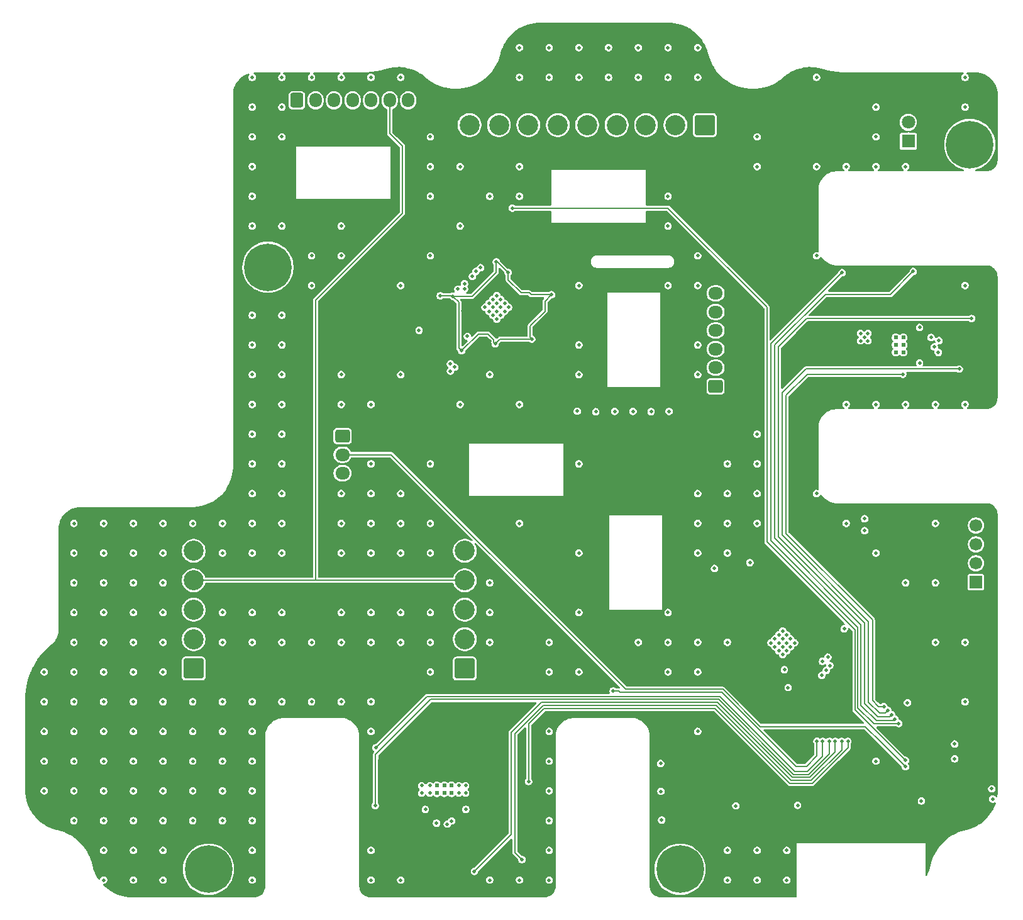
<source format=gbr>
%TF.GenerationSoftware,KiCad,Pcbnew,9.0.0*%
%TF.CreationDate,2025-04-03T12:13:19+02:00*%
%TF.ProjectId,HUB_MPE,4855425f-4d50-4452-9e6b-696361645f70,0.1*%
%TF.SameCoordinates,Original*%
%TF.FileFunction,Copper,L3,Inr*%
%TF.FilePolarity,Positive*%
%FSLAX46Y46*%
G04 Gerber Fmt 4.6, Leading zero omitted, Abs format (unit mm)*
G04 Created by KiCad (PCBNEW 9.0.0) date 2025-04-03 12:13:19*
%MOMM*%
%LPD*%
G01*
G04 APERTURE LIST*
G04 Aperture macros list*
%AMRoundRect*
0 Rectangle with rounded corners*
0 $1 Rounding radius*
0 $2 $3 $4 $5 $6 $7 $8 $9 X,Y pos of 4 corners*
0 Add a 4 corners polygon primitive as box body*
4,1,4,$2,$3,$4,$5,$6,$7,$8,$9,$2,$3,0*
0 Add four circle primitives for the rounded corners*
1,1,$1+$1,$2,$3*
1,1,$1+$1,$4,$5*
1,1,$1+$1,$6,$7*
1,1,$1+$1,$8,$9*
0 Add four rect primitives between the rounded corners*
20,1,$1+$1,$2,$3,$4,$5,0*
20,1,$1+$1,$4,$5,$6,$7,0*
20,1,$1+$1,$6,$7,$8,$9,0*
20,1,$1+$1,$8,$9,$2,$3,0*%
G04 Aperture macros list end*
%TA.AperFunction,ComponentPad*%
%ADD10C,1.800000*%
%TD*%
%TA.AperFunction,ComponentPad*%
%ADD11R,1.800000X1.800000*%
%TD*%
%TA.AperFunction,ComponentPad*%
%ADD12C,2.700000*%
%TD*%
%TA.AperFunction,ComponentPad*%
%ADD13RoundRect,0.250001X1.099999X1.099999X-1.099999X1.099999X-1.099999X-1.099999X1.099999X-1.099999X0*%
%TD*%
%TA.AperFunction,ComponentPad*%
%ADD14C,0.610000*%
%TD*%
%TA.AperFunction,ComponentPad*%
%ADD15RoundRect,0.250001X1.099999X-1.099999X1.099999X1.099999X-1.099999X1.099999X-1.099999X-1.099999X0*%
%TD*%
%TA.AperFunction,ComponentPad*%
%ADD16O,1.700000X1.950000*%
%TD*%
%TA.AperFunction,ComponentPad*%
%ADD17RoundRect,0.250000X-0.600000X-0.725000X0.600000X-0.725000X0.600000X0.725000X-0.600000X0.725000X0*%
%TD*%
%TA.AperFunction,ComponentPad*%
%ADD18O,1.950000X1.700000*%
%TD*%
%TA.AperFunction,ComponentPad*%
%ADD19RoundRect,0.250000X-0.725000X0.600000X-0.725000X-0.600000X0.725000X-0.600000X0.725000X0.600000X0*%
%TD*%
%TA.AperFunction,ComponentPad*%
%ADD20C,0.800000*%
%TD*%
%TA.AperFunction,ComponentPad*%
%ADD21C,6.400000*%
%TD*%
%TA.AperFunction,ComponentPad*%
%ADD22RoundRect,0.250000X0.725000X-0.600000X0.725000X0.600000X-0.725000X0.600000X-0.725000X-0.600000X0*%
%TD*%
%TA.AperFunction,ComponentPad*%
%ADD23C,1.700000*%
%TD*%
%TA.AperFunction,ComponentPad*%
%ADD24R,1.700000X1.700000*%
%TD*%
%TA.AperFunction,ViaPad*%
%ADD25C,0.500000*%
%TD*%
%TA.AperFunction,Conductor*%
%ADD26C,0.160000*%
%TD*%
%TA.AperFunction,Conductor*%
%ADD27C,0.200000*%
%TD*%
G04 APERTURE END LIST*
D10*
%TO.N,+3.3V*%
%TO.C,U1*%
X147225001Y-31960000D03*
%TO.N,GND*%
X147225001Y-34500000D03*
D11*
%TO.N,+24V*%
X147225001Y-37040000D03*
%TD*%
D12*
%TO.N,GND*%
%TO.C,J1*%
X88150001Y-34875000D03*
%TO.N,/485_ROV-*%
X92110001Y-34875000D03*
%TO.N,/485_ROV+*%
X96070001Y-34875000D03*
%TO.N,/ETH_ROV_TX+*%
X100030001Y-34875000D03*
%TO.N,/ETH_ROV_TX-*%
X103990001Y-34875000D03*
%TO.N,/ETH_ROV_RX-*%
X107950001Y-34875000D03*
%TO.N,/ETH_ROV_RX+*%
X111910001Y-34875000D03*
%TO.N,+12V*%
X115870001Y-34875000D03*
D13*
%TO.N,+24V*%
X119830001Y-34875000D03*
%TD*%
D14*
%TO.N,+24V*%
%TO.C,U6*%
X85750000Y-124750000D03*
X85750000Y-123750000D03*
X84750000Y-124750000D03*
X84750000Y-123750000D03*
X83750000Y-124750000D03*
X83750000Y-123750000D03*
%TD*%
D12*
%TO.N,GND*%
%TO.C,J6*%
X87500000Y-92160000D03*
%TO.N,/EXPOSURE*%
X87500000Y-96120000D03*
%TO.N,/485_ROV-*%
X87500000Y-100080000D03*
%TO.N,/485_ROV+*%
X87500000Y-104040000D03*
D15*
%TO.N,/+24V_FLASH2*%
X87500000Y-108000000D03*
%TD*%
D16*
%TO.N,GND*%
%TO.C,J4*%
X79900000Y-31550000D03*
%TO.N,/EXPOSURE*%
X77400000Y-31550000D03*
%TO.N,/ETH_BD3D_RX+*%
X74900000Y-31550000D03*
%TO.N,/ETH_BD3D_RX-*%
X72400000Y-31550000D03*
%TO.N,/ETH_BD3D_TX-*%
X69900000Y-31550000D03*
%TO.N,/ETH_BD3D_TX+*%
X67400000Y-31550000D03*
D17*
%TO.N,/+12V_BD3D*%
X64900000Y-31550000D03*
%TD*%
D18*
%TO.N,GND*%
%TO.C,J2*%
X71050000Y-81725000D03*
%TO.N,/PWM_LIGHT*%
X71050000Y-79225000D03*
D19*
%TO.N,/+12V_LIGHT_IPCAM*%
X71050000Y-76725000D03*
%TD*%
D12*
%TO.N,GND*%
%TO.C,J5*%
X51000000Y-92160000D03*
%TO.N,/EXPOSURE*%
X51000000Y-96120000D03*
%TO.N,/485_ROV-*%
X51000000Y-100080000D03*
%TO.N,/485_ROV+*%
X51000000Y-104040000D03*
D15*
%TO.N,/+24V_FLASH1*%
X51000000Y-108000000D03*
%TD*%
D14*
%TO.N,+12V*%
%TO.C,U5*%
X146550000Y-63450000D03*
X145550000Y-63450000D03*
X146549999Y-64450000D03*
X145550001Y-64450000D03*
X146550000Y-65450000D03*
X145550000Y-65450000D03*
%TD*%
D20*
%TO.N,unconnected-(H1-Pad1)_6*%
%TO.C,H1*%
X63400000Y-54000000D03*
%TO.N,unconnected-(H1-Pad1)*%
X62697056Y-55697056D03*
%TO.N,unconnected-(H1-Pad1)_4*%
X62697056Y-52302944D03*
%TO.N,unconnected-(H1-Pad1)_8*%
X61000000Y-56400000D03*
D21*
%TO.N,unconnected-(H1-Pad1)_7*%
X61000000Y-54000000D03*
D20*
%TO.N,unconnected-(H1-Pad1)_5*%
X61000000Y-51600000D03*
%TO.N,unconnected-(H1-Pad1)_3*%
X59302944Y-55697056D03*
%TO.N,unconnected-(H1-Pad1)_2*%
X59302944Y-52302944D03*
%TO.N,unconnected-(H1-Pad1)_1*%
X58600000Y-54000000D03*
%TD*%
%TO.N,unconnected-(H4-Pad1)_4*%
%TO.C,H4*%
X118900000Y-135000000D03*
%TO.N,unconnected-(H4-Pad1)_6*%
X118197056Y-136697056D03*
%TO.N,unconnected-(H4-Pad1)_1*%
X118197056Y-133302944D03*
%TO.N,unconnected-(H4-Pad1)_2*%
X116500000Y-137400000D03*
D21*
%TO.N,unconnected-(H4-Pad1)_8*%
X116500000Y-135000000D03*
D20*
%TO.N,unconnected-(H4-Pad1)_3*%
X116500000Y-132600000D03*
%TO.N,unconnected-(H4-Pad1)_7*%
X114802944Y-136697056D03*
%TO.N,unconnected-(H4-Pad1)*%
X114802944Y-133302944D03*
%TO.N,unconnected-(H4-Pad1)_5*%
X114100000Y-135000000D03*
%TD*%
%TO.N,unconnected-(H2-Pad1)_4*%
%TO.C,H2*%
X55400000Y-135000000D03*
%TO.N,unconnected-(H2-Pad1)_1*%
X54697056Y-136697056D03*
%TO.N,unconnected-(H2-Pad1)_8*%
X54697056Y-133302944D03*
%TO.N,unconnected-(H2-Pad1)_2*%
X53000000Y-137400000D03*
D21*
%TO.N,unconnected-(H2-Pad1)_3*%
X53000000Y-135000000D03*
D20*
%TO.N,unconnected-(H2-Pad1)*%
X53000000Y-132600000D03*
%TO.N,unconnected-(H2-Pad1)_7*%
X51302944Y-136697056D03*
%TO.N,unconnected-(H2-Pad1)_6*%
X51302944Y-133302944D03*
%TO.N,unconnected-(H2-Pad1)_5*%
X50600000Y-135000000D03*
%TD*%
%TO.N,unconnected-(H3-Pad1)_5*%
%TO.C,H3*%
X157900000Y-37500000D03*
%TO.N,unconnected-(H3-Pad1)_6*%
X157197056Y-39197056D03*
%TO.N,unconnected-(H3-Pad1)*%
X157197056Y-35802944D03*
%TO.N,unconnected-(H3-Pad1)_1*%
X155500000Y-39900000D03*
D21*
%TO.N,unconnected-(H3-Pad1)_3*%
X155500000Y-37500000D03*
D20*
%TO.N,unconnected-(H3-Pad1)_7*%
X155500000Y-35100000D03*
%TO.N,unconnected-(H3-Pad1)_2*%
X153802944Y-39197056D03*
%TO.N,unconnected-(H3-Pad1)_4*%
X153802944Y-35802944D03*
%TO.N,unconnected-(H3-Pad1)_8*%
X153100000Y-37500000D03*
%TD*%
D18*
%TO.N,GND*%
%TO.C,J3*%
X121275000Y-57525000D03*
%TO.N,/ETH_IPCAM_RX+*%
X121275000Y-60025000D03*
%TO.N,/ETH_IPCAM_RX-*%
X121275000Y-62525000D03*
%TO.N,/ETH_IPCAM_TX-*%
X121275000Y-65025000D03*
%TO.N,/ETH_IPCAM_TX+*%
X121275000Y-67525000D03*
D22*
%TO.N,/+12V_LIGHT_IPCAM*%
X121275000Y-70025000D03*
%TD*%
D23*
%TO.N,GND*%
%TO.C,J7*%
X156350000Y-88769999D03*
%TO.N,/MCU_ESP32/USB_D-*%
X156350000Y-91309999D03*
%TO.N,/MCU_ESP32/USB_D+*%
X156350000Y-93849999D03*
D24*
%TO.N,/MCU_ESP32/USB_VBUS*%
X156350000Y-96389999D03*
%TD*%
D25*
%TO.N,GND*%
X154875000Y-112460230D03*
X154875000Y-104460230D03*
X154875000Y-72460230D03*
X154875000Y-56460230D03*
X154875000Y-32460230D03*
X154875000Y-28460230D03*
X150875000Y-104460230D03*
X150875000Y-96460230D03*
X150875000Y-88460230D03*
X150875000Y-72460230D03*
X146875000Y-96460230D03*
X146875000Y-72460230D03*
X146875000Y-40460230D03*
X142875000Y-120460230D03*
X142875000Y-92460230D03*
X142875000Y-72460230D03*
X142875000Y-40460230D03*
X142875000Y-36460230D03*
X142875000Y-32460230D03*
X138875000Y-88460230D03*
X138875000Y-72460230D03*
X138875000Y-40460230D03*
X134875000Y-84460230D03*
X134875000Y-52460230D03*
X134875000Y-40460230D03*
X134875000Y-28460230D03*
X130875000Y-136460230D03*
X130875000Y-132460230D03*
X126875000Y-136460230D03*
X126875000Y-132460230D03*
X126875000Y-88460230D03*
X126875000Y-84460230D03*
X126875000Y-80460230D03*
X126875000Y-76460230D03*
X126875000Y-40460230D03*
X126875000Y-36460230D03*
X122875000Y-136460230D03*
X122875000Y-132460230D03*
X122875000Y-104460230D03*
X122875000Y-92460230D03*
X122875000Y-88460230D03*
X122875000Y-84460230D03*
X122875000Y-80460230D03*
X118875000Y-116460230D03*
X118875000Y-108460230D03*
X118875000Y-104460230D03*
X118875000Y-92460230D03*
X118875000Y-88460230D03*
X118875000Y-84460230D03*
X118875000Y-68460230D03*
X118875000Y-64460230D03*
X118875000Y-56460230D03*
X118875000Y-52460230D03*
X118875000Y-28460230D03*
X118875000Y-24460230D03*
X114875000Y-108460230D03*
X114875000Y-104460230D03*
X114875000Y-100460230D03*
X114875000Y-56460230D03*
X114875000Y-48460230D03*
X114875000Y-44460230D03*
X114875000Y-28460230D03*
X114875000Y-24460230D03*
X110875000Y-104460230D03*
X110875000Y-28460230D03*
X110875000Y-24460230D03*
X106875000Y-28460230D03*
X106875000Y-24460230D03*
X102875000Y-108460230D03*
X102875000Y-100460230D03*
X102875000Y-92460230D03*
X102875000Y-80460230D03*
X102875000Y-68460230D03*
X102875000Y-64460230D03*
X102875000Y-56460230D03*
X102875000Y-28460230D03*
X102875000Y-24460230D03*
X98875000Y-136460230D03*
X98875000Y-132460230D03*
X98875000Y-128460230D03*
X98875000Y-124460230D03*
X98875000Y-120460230D03*
X98875000Y-116460230D03*
X98875000Y-108460230D03*
X98875000Y-104460230D03*
X98875000Y-28460230D03*
X98875000Y-24460230D03*
X94875000Y-136460230D03*
X94875000Y-88460230D03*
X94875000Y-72460230D03*
X94875000Y-44460230D03*
X94875000Y-40460230D03*
X94875000Y-28460230D03*
X94875000Y-24460230D03*
X90875000Y-136460230D03*
X90875000Y-104460230D03*
X90875000Y-100460230D03*
X90875000Y-96460230D03*
X90875000Y-68460230D03*
X90875000Y-44460230D03*
X86875000Y-72460230D03*
X86875000Y-48460230D03*
X86875000Y-40460230D03*
X82875000Y-108460230D03*
X82875000Y-104460230D03*
X82875000Y-100460230D03*
X82875000Y-92460230D03*
X82875000Y-88460230D03*
X82875000Y-80460230D03*
X82875000Y-52460230D03*
X82875000Y-44460230D03*
X82875000Y-40460230D03*
X82875000Y-36460230D03*
X78875000Y-136460230D03*
X78875000Y-104460230D03*
X78875000Y-100460230D03*
X78875000Y-92460230D03*
X78875000Y-88460230D03*
X78875000Y-84460230D03*
X78875000Y-68460230D03*
X78875000Y-56460230D03*
X78875000Y-28460230D03*
X74875000Y-136460230D03*
X74875000Y-132460230D03*
X74875000Y-116460230D03*
X74875000Y-112460230D03*
X74875000Y-104460230D03*
X74875000Y-100460230D03*
X74875000Y-92460230D03*
X74875000Y-88460230D03*
X74875000Y-84460230D03*
X74875000Y-80460230D03*
X74875000Y-72460230D03*
X74875000Y-28460230D03*
X70875000Y-112460230D03*
X70875000Y-104460230D03*
X70875000Y-100460230D03*
X70875000Y-92460230D03*
X70875000Y-88460230D03*
X70875000Y-84460230D03*
X70875000Y-72460230D03*
X70875000Y-68460230D03*
X70875000Y-52460230D03*
X70875000Y-48460230D03*
X70875000Y-28460230D03*
X66875000Y-112460230D03*
X66875000Y-104460230D03*
X66875000Y-56460230D03*
X66875000Y-52460230D03*
X66875000Y-28460230D03*
X62875000Y-112460230D03*
X62875000Y-104460230D03*
X62875000Y-100460230D03*
X62875000Y-92460230D03*
X62875000Y-88460230D03*
X62875000Y-84460230D03*
X62875000Y-80460230D03*
X62875000Y-76460230D03*
X62875000Y-72460230D03*
X62875000Y-68460230D03*
X62875000Y-64460230D03*
X62875000Y-60460230D03*
X62875000Y-48460230D03*
X62875000Y-36460230D03*
X62875000Y-32460230D03*
X62875000Y-28460230D03*
X58875000Y-136460230D03*
X58875000Y-132460230D03*
X58875000Y-128460230D03*
X58875000Y-124460230D03*
X58875000Y-120460230D03*
X58875000Y-116460230D03*
X58875000Y-112460230D03*
X58875000Y-104460230D03*
X58875000Y-100460230D03*
X58875000Y-92460230D03*
X58875000Y-88460230D03*
X58875000Y-84460230D03*
X58875000Y-80460230D03*
X58875000Y-76460230D03*
X58875000Y-72460230D03*
X58875000Y-68460230D03*
X58875000Y-64460230D03*
X58875000Y-60460230D03*
X58875000Y-48460230D03*
X58875000Y-44460230D03*
X58875000Y-40460230D03*
X58875000Y-36460230D03*
X58875000Y-32460230D03*
X58875000Y-28460230D03*
X54875000Y-128460230D03*
X54875000Y-124460230D03*
X54875000Y-120460230D03*
X54875000Y-116460230D03*
X54875000Y-112460230D03*
X54875000Y-104460230D03*
X54875000Y-100460230D03*
X54875000Y-92460230D03*
X54875000Y-88460230D03*
X50875000Y-128460230D03*
X50875000Y-124460230D03*
X50875000Y-120460230D03*
X50875000Y-116460230D03*
X50875000Y-112460230D03*
X50875000Y-88460230D03*
X46875000Y-136460230D03*
X46875000Y-132460230D03*
X46875000Y-128460230D03*
X46875000Y-124460230D03*
X46875000Y-120460230D03*
X46875000Y-116460230D03*
X46875000Y-112460230D03*
X46875000Y-108460230D03*
X46875000Y-104460230D03*
X46875000Y-100460230D03*
X46875000Y-96460230D03*
X46875000Y-92460230D03*
X46875000Y-88460230D03*
X42875000Y-136460230D03*
X42875000Y-132460230D03*
X42875000Y-128460230D03*
X42875000Y-124460230D03*
X42875000Y-120460230D03*
X42875000Y-116460230D03*
X42875000Y-112460230D03*
X42875000Y-108460230D03*
X42875000Y-104460230D03*
X42875000Y-100460230D03*
X42875000Y-96460230D03*
X42875000Y-92460230D03*
X42875000Y-88460230D03*
X38875000Y-136460230D03*
X38875000Y-132460230D03*
X38875000Y-128460230D03*
X38875000Y-124460230D03*
X38875000Y-120460230D03*
X38875000Y-116460230D03*
X38875000Y-112460230D03*
X38875000Y-108460230D03*
X38875000Y-104460230D03*
X38875000Y-100460230D03*
X38875000Y-96460230D03*
X38875000Y-92460230D03*
X38875000Y-88460230D03*
X34875000Y-128460230D03*
X34875000Y-124460230D03*
X34875000Y-120460230D03*
X34875000Y-116460230D03*
X34875000Y-112460230D03*
X34875000Y-108460230D03*
X34875000Y-104460230D03*
X34875000Y-100460230D03*
X34875000Y-96460230D03*
X34875000Y-92460230D03*
X34875000Y-88460230D03*
X30875000Y-124460230D03*
X30875000Y-120460230D03*
X30875000Y-116460230D03*
X30875000Y-112460230D03*
X30875000Y-108460230D03*
%TO.N,+24V*%
X81700000Y-124750000D03*
X82800000Y-123750000D03*
X86700000Y-124750000D03*
X86700000Y-123750000D03*
X81700000Y-123750000D03*
X87625000Y-124750000D03*
X82800000Y-124750000D03*
X87625000Y-123750000D03*
%TO.N,GND*%
X85575000Y-67975000D03*
X85575000Y-67000000D03*
X129259010Y-104009010D03*
X125900000Y-93750000D03*
X91819670Y-59930330D03*
X128728680Y-104539340D03*
X86175000Y-67450000D03*
X92350000Y-60460660D03*
X92350000Y-58339340D03*
X90759010Y-58869670D03*
X131910661Y-104539340D03*
X130319670Y-104009010D03*
X91289340Y-59400000D03*
X130850000Y-104539340D03*
X92350000Y-59400000D03*
X130319670Y-102948350D03*
X130319670Y-105069670D03*
X150725000Y-64725000D03*
X93410661Y-59400000D03*
X121133983Y-94531992D03*
X91289340Y-60460660D03*
X129789340Y-103478680D03*
X92880331Y-59930330D03*
X91819670Y-58869670D03*
X130850000Y-105600000D03*
X91819670Y-57809010D03*
X91819670Y-60990990D03*
X131380331Y-104009010D03*
X131380331Y-105069670D03*
X91289340Y-58339340D03*
X130850000Y-103478680D03*
X92880331Y-58869670D03*
X129259010Y-105069670D03*
X124009132Y-126470000D03*
X129789340Y-104539340D03*
X90228680Y-59400000D03*
X129789340Y-105600000D03*
X90759010Y-59930330D03*
X130319670Y-106130330D03*
%TO.N,+3.3V*%
X131175000Y-107525000D03*
X144149999Y-71050000D03*
X96025000Y-59300000D03*
X86050000Y-61800001D03*
X95566548Y-64250000D03*
X78850000Y-129100000D03*
X91810000Y-122145000D03*
X134600000Y-92600000D03*
X94650000Y-56200000D03*
X134924132Y-128000000D03*
X132624132Y-128000000D03*
X85900000Y-59200000D03*
X90875000Y-63975000D03*
X114225000Y-84725000D03*
X127550000Y-103200000D03*
X123800000Y-107100000D03*
X91900000Y-130600000D03*
X126550000Y-104250000D03*
X87375000Y-59250000D03*
X119809132Y-129345000D03*
X99575000Y-59700000D03*
X143600000Y-104912500D03*
X149550000Y-88650000D03*
X85900000Y-60125000D03*
X151190001Y-56965000D03*
X96850000Y-62771357D03*
X129000000Y-101800000D03*
X129100000Y-107650000D03*
X124550000Y-108150000D03*
X156400001Y-65460000D03*
X107275000Y-85425000D03*
X152225000Y-113175000D03*
X145450000Y-55275000D03*
X87255000Y-59850000D03*
X151749999Y-71049999D03*
X154625000Y-129000000D03*
X87922595Y-55627405D03*
X84000000Y-136100000D03*
X133140031Y-109459969D03*
X78900000Y-121205000D03*
X89450000Y-49175000D03*
X154025000Y-123250000D03*
X123999132Y-122660000D03*
%TO.N,/Switch/AVDDL*%
X96530438Y-63669562D03*
X84198008Y-57848008D03*
X85898008Y-57900000D03*
X99175000Y-57700000D03*
X91750000Y-53275000D03*
X87075000Y-65250000D03*
X93350000Y-54725000D03*
X91600000Y-64300000D03*
%TO.N,/RESET_SWITCH*%
X93925000Y-46050000D03*
X146850000Y-120350000D03*
%TO.N,/+24V_MULTISENSE*%
X107475000Y-111025000D03*
X134925000Y-117775000D03*
%TO.N,/+12V_MULTISENSE*%
X147125000Y-112600000D03*
%TO.N,/MCU_ESP32/EN*%
X158600000Y-125550000D03*
%TO.N,/MCU_ESP32/BOOT*%
X158475001Y-124174999D03*
X149000000Y-125825000D03*
X132324132Y-126400000D03*
%TO.N,/485_ROV-*%
X113875000Y-120775000D03*
%TO.N,/485_ROV+*%
X114025000Y-128375000D03*
%TO.N,/PWM_LIGHT*%
X146850000Y-121200000D03*
%TO.N,/+12V_BD3D*%
X140800000Y-62900000D03*
X141800000Y-62900000D03*
X141800000Y-63900000D03*
X141300000Y-63400000D03*
X140800000Y-63900000D03*
%TO.N,Net-(JP1-A)*%
X113909132Y-124525000D03*
%TO.N,/Switch/P2LED*%
X107700000Y-73400000D03*
X87475000Y-56225000D03*
%TO.N,/Switch/P4LED*%
X102655000Y-73375000D03*
X86575000Y-56950000D03*
%TO.N,/Switch/P0LED*%
X112600000Y-73425000D03*
X89000000Y-54575000D03*
%TO.N,/Switch/P1LED*%
X88514823Y-55241206D03*
X110150000Y-73400000D03*
%TO.N,/Switch/P3LED*%
X87475000Y-56925003D03*
X105150000Y-73450000D03*
%TO.N,/Switch/LDIND{slash}DIS_LD*%
X89637976Y-54057877D03*
X115025000Y-73400000D03*
%TO.N,Net-(LED11-+)*%
X153475000Y-120150000D03*
%TO.N,Net-(LED12-A)*%
X153474132Y-118150000D03*
%TO.N,/MCU_ESP32/12V_EC_0*%
X143925000Y-113125000D03*
X146500000Y-68400000D03*
%TO.N,/MCU_ESP32/12V_SE*%
X154100000Y-67700000D03*
X144475000Y-113650000D03*
%TO.N,/MCU_ESP32/12V_SEL_0*%
X155750000Y-60900000D03*
X144975000Y-114200000D03*
%TO.N,/MCU_ESP32/12V_SEL_1*%
X145425000Y-114800000D03*
X147900000Y-54575000D03*
%TO.N,/MCU_ESP32/12V_EC_1*%
X138312500Y-54737500D03*
X145950000Y-115400000D03*
%TO.N,/MCU_ESP32/24V_EC_0*%
X135700000Y-117800000D03*
X75550000Y-118650000D03*
%TO.N,/MCU_ESP32/24V_SE*%
X136600000Y-117800000D03*
X75450000Y-126450000D03*
%TO.N,/MCU_ESP32/24V_SEL_0*%
X88800000Y-135300000D03*
X137400000Y-117800000D03*
%TO.N,/MCU_ESP32/24V_SEL_1*%
X95200000Y-133700000D03*
X138250000Y-117800000D03*
%TO.N,/MCU_ESP32/24V_EC_1*%
X139100000Y-117800000D03*
X96100000Y-123200000D03*
%TO.N,/Switch/IBREF*%
X81350000Y-62500000D03*
X87850000Y-63300000D03*
%TO.N,/Ethernet_Module/{slash}RST*%
X138600000Y-102650000D03*
%TO.N,/Ethernet_Module/{slash}INT*%
X136400000Y-106462500D03*
%TO.N,/Ethernet_Module/{slash}SPI-SCS*%
X135575000Y-108925000D03*
%TO.N,/Ethernet_Module/ACTLED*%
X130550000Y-108150000D03*
X141350000Y-87850000D03*
%TO.N,/Ethernet_Module/LINKLED*%
X131050000Y-110550000D03*
X141350000Y-89450000D03*
%TO.N,/Ethernet_Module/MISO*%
X136675000Y-107600000D03*
%TO.N,/Ethernet_Module/MOSI*%
X135668440Y-107031560D03*
%TO.N,/Ethernet_Module/SCLK*%
X136200000Y-108225000D03*
%TO.N,/Power_Switch/MOSFET_CTRL/OUTPUT*%
X148750000Y-66900000D03*
%TO.N,/Power_Switch/MOSFET_CTRL1/OUTPUT*%
X151275000Y-65470000D03*
%TO.N,/Power_Switch1/MOSFET_CTRL1/OUTPUT*%
X83700000Y-128800000D03*
%TO.N,/Power_Switch/MOSFET_CTRL2/OUTPUT*%
X151350000Y-63875000D03*
%TO.N,/Power_Switch1/MOSFET_CTRL2/OUTPUT*%
X85150000Y-128928015D03*
%TO.N,/Power_Switch/MOSFET_CTRL3/OUTPUT*%
X150300000Y-63450000D03*
%TO.N,/Power_Switch1/MOSFET_CTRL3/OUTPUT*%
X85750000Y-128500000D03*
%TO.N,/Power_Switch/MOSFET_CTRL4/OUTPUT*%
X148750000Y-62100000D03*
%TO.N,/Power_Switch1/MOSFET_CTRL4/OUTPUT*%
X87650000Y-126950000D03*
%TO.N,/Power_Switch1/MOSFET_CTRL/OUTPUT*%
X82200000Y-126950000D03*
%TD*%
D26*
%TO.N,/Switch/AVDDL*%
X90625948Y-62975000D02*
X89350000Y-62975000D01*
X96319000Y-61906000D02*
X96319000Y-63469000D01*
X99175000Y-57700000D02*
X96450000Y-57700000D01*
X98300000Y-59925000D02*
X96319000Y-61906000D01*
X96200000Y-57450000D02*
X95075000Y-57450000D01*
X85846016Y-57848008D02*
X85898008Y-57900000D01*
X85898008Y-57900000D02*
X86725000Y-58726992D01*
X91750000Y-53275000D02*
X91900000Y-53275000D01*
X84198008Y-57848008D02*
X85846016Y-57848008D01*
X91900000Y-53275000D02*
X93350000Y-54725000D01*
X93350000Y-55725000D02*
X93350000Y-54725000D01*
X91406000Y-64106000D02*
X91406000Y-63755052D01*
X91750000Y-54675000D02*
X91750000Y-53275000D01*
X96319000Y-63469000D02*
X96519562Y-63669562D01*
X96519562Y-63669562D02*
X96530438Y-63669562D01*
X91600000Y-64300000D02*
X91406000Y-64106000D01*
X96450000Y-57700000D02*
X96200000Y-57450000D01*
X88525000Y-57900000D02*
X91750000Y-54675000D01*
X86725000Y-64900000D02*
X87075000Y-65250000D01*
X96530438Y-63669562D02*
X92230438Y-63669562D01*
X98300000Y-58575000D02*
X98300000Y-59925000D01*
X99175000Y-57700000D02*
X98300000Y-58575000D01*
X91406000Y-63755052D02*
X90625948Y-62975000D01*
X85898008Y-57900000D02*
X88525000Y-57900000D01*
X86725000Y-58726992D02*
X86725000Y-64900000D01*
X95075000Y-57450000D02*
X93350000Y-55725000D01*
X92230438Y-63669562D02*
X91600000Y-64300000D01*
X89350000Y-62975000D02*
X87075000Y-65250000D01*
D27*
%TO.N,/RESET_SWITCH*%
X146850000Y-120350000D02*
X146825000Y-120350000D01*
X114850000Y-46050000D02*
X93925000Y-46050000D01*
X140049000Y-102824000D02*
X128200000Y-90975000D01*
X128200000Y-90975000D02*
X128200000Y-59400000D01*
X128200000Y-59400000D02*
X114850000Y-46050000D01*
X146825000Y-120350000D02*
X140049000Y-113574000D01*
X140049000Y-113574000D02*
X140049000Y-102824000D01*
%TO.N,/+24V_MULTISENSE*%
X132075000Y-121175000D02*
X133525000Y-121175000D01*
X108200000Y-111025000D02*
X108400000Y-111225000D01*
X122125000Y-111225000D02*
X132075000Y-121175000D01*
X108400000Y-111225000D02*
X122125000Y-111225000D01*
X134925000Y-119775000D02*
X134925000Y-117775000D01*
X107475000Y-111025000D02*
X108200000Y-111025000D01*
X133525000Y-121175000D02*
X134925000Y-119775000D01*
%TO.N,/PWM_LIGHT*%
X122275000Y-110800000D02*
X109200000Y-110800000D01*
X143500000Y-117875000D02*
X141425000Y-115800000D01*
X141425000Y-115800000D02*
X127275000Y-115800000D01*
X109200000Y-110800000D02*
X77625000Y-79225000D01*
X77625000Y-79225000D02*
X71050000Y-79225000D01*
X146850000Y-121200000D02*
X143525000Y-117875000D01*
X127275000Y-115800000D02*
X122275000Y-110800000D01*
X143525000Y-117875000D02*
X143500000Y-117875000D01*
%TO.N,/EXPOSURE*%
X79125000Y-46725000D02*
X79125000Y-37725000D01*
X79125000Y-37725000D02*
X77400000Y-36000000D01*
X51000000Y-96119999D02*
X87500000Y-96119999D01*
X77400000Y-36000000D02*
X77400000Y-31550000D01*
X67425000Y-58425000D02*
X79125000Y-46725000D01*
X67425000Y-96119999D02*
X67425000Y-58425000D01*
%TO.N,/MCU_ESP32/12V_EC_0*%
X130783309Y-71216691D02*
X133600000Y-68400000D01*
X143925000Y-113125000D02*
X143225000Y-113125000D01*
X142405634Y-101455636D02*
X130783309Y-89833311D01*
X143225000Y-113125000D02*
X142405634Y-112305634D01*
X133600000Y-68400000D02*
X146500000Y-68400000D01*
X130783309Y-89833311D02*
X130783309Y-71216691D01*
X142405634Y-112305634D02*
X142405634Y-101455636D01*
%TO.N,/MCU_ESP32/12V_SE*%
X144475000Y-113650000D02*
X144131233Y-113993767D01*
X141875304Y-101675306D02*
X130252979Y-90052981D01*
X144131233Y-113993767D02*
X143343767Y-113993767D01*
X130252979Y-70897021D02*
X133450000Y-67700000D01*
X141875304Y-112525304D02*
X141875304Y-101675306D01*
X130252979Y-90052981D02*
X130252979Y-70897021D01*
X143343767Y-113993767D02*
X141875304Y-112525304D01*
X133450000Y-67700000D02*
X154100000Y-67700000D01*
%TO.N,/MCU_ESP32/12V_SEL_0*%
X143093891Y-114443891D02*
X141380330Y-112730330D01*
X129758006Y-64691994D02*
X133550000Y-60900000D01*
X129758006Y-90258006D02*
X129758006Y-64691994D01*
X141380330Y-112730330D02*
X141380330Y-101880330D01*
X144731109Y-114443891D02*
X143093891Y-114443891D01*
X141380330Y-101880330D02*
X129758006Y-90258006D01*
X133550000Y-60900000D02*
X155750000Y-60900000D01*
X144975000Y-114200000D02*
X144731109Y-114443891D01*
%TO.N,/MCU_ESP32/12V_SEL_1*%
X145203074Y-115021926D02*
X142921926Y-115021926D01*
X140850000Y-102282900D02*
X140850000Y-102100000D01*
X129227676Y-90477676D02*
X129227676Y-64472324D01*
X140850000Y-102100000D02*
X129227676Y-90477676D01*
X142921926Y-115021926D02*
X140851000Y-112951000D01*
X136050000Y-57650000D02*
X144825000Y-57650000D01*
X140851000Y-112951000D02*
X140851000Y-102283900D01*
X129227676Y-64472324D02*
X136050000Y-57650000D01*
X145425000Y-114800000D02*
X145203074Y-115021926D01*
X144825000Y-57650000D02*
X147900000Y-54575000D01*
X140851000Y-102283900D02*
X140850000Y-102282900D01*
%TO.N,/MCU_ESP32/12V_EC_1*%
X128750000Y-90750000D02*
X140450000Y-102450000D01*
X142572926Y-115422926D02*
X145927074Y-115422926D01*
X140450000Y-102450000D02*
X140450000Y-113300000D01*
X128750000Y-64300000D02*
X128750000Y-90750000D01*
X138312500Y-54737500D02*
X128750000Y-64300000D01*
X145927074Y-115422926D02*
X145950000Y-115400000D01*
X140450000Y-113300000D02*
X142572926Y-115422926D01*
%TO.N,/MCU_ESP32/24V_EC_0*%
X135700000Y-117800000D02*
X135700000Y-119782900D01*
X131965398Y-121847000D02*
X121868398Y-111750000D01*
X133635900Y-121847000D02*
X131965398Y-121847000D01*
X82450000Y-111750000D02*
X75550000Y-118650000D01*
X121868398Y-111750000D02*
X82450000Y-111750000D01*
X135700000Y-119782900D02*
X133635900Y-121847000D01*
%TO.N,/MCU_ESP32/24V_SE*%
X136600000Y-119450000D02*
X136600000Y-117800000D01*
X133802000Y-122248000D02*
X136600000Y-119450000D01*
X131799298Y-122248000D02*
X133802000Y-122248000D01*
X75500000Y-120200000D02*
X75500000Y-119550000D01*
X75450000Y-120250000D02*
X75500000Y-120200000D01*
X75450000Y-126450000D02*
X75450000Y-120250000D01*
X121702298Y-112151000D02*
X131799298Y-122248000D01*
X75500000Y-119550000D02*
X82899000Y-112151000D01*
X82899000Y-112151000D02*
X121702298Y-112151000D01*
%TO.N,/MCU_ESP32/24V_SEL_0*%
X121536199Y-112551999D02*
X131633200Y-122649000D01*
X137400000Y-119217100D02*
X137400000Y-117800000D01*
X93775000Y-116575000D02*
X97798001Y-112551999D01*
X131633200Y-122649000D02*
X133968100Y-122649000D01*
X97798001Y-112551999D02*
X121536199Y-112551999D01*
X133968100Y-122649000D02*
X137400000Y-119217100D01*
X88800000Y-135300000D02*
X93775000Y-130325000D01*
X93775000Y-130325000D02*
X93775000Y-116575000D01*
%TO.N,/MCU_ESP32/24V_SEL_1*%
X98033900Y-112952999D02*
X121370099Y-112952999D01*
X131467100Y-123050000D02*
X134134200Y-123050000D01*
X138250000Y-118934200D02*
X138250000Y-117800000D01*
X95200000Y-133700000D02*
X94250000Y-132750000D01*
X121370099Y-112952999D02*
X131467100Y-123050000D01*
X134134200Y-123050000D02*
X138250000Y-118934200D01*
X94250000Y-116736899D02*
X98033900Y-112952999D01*
X94250000Y-132750000D02*
X94250000Y-116736899D01*
%TO.N,/MCU_ESP32/24V_EC_1*%
X98200000Y-113353999D02*
X96100000Y-115453999D01*
X121203999Y-113353999D02*
X98200000Y-113353999D01*
X139100000Y-118651300D02*
X134300300Y-123451000D01*
X134300300Y-123451000D02*
X131301000Y-123451000D01*
X96100000Y-115453999D02*
X96100000Y-123200000D01*
X139100000Y-117800000D02*
X139100000Y-118651300D01*
X131301000Y-123451000D02*
X121203999Y-113353999D01*
%TD*%
%TA.AperFunction,Conductor*%
%TO.N,+3.3V*%
G36*
X92285703Y-54128547D02*
G01*
X92292181Y-54134579D01*
X92813181Y-54655579D01*
X92846666Y-54716902D01*
X92849500Y-54743260D01*
X92849500Y-54790892D01*
X92862848Y-54840708D01*
X92883608Y-54918187D01*
X92916554Y-54975250D01*
X92949500Y-55032314D01*
X92949502Y-55032316D01*
X92983181Y-55065995D01*
X93016666Y-55127318D01*
X93019500Y-55153676D01*
X93019500Y-55681489D01*
X93019500Y-55768511D01*
X93042023Y-55852568D01*
X93085534Y-55927932D01*
X94810532Y-57652929D01*
X94810534Y-57652932D01*
X94872068Y-57714466D01*
X94919846Y-57742050D01*
X94928379Y-57746977D01*
X94928382Y-57746979D01*
X94940720Y-57754102D01*
X94947431Y-57757977D01*
X95031489Y-57780500D01*
X95118511Y-57780500D01*
X96011740Y-57780500D01*
X96078779Y-57800185D01*
X96099421Y-57816819D01*
X96185532Y-57902930D01*
X96185534Y-57902932D01*
X96247068Y-57964466D01*
X96247069Y-57964467D01*
X96247071Y-57964468D01*
X96286925Y-57987477D01*
X96286927Y-57987479D01*
X96286928Y-57987479D01*
X96321282Y-58007314D01*
X96322431Y-58007977D01*
X96406489Y-58030500D01*
X96493511Y-58030500D01*
X98077740Y-58030500D01*
X98144779Y-58050185D01*
X98190534Y-58102989D01*
X98200478Y-58172147D01*
X98171453Y-58235703D01*
X98165421Y-58242181D01*
X98035535Y-58372066D01*
X98035533Y-58372069D01*
X97992023Y-58447431D01*
X97992023Y-58447432D01*
X97969500Y-58531489D01*
X97969500Y-59736740D01*
X97949815Y-59803779D01*
X97933181Y-59824421D01*
X96054535Y-61703066D01*
X96054533Y-61703069D01*
X96011023Y-61778431D01*
X96011023Y-61778432D01*
X95988500Y-61862489D01*
X95988500Y-63215062D01*
X95968815Y-63282101D01*
X95916011Y-63327856D01*
X95864500Y-63339062D01*
X92186927Y-63339062D01*
X92102870Y-63361585D01*
X92102869Y-63361585D01*
X92027507Y-63405095D01*
X92027504Y-63405097D01*
X91861605Y-63570996D01*
X91800282Y-63604481D01*
X91730590Y-63599497D01*
X91675662Y-63558378D01*
X91675414Y-63558569D01*
X91674733Y-63557682D01*
X91674657Y-63557625D01*
X91674457Y-63557322D01*
X91670468Y-63552123D01*
X91670466Y-63552120D01*
X90828880Y-62710534D01*
X90753516Y-62667023D01*
X90669459Y-62644500D01*
X89393511Y-62644500D01*
X89306489Y-62644500D01*
X89222432Y-62667023D01*
X89222431Y-62667023D01*
X89147069Y-62710533D01*
X89147066Y-62710535D01*
X88560058Y-63297543D01*
X88498735Y-63331028D01*
X88429043Y-63326044D01*
X88373110Y-63284172D01*
X88352602Y-63241955D01*
X88350500Y-63234110D01*
X88350500Y-63234108D01*
X88316392Y-63106814D01*
X88250500Y-62992686D01*
X88157314Y-62899500D01*
X88100250Y-62866554D01*
X88043187Y-62833608D01*
X87979539Y-62816554D01*
X87915892Y-62799500D01*
X87784108Y-62799500D01*
X87656812Y-62833608D01*
X87542686Y-62899500D01*
X87542683Y-62899502D01*
X87449502Y-62992683D01*
X87449500Y-62992686D01*
X87383608Y-63106812D01*
X87359346Y-63197361D01*
X87349500Y-63234108D01*
X87349500Y-63365892D01*
X87355688Y-63388986D01*
X87383608Y-63493187D01*
X87396717Y-63515892D01*
X87449500Y-63607314D01*
X87542686Y-63700500D01*
X87656814Y-63766392D01*
X87784108Y-63800500D01*
X87784110Y-63800500D01*
X87791955Y-63802602D01*
X87851616Y-63838967D01*
X87882145Y-63901814D01*
X87873850Y-63971189D01*
X87847543Y-64010058D01*
X87267181Y-64590420D01*
X87205858Y-64623905D01*
X87136166Y-64618921D01*
X87080233Y-64577049D01*
X87055816Y-64511585D01*
X87055500Y-64502739D01*
X87055500Y-59334108D01*
X89728180Y-59334108D01*
X89728180Y-59465891D01*
X89762288Y-59593187D01*
X89767695Y-59602552D01*
X89828180Y-59707314D01*
X89921366Y-59800500D01*
X90035494Y-59866392D01*
X90162788Y-59900500D01*
X90162792Y-59900500D01*
X90169129Y-59902198D01*
X90228789Y-59938562D01*
X90256811Y-59989880D01*
X90292618Y-60123517D01*
X90295168Y-60127933D01*
X90358510Y-60237644D01*
X90451696Y-60330830D01*
X90565824Y-60396722D01*
X90693118Y-60430830D01*
X90693122Y-60430830D01*
X90699459Y-60432528D01*
X90759119Y-60468892D01*
X90787141Y-60520210D01*
X90788840Y-60526550D01*
X90788840Y-60526552D01*
X90794989Y-60549500D01*
X90822948Y-60653847D01*
X90853528Y-60706812D01*
X90888840Y-60767974D01*
X90982026Y-60861160D01*
X91096154Y-60927052D01*
X91223448Y-60961160D01*
X91223452Y-60961160D01*
X91229789Y-60962858D01*
X91289449Y-60999222D01*
X91317471Y-61050540D01*
X91353278Y-61184177D01*
X91366638Y-61207316D01*
X91419170Y-61298304D01*
X91512356Y-61391490D01*
X91626484Y-61457382D01*
X91753778Y-61491490D01*
X91753780Y-61491490D01*
X91885560Y-61491490D01*
X91885562Y-61491490D01*
X92012856Y-61457382D01*
X92126984Y-61391490D01*
X92220170Y-61298304D01*
X92286062Y-61184176D01*
X92320170Y-61056882D01*
X92320170Y-61056877D01*
X92321868Y-61050540D01*
X92358232Y-60990880D01*
X92409550Y-60962858D01*
X92415887Y-60961160D01*
X92415892Y-60961160D01*
X92543186Y-60927052D01*
X92657314Y-60861160D01*
X92750500Y-60767974D01*
X92816392Y-60653846D01*
X92850500Y-60526552D01*
X92850500Y-60526548D01*
X92852198Y-60520211D01*
X92888562Y-60460551D01*
X92939880Y-60432529D01*
X92946221Y-60430830D01*
X92946223Y-60430830D01*
X93073517Y-60396722D01*
X93187645Y-60330830D01*
X93280831Y-60237644D01*
X93346723Y-60123516D01*
X93380831Y-59996222D01*
X93380831Y-59996217D01*
X93382529Y-59989880D01*
X93418893Y-59930220D01*
X93470211Y-59902198D01*
X93476548Y-59900500D01*
X93476553Y-59900500D01*
X93603847Y-59866392D01*
X93717975Y-59800500D01*
X93811161Y-59707314D01*
X93877053Y-59593186D01*
X93911161Y-59465892D01*
X93911161Y-59334108D01*
X93877053Y-59206814D01*
X93811161Y-59092686D01*
X93717975Y-58999500D01*
X93635005Y-58951597D01*
X93603848Y-58933608D01*
X93535341Y-58915252D01*
X93476553Y-58899500D01*
X93476552Y-58899500D01*
X93470211Y-58897801D01*
X93410550Y-58861436D01*
X93382529Y-58810119D01*
X93380831Y-58803781D01*
X93380831Y-58803778D01*
X93346723Y-58676484D01*
X93346200Y-58675579D01*
X93317287Y-58625500D01*
X93280831Y-58562356D01*
X93187645Y-58469170D01*
X93073517Y-58403278D01*
X92946223Y-58369170D01*
X92939879Y-58367470D01*
X92880219Y-58331105D01*
X92852198Y-58279788D01*
X92850500Y-58273450D01*
X92850500Y-58273448D01*
X92816392Y-58146154D01*
X92750500Y-58032026D01*
X92657314Y-57938840D01*
X92578241Y-57893187D01*
X92543187Y-57872948D01*
X92482035Y-57856562D01*
X92415892Y-57838840D01*
X92415891Y-57838840D01*
X92409550Y-57837141D01*
X92349889Y-57800776D01*
X92321868Y-57749459D01*
X92320170Y-57743121D01*
X92320170Y-57743118D01*
X92286062Y-57615824D01*
X92220170Y-57501696D01*
X92126984Y-57408510D01*
X92055002Y-57366951D01*
X92012857Y-57342618D01*
X91948970Y-57325500D01*
X91885562Y-57308510D01*
X91753778Y-57308510D01*
X91626482Y-57342618D01*
X91512356Y-57408510D01*
X91512353Y-57408512D01*
X91419172Y-57501693D01*
X91419170Y-57501696D01*
X91353278Y-57615824D01*
X91319456Y-57742050D01*
X91317471Y-57749460D01*
X91281106Y-57809120D01*
X91229790Y-57837141D01*
X91223449Y-57838840D01*
X91223448Y-57838840D01*
X91096154Y-57872948D01*
X91096152Y-57872948D01*
X91096152Y-57872949D01*
X90982026Y-57938840D01*
X90982023Y-57938842D01*
X90888842Y-58032023D01*
X90888840Y-58032026D01*
X90822948Y-58146154D01*
X90795523Y-58248507D01*
X90787141Y-58279790D01*
X90750776Y-58339450D01*
X90699460Y-58367471D01*
X90693119Y-58369170D01*
X90693118Y-58369170D01*
X90565824Y-58403278D01*
X90565822Y-58403278D01*
X90565822Y-58403279D01*
X90451696Y-58469170D01*
X90451693Y-58469172D01*
X90358512Y-58562353D01*
X90358510Y-58562356D01*
X90293141Y-58675579D01*
X90292618Y-58676484D01*
X90290743Y-58683483D01*
X90256811Y-58810120D01*
X90220446Y-58869780D01*
X90169130Y-58897801D01*
X90162789Y-58899500D01*
X90162788Y-58899500D01*
X90035494Y-58933608D01*
X90035492Y-58933608D01*
X90035492Y-58933609D01*
X89921366Y-58999500D01*
X89921363Y-58999502D01*
X89828182Y-59092683D01*
X89828180Y-59092686D01*
X89762288Y-59206812D01*
X89728180Y-59334108D01*
X87055500Y-59334108D01*
X87055500Y-58683483D01*
X87055499Y-58683479D01*
X87053624Y-58676482D01*
X87039497Y-58623757D01*
X87032977Y-58599423D01*
X86989466Y-58524060D01*
X86907587Y-58442181D01*
X86874102Y-58380858D01*
X86879086Y-58311166D01*
X86920958Y-58255233D01*
X86986422Y-58230816D01*
X86995268Y-58230500D01*
X88568509Y-58230500D01*
X88568511Y-58230500D01*
X88652568Y-58207977D01*
X88727932Y-58164466D01*
X92014466Y-54877932D01*
X92057977Y-54802568D01*
X92080500Y-54718511D01*
X92080500Y-54631489D01*
X92080500Y-54222260D01*
X92100185Y-54155221D01*
X92152989Y-54109466D01*
X92222147Y-54099522D01*
X92285703Y-54128547D01*
G37*
%TD.AperFunction*%
%TA.AperFunction,Conductor*%
G36*
X114944928Y-21085844D02*
G01*
X115367201Y-21102360D01*
X115376843Y-21103116D01*
X115794152Y-21152282D01*
X115803683Y-21153784D01*
X116202163Y-21232678D01*
X116215881Y-21235394D01*
X116225309Y-21237647D01*
X116629848Y-21351195D01*
X116639049Y-21354170D01*
X117033491Y-21498971D01*
X117042443Y-21502660D01*
X117424371Y-21677825D01*
X117433000Y-21682198D01*
X117735019Y-21850421D01*
X117800076Y-21886657D01*
X117808352Y-21891700D01*
X118158339Y-22124204D01*
X118166182Y-22129869D01*
X118331564Y-22259436D01*
X118496940Y-22388999D01*
X118504330Y-22395270D01*
X118647145Y-22526394D01*
X118813836Y-22679439D01*
X118820700Y-22686254D01*
X119107085Y-22993749D01*
X119113378Y-23001060D01*
X119374865Y-23329977D01*
X119380587Y-23337782D01*
X119615582Y-23686112D01*
X119620684Y-23694353D01*
X119827744Y-24059952D01*
X119832187Y-24068566D01*
X120010057Y-24449217D01*
X120013814Y-24458151D01*
X120161414Y-24851541D01*
X120164462Y-24860742D01*
X120280995Y-25264836D01*
X120282239Y-25269490D01*
X120299952Y-25341307D01*
X120338597Y-25497991D01*
X120338598Y-25497997D01*
X120485838Y-25945809D01*
X120485839Y-25945813D01*
X120485841Y-25945817D01*
X120639147Y-26314934D01*
X120666662Y-26381181D01*
X120666664Y-26381186D01*
X120880005Y-26801546D01*
X121073781Y-27120719D01*
X121124652Y-27204510D01*
X121243341Y-27370191D01*
X121399186Y-27587739D01*
X121702008Y-27949004D01*
X121702014Y-27949010D01*
X121702019Y-27949016D01*
X122031406Y-28286261D01*
X122031414Y-28286268D01*
X122031415Y-28286269D01*
X122031417Y-28286271D01*
X122385447Y-28597526D01*
X122385468Y-28597543D01*
X122762086Y-28881008D01*
X122762090Y-28881010D01*
X122762096Y-28881015D01*
X123159181Y-29135091D01*
X123574408Y-29358287D01*
X124005382Y-29549316D01*
X124171969Y-29608475D01*
X124449600Y-29707070D01*
X124449603Y-29707071D01*
X124449615Y-29707075D01*
X124904543Y-29830653D01*
X125367539Y-29919337D01*
X125835932Y-29972615D01*
X126307019Y-29990179D01*
X126778079Y-29971929D01*
X127246394Y-29917969D01*
X127709261Y-29828611D01*
X128164008Y-29704370D01*
X128608011Y-29545965D01*
X129038706Y-29354308D01*
X129038725Y-29354298D01*
X129038727Y-29354297D01*
X129453601Y-29130511D01*
X129453603Y-29130509D01*
X129453608Y-29130507D01*
X129850322Y-28875853D01*
X130226558Y-28591816D01*
X130353914Y-28479550D01*
X130353952Y-28479532D01*
X130401582Y-28437532D01*
X130405212Y-28434455D01*
X130405540Y-28434188D01*
X130454412Y-28394338D01*
X134374500Y-28394338D01*
X134374500Y-28526122D01*
X134391554Y-28589769D01*
X134408608Y-28653417D01*
X134441554Y-28710480D01*
X134474500Y-28767544D01*
X134567686Y-28860730D01*
X134681814Y-28926622D01*
X134809108Y-28960730D01*
X134809110Y-28960730D01*
X134940890Y-28960730D01*
X134940892Y-28960730D01*
X135068186Y-28926622D01*
X135182314Y-28860730D01*
X135275500Y-28767544D01*
X135341392Y-28653416D01*
X135375500Y-28526122D01*
X135375500Y-28394338D01*
X135341392Y-28267044D01*
X135275500Y-28152916D01*
X135182314Y-28059730D01*
X135108541Y-28017137D01*
X135068187Y-27993838D01*
X134992604Y-27973586D01*
X134940892Y-27959730D01*
X134809108Y-27959730D01*
X134681812Y-27993838D01*
X134567686Y-28059730D01*
X134567683Y-28059732D01*
X134474502Y-28152913D01*
X134474500Y-28152916D01*
X134408608Y-28267042D01*
X134401630Y-28293085D01*
X134374500Y-28394338D01*
X130454412Y-28394338D01*
X130728580Y-28170781D01*
X130736203Y-28165042D01*
X131076945Y-27928472D01*
X131084994Y-27923332D01*
X131442992Y-27713726D01*
X131451401Y-27709229D01*
X131824477Y-27527859D01*
X131833221Y-27524018D01*
X132219173Y-27371954D01*
X132228159Y-27368808D01*
X132624728Y-27246945D01*
X132633927Y-27244503D01*
X133038667Y-27153590D01*
X133048055Y-27151858D01*
X133458634Y-27092421D01*
X133468098Y-27091422D01*
X133882020Y-27063821D01*
X133891547Y-27063554D01*
X134306347Y-27067952D01*
X134315898Y-27068421D01*
X134729133Y-27104791D01*
X134738612Y-27105997D01*
X135147788Y-27174117D01*
X135157136Y-27176047D01*
X135561106Y-27275828D01*
X135565725Y-27277064D01*
X135856786Y-27361015D01*
X135856824Y-27361025D01*
X136448661Y-27502079D01*
X136448668Y-27502081D01*
X136448675Y-27502082D01*
X136448678Y-27502083D01*
X137046509Y-27615307D01*
X137648982Y-27700442D01*
X138254778Y-27757303D01*
X138862571Y-27785765D01*
X139166800Y-27785750D01*
X139232692Y-27785750D01*
X154579458Y-27785750D01*
X154646497Y-27805435D01*
X154692252Y-27858239D01*
X154702196Y-27927397D01*
X154673171Y-27990953D01*
X154641459Y-28017137D01*
X154567686Y-28059730D01*
X154567683Y-28059732D01*
X154474502Y-28152913D01*
X154474500Y-28152916D01*
X154408608Y-28267042D01*
X154401630Y-28293085D01*
X154374500Y-28394338D01*
X154374500Y-28526122D01*
X154391554Y-28589769D01*
X154408608Y-28653417D01*
X154441554Y-28710480D01*
X154474500Y-28767544D01*
X154567686Y-28860730D01*
X154681814Y-28926622D01*
X154809108Y-28960730D01*
X154809110Y-28960730D01*
X154940890Y-28960730D01*
X154940892Y-28960730D01*
X155068186Y-28926622D01*
X155182314Y-28860730D01*
X155275500Y-28767544D01*
X155341392Y-28653416D01*
X155375500Y-28526122D01*
X155375500Y-28394338D01*
X155341392Y-28267044D01*
X155275500Y-28152916D01*
X155182314Y-28059730D01*
X155108541Y-28017137D01*
X155060326Y-27966569D01*
X155047104Y-27897962D01*
X155073072Y-27833098D01*
X155129986Y-27792570D01*
X155170542Y-27785750D01*
X156299250Y-27785750D01*
X156305733Y-27785920D01*
X156609063Y-27801800D01*
X156621942Y-27803151D01*
X156918786Y-27850101D01*
X156931460Y-27852792D01*
X157221758Y-27930459D01*
X157234085Y-27934458D01*
X157514692Y-28041998D01*
X157526534Y-28047261D01*
X157794396Y-28183505D01*
X157805624Y-28189976D01*
X158057796Y-28353427D01*
X158068287Y-28361034D01*
X158302028Y-28549914D01*
X158311668Y-28558575D01*
X158524410Y-28770808D01*
X158533094Y-28780428D01*
X158722537Y-29013723D01*
X158730169Y-29024195D01*
X158894221Y-29275973D01*
X158900715Y-29287179D01*
X159037600Y-29554714D01*
X159042892Y-29566544D01*
X159151104Y-29846897D01*
X159155132Y-29859213D01*
X159233496Y-30149330D01*
X159236217Y-30162001D01*
X159283872Y-30458707D01*
X159285256Y-30471592D01*
X159301827Y-30774234D01*
X159302011Y-30781615D01*
X159259212Y-39591873D01*
X159259211Y-39591884D01*
X159259196Y-39594919D01*
X159258836Y-39603774D01*
X159243486Y-39804222D01*
X159240873Y-39821752D01*
X159198076Y-40013603D01*
X159192992Y-40030580D01*
X159123275Y-40214391D01*
X159115821Y-40230470D01*
X159020622Y-40402445D01*
X159010953Y-40417298D01*
X158892201Y-40573957D01*
X158880513Y-40587279D01*
X158740645Y-40725405D01*
X158727177Y-40736925D01*
X158569048Y-40853699D01*
X158554075Y-40863182D01*
X158380910Y-40956221D01*
X158364739Y-40963472D01*
X158180075Y-41030878D01*
X158163035Y-41035749D01*
X157970660Y-41076138D01*
X157953099Y-41078531D01*
X157752492Y-41091365D01*
X157743629Y-41091614D01*
X157687840Y-41091188D01*
X157682167Y-41091145D01*
X157682166Y-41091145D01*
X157678888Y-41091120D01*
X157670577Y-41091633D01*
X156382518Y-41091633D01*
X156315479Y-41071948D01*
X156269724Y-41019144D01*
X156259780Y-40949986D01*
X156288805Y-40886430D01*
X156346521Y-40848972D01*
X156663840Y-40752716D01*
X156977058Y-40622977D01*
X157276051Y-40463162D01*
X157557939Y-40274810D01*
X157820009Y-40059735D01*
X158059735Y-39820009D01*
X158274810Y-39557939D01*
X158463162Y-39276051D01*
X158622977Y-38977058D01*
X158752716Y-38663840D01*
X158851129Y-38339414D01*
X158917270Y-38006904D01*
X158950500Y-37669512D01*
X158950500Y-37330488D01*
X158917270Y-36993096D01*
X158851129Y-36660586D01*
X158752716Y-36336160D01*
X158622977Y-36022942D01*
X158566700Y-35917656D01*
X158463168Y-35723960D01*
X158463167Y-35723958D01*
X158463162Y-35723949D01*
X158274810Y-35442061D01*
X158059735Y-35179991D01*
X158059734Y-35179990D01*
X158059730Y-35179985D01*
X157820014Y-34940269D01*
X157557944Y-34725194D01*
X157557943Y-34725193D01*
X157557939Y-34725190D01*
X157276051Y-34536838D01*
X157276046Y-34536835D01*
X157276039Y-34536831D01*
X156977065Y-34377026D01*
X156977060Y-34377024D01*
X156663841Y-34247284D01*
X156473382Y-34189509D01*
X156339414Y-34148871D01*
X156339411Y-34148870D01*
X156339410Y-34148870D01*
X156006901Y-34082729D01*
X155759480Y-34058361D01*
X155669512Y-34049500D01*
X155330488Y-34049500D01*
X155240530Y-34058360D01*
X154993098Y-34082729D01*
X154660589Y-34148870D01*
X154336158Y-34247284D01*
X154022939Y-34377024D01*
X154022934Y-34377026D01*
X153723960Y-34536831D01*
X153723942Y-34536842D01*
X153442069Y-34725184D01*
X153442055Y-34725194D01*
X153179985Y-34940269D01*
X152940269Y-35179985D01*
X152725194Y-35442055D01*
X152725184Y-35442069D01*
X152536842Y-35723942D01*
X152536831Y-35723960D01*
X152377026Y-36022934D01*
X152377024Y-36022939D01*
X152247284Y-36336158D01*
X152148870Y-36660589D01*
X152082729Y-36993098D01*
X152058437Y-37239738D01*
X152049500Y-37330488D01*
X152049500Y-37669512D01*
X152061417Y-37790510D01*
X152082729Y-38006901D01*
X152148870Y-38339410D01*
X152247284Y-38663841D01*
X152377024Y-38977060D01*
X152377026Y-38977065D01*
X152536831Y-39276039D01*
X152536842Y-39276057D01*
X152725184Y-39557930D01*
X152725194Y-39557944D01*
X152940269Y-39820014D01*
X153179985Y-40059730D01*
X153179990Y-40059734D01*
X153179991Y-40059735D01*
X153442061Y-40274810D01*
X153723949Y-40463162D01*
X153723958Y-40463167D01*
X153723960Y-40463168D01*
X154022934Y-40622973D01*
X154022936Y-40622973D01*
X154022942Y-40622977D01*
X154336160Y-40752716D01*
X154653478Y-40848972D01*
X154711916Y-40887270D01*
X154740372Y-40951082D01*
X154729812Y-41020149D01*
X154683588Y-41072542D01*
X154617482Y-41091633D01*
X147245152Y-41091633D01*
X147178113Y-41071948D01*
X147132358Y-41019144D01*
X147122414Y-40949986D01*
X147151439Y-40886430D01*
X147176139Y-40866036D01*
X147175865Y-40865678D01*
X147182306Y-40860734D01*
X147182314Y-40860730D01*
X147275500Y-40767544D01*
X147341392Y-40653416D01*
X147375500Y-40526122D01*
X147375500Y-40394338D01*
X147341392Y-40267044D01*
X147275500Y-40152916D01*
X147182314Y-40059730D01*
X147102420Y-40013603D01*
X147068187Y-39993838D01*
X147004539Y-39976784D01*
X146940892Y-39959730D01*
X146809108Y-39959730D01*
X146681812Y-39993838D01*
X146567686Y-40059730D01*
X146567683Y-40059732D01*
X146474502Y-40152913D01*
X146474500Y-40152916D01*
X146408608Y-40267042D01*
X146374500Y-40394338D01*
X146374500Y-40526121D01*
X146408608Y-40653417D01*
X146441554Y-40710480D01*
X146474500Y-40767544D01*
X146567686Y-40860730D01*
X146567689Y-40860732D01*
X146574135Y-40865678D01*
X146573194Y-40866903D01*
X146615063Y-40910811D01*
X146628287Y-40979418D01*
X146602320Y-41044283D01*
X146545407Y-41084812D01*
X146504848Y-41091633D01*
X143245152Y-41091633D01*
X143178113Y-41071948D01*
X143132358Y-41019144D01*
X143122414Y-40949986D01*
X143151439Y-40886430D01*
X143176139Y-40866036D01*
X143175865Y-40865678D01*
X143182306Y-40860734D01*
X143182314Y-40860730D01*
X143275500Y-40767544D01*
X143341392Y-40653416D01*
X143375500Y-40526122D01*
X143375500Y-40394338D01*
X143341392Y-40267044D01*
X143275500Y-40152916D01*
X143182314Y-40059730D01*
X143102420Y-40013603D01*
X143068187Y-39993838D01*
X143004539Y-39976784D01*
X142940892Y-39959730D01*
X142809108Y-39959730D01*
X142681812Y-39993838D01*
X142567686Y-40059730D01*
X142567683Y-40059732D01*
X142474502Y-40152913D01*
X142474500Y-40152916D01*
X142408608Y-40267042D01*
X142374500Y-40394338D01*
X142374500Y-40526121D01*
X142408608Y-40653417D01*
X142441554Y-40710480D01*
X142474500Y-40767544D01*
X142567686Y-40860730D01*
X142567689Y-40860732D01*
X142574135Y-40865678D01*
X142573194Y-40866903D01*
X142615063Y-40910811D01*
X142628287Y-40979418D01*
X142602320Y-41044283D01*
X142545407Y-41084812D01*
X142504848Y-41091633D01*
X139245152Y-41091633D01*
X139178113Y-41071948D01*
X139132358Y-41019144D01*
X139122414Y-40949986D01*
X139151439Y-40886430D01*
X139176139Y-40866036D01*
X139175865Y-40865678D01*
X139182306Y-40860734D01*
X139182314Y-40860730D01*
X139275500Y-40767544D01*
X139341392Y-40653416D01*
X139375500Y-40526122D01*
X139375500Y-40394338D01*
X139341392Y-40267044D01*
X139275500Y-40152916D01*
X139182314Y-40059730D01*
X139102420Y-40013603D01*
X139068187Y-39993838D01*
X139004539Y-39976784D01*
X138940892Y-39959730D01*
X138809108Y-39959730D01*
X138681812Y-39993838D01*
X138567686Y-40059730D01*
X138567683Y-40059732D01*
X138474502Y-40152913D01*
X138474500Y-40152916D01*
X138408608Y-40267042D01*
X138374500Y-40394338D01*
X138374500Y-40526121D01*
X138408608Y-40653417D01*
X138441554Y-40710480D01*
X138474500Y-40767544D01*
X138567686Y-40860730D01*
X138567689Y-40860732D01*
X138574135Y-40865678D01*
X138573194Y-40866903D01*
X138615063Y-40910811D01*
X138628287Y-40979418D01*
X138602320Y-41044283D01*
X138545407Y-41084812D01*
X138504848Y-41091633D01*
X137672029Y-41091633D01*
X137669867Y-41091074D01*
X137606143Y-41091633D01*
X137539672Y-41091633D01*
X137530506Y-41092272D01*
X137453569Y-41092921D01*
X137155240Y-41131597D01*
X136863709Y-41205752D01*
X136863702Y-41205754D01*
X136583158Y-41314320D01*
X136317635Y-41455739D01*
X136070990Y-41627959D01*
X135846774Y-41828494D01*
X135846764Y-41828504D01*
X135648198Y-42054475D01*
X135478149Y-42302620D01*
X135339065Y-42569369D01*
X135232963Y-42850853D01*
X135161365Y-43143029D01*
X135125307Y-43441683D01*
X135125307Y-43441685D01*
X135125307Y-43441688D01*
X135125357Y-43592100D01*
X135125357Y-51200891D01*
X135124875Y-51202746D01*
X135125357Y-51266776D01*
X135125357Y-51334256D01*
X135125902Y-51342147D01*
X135126460Y-51419166D01*
X135126461Y-51419170D01*
X135164828Y-51717797D01*
X135164829Y-51717802D01*
X135194961Y-51836782D01*
X135192337Y-51906603D01*
X135152382Y-51963921D01*
X135087781Y-51990538D01*
X135042663Y-51986999D01*
X134999437Y-51975417D01*
X134940892Y-51959730D01*
X134809108Y-51959730D01*
X134681812Y-51993838D01*
X134567686Y-52059730D01*
X134567683Y-52059732D01*
X134474502Y-52152913D01*
X134474500Y-52152916D01*
X134408608Y-52267042D01*
X134374500Y-52394338D01*
X134374500Y-52526121D01*
X134408608Y-52653417D01*
X134408901Y-52653924D01*
X134474500Y-52767544D01*
X134567686Y-52860730D01*
X134681814Y-52926622D01*
X134809108Y-52960730D01*
X134809110Y-52960730D01*
X134940890Y-52960730D01*
X134940892Y-52960730D01*
X135068186Y-52926622D01*
X135182314Y-52860730D01*
X135275500Y-52767544D01*
X135341099Y-52653922D01*
X135391665Y-52605709D01*
X135460272Y-52592485D01*
X135525136Y-52618453D01*
X135550206Y-52645010D01*
X135660625Y-52803403D01*
X135861190Y-53027953D01*
X136087245Y-53226822D01*
X136335523Y-53397136D01*
X136602440Y-53536437D01*
X136602448Y-53536440D01*
X136884126Y-53642707D01*
X136884132Y-53642709D01*
X136884140Y-53642712D01*
X136884143Y-53642712D01*
X136884147Y-53642714D01*
X136986178Y-53667736D01*
X137176554Y-53714426D01*
X137475460Y-53750544D01*
X137626000Y-53750500D01*
X137691892Y-53750500D01*
X157684108Y-53750500D01*
X157745572Y-53750500D01*
X157754418Y-53750816D01*
X157954561Y-53765130D01*
X157972063Y-53767647D01*
X158163797Y-53809355D01*
X158180755Y-53814334D01*
X158315760Y-53864689D01*
X158364609Y-53882909D01*
X158380701Y-53890259D01*
X158552904Y-53984288D01*
X158567784Y-53993849D01*
X158724867Y-54111441D01*
X158738237Y-54123027D01*
X158876972Y-54261762D01*
X158888558Y-54275132D01*
X159004628Y-54430183D01*
X159006146Y-54432210D01*
X159015711Y-54447095D01*
X159109740Y-54619298D01*
X159117090Y-54635390D01*
X159185662Y-54819236D01*
X159190646Y-54836212D01*
X159232351Y-55027931D01*
X159234869Y-55045442D01*
X159243338Y-55163841D01*
X159248844Y-55240834D01*
X159249184Y-55245580D01*
X159249500Y-55254427D01*
X159249500Y-71587625D01*
X159249180Y-71596523D01*
X159234707Y-71797692D01*
X159232163Y-71815291D01*
X159190015Y-72007980D01*
X159184980Y-72025034D01*
X159115709Y-72209701D01*
X159108285Y-72225860D01*
X159013309Y-72398724D01*
X159003651Y-72413655D01*
X158884923Y-72571160D01*
X158873229Y-72584555D01*
X158733197Y-72723455D01*
X158719706Y-72735041D01*
X158561242Y-72852485D01*
X158546234Y-72862021D01*
X158523078Y-72874500D01*
X158372608Y-72955588D01*
X158356389Y-72962879D01*
X158171157Y-73030651D01*
X158154063Y-73035548D01*
X157961049Y-73076128D01*
X157943429Y-73078530D01*
X157742157Y-73091366D01*
X157733264Y-73091613D01*
X157668785Y-73091092D01*
X157659997Y-73091633D01*
X155245152Y-73091633D01*
X155178113Y-73071948D01*
X155132358Y-73019144D01*
X155122414Y-72949986D01*
X155151439Y-72886430D01*
X155176139Y-72866036D01*
X155175865Y-72865678D01*
X155182306Y-72860734D01*
X155182314Y-72860730D01*
X155275500Y-72767544D01*
X155341392Y-72653416D01*
X155375500Y-72526122D01*
X155375500Y-72394338D01*
X155341392Y-72267044D01*
X155275500Y-72152916D01*
X155182314Y-72059730D01*
X155092681Y-72007980D01*
X155068187Y-71993838D01*
X155004539Y-71976784D01*
X154940892Y-71959730D01*
X154809108Y-71959730D01*
X154681812Y-71993838D01*
X154567686Y-72059730D01*
X154567683Y-72059732D01*
X154474502Y-72152913D01*
X154474500Y-72152916D01*
X154408608Y-72267042D01*
X154374500Y-72394338D01*
X154374500Y-72526121D01*
X154408608Y-72653417D01*
X154441554Y-72710480D01*
X154474500Y-72767544D01*
X154567686Y-72860730D01*
X154567689Y-72860732D01*
X154574135Y-72865678D01*
X154573194Y-72866903D01*
X154615063Y-72910811D01*
X154628287Y-72979418D01*
X154602320Y-73044283D01*
X154545407Y-73084812D01*
X154504848Y-73091633D01*
X151245152Y-73091633D01*
X151178113Y-73071948D01*
X151132358Y-73019144D01*
X151122414Y-72949986D01*
X151151439Y-72886430D01*
X151176139Y-72866036D01*
X151175865Y-72865678D01*
X151182306Y-72860734D01*
X151182314Y-72860730D01*
X151275500Y-72767544D01*
X151341392Y-72653416D01*
X151375500Y-72526122D01*
X151375500Y-72394338D01*
X151341392Y-72267044D01*
X151275500Y-72152916D01*
X151182314Y-72059730D01*
X151092681Y-72007980D01*
X151068187Y-71993838D01*
X151004539Y-71976784D01*
X150940892Y-71959730D01*
X150809108Y-71959730D01*
X150681812Y-71993838D01*
X150567686Y-72059730D01*
X150567683Y-72059732D01*
X150474502Y-72152913D01*
X150474500Y-72152916D01*
X150408608Y-72267042D01*
X150374500Y-72394338D01*
X150374500Y-72526121D01*
X150408608Y-72653417D01*
X150441554Y-72710480D01*
X150474500Y-72767544D01*
X150567686Y-72860730D01*
X150567689Y-72860732D01*
X150574135Y-72865678D01*
X150573194Y-72866903D01*
X150615063Y-72910811D01*
X150628287Y-72979418D01*
X150602320Y-73044283D01*
X150545407Y-73084812D01*
X150504848Y-73091633D01*
X147245152Y-73091633D01*
X147178113Y-73071948D01*
X147132358Y-73019144D01*
X147122414Y-72949986D01*
X147151439Y-72886430D01*
X147176139Y-72866036D01*
X147175865Y-72865678D01*
X147182306Y-72860734D01*
X147182314Y-72860730D01*
X147275500Y-72767544D01*
X147341392Y-72653416D01*
X147375500Y-72526122D01*
X147375500Y-72394338D01*
X147341392Y-72267044D01*
X147275500Y-72152916D01*
X147182314Y-72059730D01*
X147092681Y-72007980D01*
X147068187Y-71993838D01*
X147004539Y-71976784D01*
X146940892Y-71959730D01*
X146809108Y-71959730D01*
X146681812Y-71993838D01*
X146567686Y-72059730D01*
X146567683Y-72059732D01*
X146474502Y-72152913D01*
X146474500Y-72152916D01*
X146408608Y-72267042D01*
X146374500Y-72394338D01*
X146374500Y-72526121D01*
X146408608Y-72653417D01*
X146441554Y-72710480D01*
X146474500Y-72767544D01*
X146567686Y-72860730D01*
X146567689Y-72860732D01*
X146574135Y-72865678D01*
X146573194Y-72866903D01*
X146615063Y-72910811D01*
X146628287Y-72979418D01*
X146602320Y-73044283D01*
X146545407Y-73084812D01*
X146504848Y-73091633D01*
X143245152Y-73091633D01*
X143178113Y-73071948D01*
X143132358Y-73019144D01*
X143122414Y-72949986D01*
X143151439Y-72886430D01*
X143176139Y-72866036D01*
X143175865Y-72865678D01*
X143182306Y-72860734D01*
X143182314Y-72860730D01*
X143275500Y-72767544D01*
X143341392Y-72653416D01*
X143375500Y-72526122D01*
X143375500Y-72394338D01*
X143341392Y-72267044D01*
X143275500Y-72152916D01*
X143182314Y-72059730D01*
X143092681Y-72007980D01*
X143068187Y-71993838D01*
X143004539Y-71976784D01*
X142940892Y-71959730D01*
X142809108Y-71959730D01*
X142681812Y-71993838D01*
X142567686Y-72059730D01*
X142567683Y-72059732D01*
X142474502Y-72152913D01*
X142474500Y-72152916D01*
X142408608Y-72267042D01*
X142374500Y-72394338D01*
X142374500Y-72526121D01*
X142408608Y-72653417D01*
X142441554Y-72710480D01*
X142474500Y-72767544D01*
X142567686Y-72860730D01*
X142567689Y-72860732D01*
X142574135Y-72865678D01*
X142573194Y-72866903D01*
X142615063Y-72910811D01*
X142628287Y-72979418D01*
X142602320Y-73044283D01*
X142545407Y-73084812D01*
X142504848Y-73091633D01*
X139245152Y-73091633D01*
X139178113Y-73071948D01*
X139132358Y-73019144D01*
X139122414Y-72949986D01*
X139151439Y-72886430D01*
X139176139Y-72866036D01*
X139175865Y-72865678D01*
X139182306Y-72860734D01*
X139182314Y-72860730D01*
X139275500Y-72767544D01*
X139341392Y-72653416D01*
X139375500Y-72526122D01*
X139375500Y-72394338D01*
X139341392Y-72267044D01*
X139275500Y-72152916D01*
X139182314Y-72059730D01*
X139092681Y-72007980D01*
X139068187Y-71993838D01*
X139004539Y-71976784D01*
X138940892Y-71959730D01*
X138809108Y-71959730D01*
X138681812Y-71993838D01*
X138567686Y-72059730D01*
X138567683Y-72059732D01*
X138474502Y-72152913D01*
X138474500Y-72152916D01*
X138408608Y-72267042D01*
X138374500Y-72394338D01*
X138374500Y-72526121D01*
X138408608Y-72653417D01*
X138441554Y-72710480D01*
X138474500Y-72767544D01*
X138567686Y-72860730D01*
X138567689Y-72860732D01*
X138574135Y-72865678D01*
X138573194Y-72866903D01*
X138615063Y-72910811D01*
X138628287Y-72979418D01*
X138602320Y-73044283D01*
X138545407Y-73084812D01*
X138504848Y-73091633D01*
X137672029Y-73091633D01*
X137669867Y-73091074D01*
X137606143Y-73091633D01*
X137539672Y-73091633D01*
X137530506Y-73092272D01*
X137453569Y-73092921D01*
X137155240Y-73131597D01*
X136863709Y-73205752D01*
X136863702Y-73205754D01*
X136583158Y-73314320D01*
X136317635Y-73455739D01*
X136070990Y-73627959D01*
X135846774Y-73828494D01*
X135846764Y-73828504D01*
X135648198Y-74054475D01*
X135478149Y-74302620D01*
X135339065Y-74569369D01*
X135232963Y-74850853D01*
X135161365Y-75143029D01*
X135125307Y-75441683D01*
X135125307Y-75441685D01*
X135125307Y-75441688D01*
X135125357Y-75592100D01*
X135125357Y-83200891D01*
X135124875Y-83202746D01*
X135125357Y-83266776D01*
X135125357Y-83334256D01*
X135125902Y-83342147D01*
X135126460Y-83419166D01*
X135126461Y-83419170D01*
X135164828Y-83717797D01*
X135164829Y-83717802D01*
X135194961Y-83836782D01*
X135192337Y-83906603D01*
X135152382Y-83963921D01*
X135087781Y-83990538D01*
X135042663Y-83986999D01*
X134979444Y-83970060D01*
X134940892Y-83959730D01*
X134809108Y-83959730D01*
X134681812Y-83993838D01*
X134567686Y-84059730D01*
X134567683Y-84059732D01*
X134474502Y-84152913D01*
X134474500Y-84152916D01*
X134408608Y-84267042D01*
X134374500Y-84394338D01*
X134374500Y-84526121D01*
X134408608Y-84653417D01*
X134414976Y-84664446D01*
X134474500Y-84767544D01*
X134567686Y-84860730D01*
X134681814Y-84926622D01*
X134809108Y-84960730D01*
X134809110Y-84960730D01*
X134940890Y-84960730D01*
X134940892Y-84960730D01*
X135068186Y-84926622D01*
X135182314Y-84860730D01*
X135275500Y-84767544D01*
X135341099Y-84653922D01*
X135391665Y-84605709D01*
X135460272Y-84592485D01*
X135525136Y-84618453D01*
X135550206Y-84645010D01*
X135660625Y-84803403D01*
X135861190Y-85027953D01*
X136087245Y-85226822D01*
X136335523Y-85397136D01*
X136602440Y-85536437D01*
X136602448Y-85536440D01*
X136884126Y-85642707D01*
X136884132Y-85642709D01*
X136884140Y-85642712D01*
X136884143Y-85642712D01*
X136884147Y-85642714D01*
X136986178Y-85667736D01*
X137176554Y-85714426D01*
X137475460Y-85750544D01*
X137626000Y-85750500D01*
X137691892Y-85750500D01*
X157686808Y-85750500D01*
X157748262Y-85750500D01*
X157757124Y-85750817D01*
X157957618Y-85765182D01*
X157975156Y-85767708D01*
X158167209Y-85809563D01*
X158184203Y-85814562D01*
X158368322Y-85883368D01*
X158384438Y-85890742D01*
X158556872Y-85985096D01*
X158571772Y-85994693D01*
X158728990Y-86112664D01*
X158742370Y-86124288D01*
X158881160Y-86263465D01*
X158892744Y-86276873D01*
X159010282Y-86434424D01*
X159019831Y-86449340D01*
X159113710Y-86622045D01*
X159121036Y-86638173D01*
X159189331Y-86822489D01*
X159194285Y-86839506D01*
X159235604Y-87031664D01*
X159238082Y-87049214D01*
X159251888Y-87249742D01*
X159252181Y-87258601D01*
X159251996Y-87325464D01*
X159252291Y-87330013D01*
X159301995Y-124352658D01*
X159301897Y-124357760D01*
X159284744Y-124788317D01*
X159283957Y-124798170D01*
X159235330Y-125202972D01*
X159207790Y-125267185D01*
X159149906Y-125306316D01*
X159080055Y-125307940D01*
X159020415Y-125271542D01*
X159004827Y-125250181D01*
X159000500Y-125242686D01*
X158907314Y-125149500D01*
X158806137Y-125091085D01*
X158793187Y-125083608D01*
X158729539Y-125066554D01*
X158665892Y-125049500D01*
X158534108Y-125049500D01*
X158406812Y-125083608D01*
X158292686Y-125149500D01*
X158292683Y-125149502D01*
X158199502Y-125242683D01*
X158199500Y-125242686D01*
X158133608Y-125356812D01*
X158133127Y-125358608D01*
X158099500Y-125484108D01*
X158099500Y-125615892D01*
X158110844Y-125658229D01*
X158133608Y-125743187D01*
X158166554Y-125800250D01*
X158199500Y-125857314D01*
X158292686Y-125950500D01*
X158377560Y-125999502D01*
X158406810Y-126016390D01*
X158406814Y-126016392D01*
X158534108Y-126050500D01*
X158534110Y-126050500D01*
X158665890Y-126050500D01*
X158665892Y-126050500D01*
X158793186Y-126016392D01*
X158819437Y-126001235D01*
X158887335Y-125984761D01*
X158953363Y-126007611D01*
X158996555Y-126062531D01*
X159003199Y-126132084D01*
X158997544Y-126152160D01*
X158872539Y-126485513D01*
X158868702Y-126494622D01*
X158686772Y-126882572D01*
X158682222Y-126891347D01*
X158469965Y-127263582D01*
X158464730Y-127271967D01*
X158223499Y-127626110D01*
X158217613Y-127634051D01*
X157948946Y-127967848D01*
X157942446Y-127975296D01*
X157648032Y-128286643D01*
X157640960Y-128293548D01*
X157322695Y-128580445D01*
X157315095Y-128586766D01*
X156974981Y-128847408D01*
X156966902Y-128853103D01*
X156607101Y-129085829D01*
X156598593Y-129090862D01*
X156221419Y-129294179D01*
X156212538Y-129298519D01*
X155820359Y-129471151D01*
X155811161Y-129474770D01*
X155406461Y-129615621D01*
X155397003Y-129618495D01*
X154979809Y-129727330D01*
X154975021Y-129728478D01*
X154747312Y-129778318D01*
X154295648Y-129913756D01*
X154295631Y-129913762D01*
X153855601Y-130083092D01*
X153855588Y-130083097D01*
X153429661Y-130285364D01*
X153020310Y-130519399D01*
X152629935Y-130783827D01*
X152629931Y-130783830D01*
X152260760Y-131077143D01*
X152260745Y-131077156D01*
X151914911Y-131397657D01*
X151594411Y-131743496D01*
X151594402Y-131743506D01*
X151301102Y-132112670D01*
X151301093Y-132112682D01*
X151036658Y-132503074D01*
X150802640Y-132912407D01*
X150802637Y-132912412D01*
X150802636Y-132912415D01*
X150788561Y-132942055D01*
X150600376Y-133338338D01*
X150431036Y-133778407D01*
X150431033Y-133778418D01*
X150295612Y-134230039D01*
X150295601Y-134230081D01*
X150260950Y-134388395D01*
X150260951Y-134388396D01*
X150259297Y-134395951D01*
X150259284Y-134395978D01*
X150247897Y-134448032D01*
X150246025Y-134456589D01*
X150245736Y-134457913D01*
X150244588Y-134462701D01*
X150136236Y-134878241D01*
X150133375Y-134887665D01*
X149993197Y-135290961D01*
X149989596Y-135300127D01*
X149817872Y-135690990D01*
X149813556Y-135699842D01*
X149757342Y-135804375D01*
X149708254Y-135854096D01*
X149640078Y-135869384D01*
X149574458Y-135845387D01*
X149532230Y-135789722D01*
X149524132Y-135745646D01*
X149524132Y-131500000D01*
X132174132Y-131500000D01*
X132174132Y-138660750D01*
X132154447Y-138727789D01*
X132101643Y-138773544D01*
X132050132Y-138784750D01*
X113982149Y-138784750D01*
X113973877Y-138784749D01*
X113973867Y-138784747D01*
X113925736Y-138784749D01*
X113912390Y-138784749D01*
X113912389Y-138784748D01*
X113903552Y-138784433D01*
X113703414Y-138770128D01*
X113685900Y-138767611D01*
X113685679Y-138767563D01*
X113494169Y-138725910D01*
X113477193Y-138720926D01*
X113293346Y-138652361D01*
X113277254Y-138645012D01*
X113160482Y-138581253D01*
X113105041Y-138550981D01*
X113090156Y-138541416D01*
X112933069Y-138423824D01*
X112919698Y-138412237D01*
X112780962Y-138273501D01*
X112769375Y-138260130D01*
X112651783Y-138103043D01*
X112642218Y-138088158D01*
X112610711Y-138030455D01*
X112548184Y-137915939D01*
X112540842Y-137899862D01*
X112472271Y-137716000D01*
X112467291Y-137699039D01*
X112425586Y-137507287D01*
X112423072Y-137489792D01*
X112408765Y-137289644D01*
X112408450Y-137280954D01*
X112408450Y-137280872D01*
X112408453Y-137219333D01*
X112408376Y-137219047D01*
X112408367Y-137210726D01*
X112408374Y-137210699D01*
X112408367Y-137210579D01*
X112408367Y-134830491D01*
X113049500Y-134830491D01*
X113049500Y-135169508D01*
X113082729Y-135506901D01*
X113148870Y-135839410D01*
X113247284Y-136163841D01*
X113290032Y-136267044D01*
X113367366Y-136453745D01*
X113377024Y-136477060D01*
X113377026Y-136477065D01*
X113536831Y-136776039D01*
X113536842Y-136776057D01*
X113725184Y-137057930D01*
X113725194Y-137057944D01*
X113940269Y-137320014D01*
X114179985Y-137559730D01*
X114179990Y-137559734D01*
X114179991Y-137559735D01*
X114442061Y-137774810D01*
X114723949Y-137963162D01*
X114723958Y-137963167D01*
X114723960Y-137963168D01*
X115022934Y-138122973D01*
X115022936Y-138122973D01*
X115022942Y-138122977D01*
X115336160Y-138252716D01*
X115660586Y-138351129D01*
X115993096Y-138417270D01*
X116330488Y-138450500D01*
X116330491Y-138450500D01*
X116669509Y-138450500D01*
X116669512Y-138450500D01*
X117006904Y-138417270D01*
X117339414Y-138351129D01*
X117663840Y-138252716D01*
X117977058Y-138122977D01*
X118276051Y-137963162D01*
X118557939Y-137774810D01*
X118820009Y-137559735D01*
X119059735Y-137320009D01*
X119274810Y-137057939D01*
X119463162Y-136776051D01*
X119622977Y-136477058D01*
X119657241Y-136394338D01*
X122374500Y-136394338D01*
X122374500Y-136526121D01*
X122408608Y-136653417D01*
X122436582Y-136701868D01*
X122474500Y-136767544D01*
X122567686Y-136860730D01*
X122681814Y-136926622D01*
X122809108Y-136960730D01*
X122809110Y-136960730D01*
X122940890Y-136960730D01*
X122940892Y-136960730D01*
X123068186Y-136926622D01*
X123182314Y-136860730D01*
X123275500Y-136767544D01*
X123341392Y-136653416D01*
X123375500Y-136526122D01*
X123375500Y-136394338D01*
X126374500Y-136394338D01*
X126374500Y-136526121D01*
X126408608Y-136653417D01*
X126436582Y-136701868D01*
X126474500Y-136767544D01*
X126567686Y-136860730D01*
X126681814Y-136926622D01*
X126809108Y-136960730D01*
X126809110Y-136960730D01*
X126940890Y-136960730D01*
X126940892Y-136960730D01*
X127068186Y-136926622D01*
X127182314Y-136860730D01*
X127275500Y-136767544D01*
X127341392Y-136653416D01*
X127375500Y-136526122D01*
X127375500Y-136394338D01*
X130374500Y-136394338D01*
X130374500Y-136526121D01*
X130408608Y-136653417D01*
X130436582Y-136701868D01*
X130474500Y-136767544D01*
X130567686Y-136860730D01*
X130681814Y-136926622D01*
X130809108Y-136960730D01*
X130809110Y-136960730D01*
X130940890Y-136960730D01*
X130940892Y-136960730D01*
X131068186Y-136926622D01*
X131182314Y-136860730D01*
X131275500Y-136767544D01*
X131341392Y-136653416D01*
X131375500Y-136526122D01*
X131375500Y-136394338D01*
X131341392Y-136267044D01*
X131275500Y-136152916D01*
X131182314Y-136059730D01*
X131125250Y-136026784D01*
X131068187Y-135993838D01*
X131004539Y-135976784D01*
X130940892Y-135959730D01*
X130809108Y-135959730D01*
X130681812Y-135993838D01*
X130567686Y-136059730D01*
X130567683Y-136059732D01*
X130474502Y-136152913D01*
X130474500Y-136152916D01*
X130408608Y-136267042D01*
X130374500Y-136394338D01*
X127375500Y-136394338D01*
X127341392Y-136267044D01*
X127275500Y-136152916D01*
X127182314Y-136059730D01*
X127125250Y-136026784D01*
X127068187Y-135993838D01*
X127004539Y-135976784D01*
X126940892Y-135959730D01*
X126809108Y-135959730D01*
X126681812Y-135993838D01*
X126567686Y-136059730D01*
X126567683Y-136059732D01*
X126474502Y-136152913D01*
X126474500Y-136152916D01*
X126408608Y-136267042D01*
X126374500Y-136394338D01*
X123375500Y-136394338D01*
X123341392Y-136267044D01*
X123275500Y-136152916D01*
X123182314Y-136059730D01*
X123125250Y-136026784D01*
X123068187Y-135993838D01*
X123004539Y-135976784D01*
X122940892Y-135959730D01*
X122809108Y-135959730D01*
X122681812Y-135993838D01*
X122567686Y-136059730D01*
X122567683Y-136059732D01*
X122474502Y-136152913D01*
X122474500Y-136152916D01*
X122408608Y-136267042D01*
X122374500Y-136394338D01*
X119657241Y-136394338D01*
X119752716Y-136163840D01*
X119851129Y-135839414D01*
X119917270Y-135506904D01*
X119950500Y-135169512D01*
X119950500Y-134830488D01*
X119917270Y-134493096D01*
X119851129Y-134160586D01*
X119752716Y-133836160D01*
X119622977Y-133522942D01*
X119614356Y-133506814D01*
X119463168Y-133223960D01*
X119463167Y-133223958D01*
X119463162Y-133223949D01*
X119274810Y-132942061D01*
X119059735Y-132679991D01*
X119059734Y-132679990D01*
X119059730Y-132679985D01*
X118820014Y-132440269D01*
X118764047Y-132394338D01*
X122374500Y-132394338D01*
X122374500Y-132526121D01*
X122408608Y-132653417D01*
X122423951Y-132679991D01*
X122474500Y-132767544D01*
X122567686Y-132860730D01*
X122681814Y-132926622D01*
X122809108Y-132960730D01*
X122809110Y-132960730D01*
X122940890Y-132960730D01*
X122940892Y-132960730D01*
X123068186Y-132926622D01*
X123182314Y-132860730D01*
X123275500Y-132767544D01*
X123341392Y-132653416D01*
X123375500Y-132526122D01*
X123375500Y-132394338D01*
X126374500Y-132394338D01*
X126374500Y-132526121D01*
X126408608Y-132653417D01*
X126423951Y-132679991D01*
X126474500Y-132767544D01*
X126567686Y-132860730D01*
X126681814Y-132926622D01*
X126809108Y-132960730D01*
X126809110Y-132960730D01*
X126940890Y-132960730D01*
X126940892Y-132960730D01*
X127068186Y-132926622D01*
X127182314Y-132860730D01*
X127275500Y-132767544D01*
X127341392Y-132653416D01*
X127375500Y-132526122D01*
X127375500Y-132394338D01*
X130374500Y-132394338D01*
X130374500Y-132526121D01*
X130408608Y-132653417D01*
X130423951Y-132679991D01*
X130474500Y-132767544D01*
X130567686Y-132860730D01*
X130681814Y-132926622D01*
X130809108Y-132960730D01*
X130809110Y-132960730D01*
X130940890Y-132960730D01*
X130940892Y-132960730D01*
X131068186Y-132926622D01*
X131182314Y-132860730D01*
X131275500Y-132767544D01*
X131341392Y-132653416D01*
X131375500Y-132526122D01*
X131375500Y-132394338D01*
X131341392Y-132267044D01*
X131275500Y-132152916D01*
X131182314Y-132059730D01*
X131125250Y-132026784D01*
X131068187Y-131993838D01*
X131004539Y-131976784D01*
X130940892Y-131959730D01*
X130809108Y-131959730D01*
X130681812Y-131993838D01*
X130567686Y-132059730D01*
X130567683Y-132059732D01*
X130474502Y-132152913D01*
X130474500Y-132152916D01*
X130408608Y-132267042D01*
X130374500Y-132394338D01*
X127375500Y-132394338D01*
X127341392Y-132267044D01*
X127275500Y-132152916D01*
X127182314Y-132059730D01*
X127125250Y-132026784D01*
X127068187Y-131993838D01*
X127004539Y-131976784D01*
X126940892Y-131959730D01*
X126809108Y-131959730D01*
X126681812Y-131993838D01*
X126567686Y-132059730D01*
X126567683Y-132059732D01*
X126474502Y-132152913D01*
X126474500Y-132152916D01*
X126408608Y-132267042D01*
X126374500Y-132394338D01*
X123375500Y-132394338D01*
X123341392Y-132267044D01*
X123275500Y-132152916D01*
X123182314Y-132059730D01*
X123125250Y-132026784D01*
X123068187Y-131993838D01*
X123004539Y-131976784D01*
X122940892Y-131959730D01*
X122809108Y-131959730D01*
X122681812Y-131993838D01*
X122567686Y-132059730D01*
X122567683Y-132059732D01*
X122474502Y-132152913D01*
X122474500Y-132152916D01*
X122408608Y-132267042D01*
X122374500Y-132394338D01*
X118764047Y-132394338D01*
X118557944Y-132225194D01*
X118557943Y-132225193D01*
X118557939Y-132225190D01*
X118276051Y-132036838D01*
X118276046Y-132036835D01*
X118276039Y-132036831D01*
X117977065Y-131877026D01*
X117977060Y-131877024D01*
X117663841Y-131747284D01*
X117473382Y-131689509D01*
X117339414Y-131648871D01*
X117339411Y-131648870D01*
X117339410Y-131648870D01*
X117006901Y-131582729D01*
X116769199Y-131559318D01*
X116669512Y-131549500D01*
X116330488Y-131549500D01*
X116239738Y-131558437D01*
X115993098Y-131582729D01*
X115660589Y-131648870D01*
X115336158Y-131747284D01*
X115022939Y-131877024D01*
X115022934Y-131877026D01*
X114723960Y-132036831D01*
X114723942Y-132036842D01*
X114442069Y-132225184D01*
X114442055Y-132225194D01*
X114179985Y-132440269D01*
X113940269Y-132679985D01*
X113725194Y-132942055D01*
X113725184Y-132942069D01*
X113536842Y-133223942D01*
X113536831Y-133223960D01*
X113377026Y-133522934D01*
X113377024Y-133522939D01*
X113247284Y-133836158D01*
X113148870Y-134160589D01*
X113082729Y-134493098D01*
X113049500Y-134830491D01*
X112408367Y-134830491D01*
X112408367Y-128309108D01*
X113524500Y-128309108D01*
X113524500Y-128440891D01*
X113558608Y-128568187D01*
X113569335Y-128586766D01*
X113624500Y-128682314D01*
X113717686Y-128775500D01*
X113831814Y-128841392D01*
X113959108Y-128875500D01*
X113959110Y-128875500D01*
X114090890Y-128875500D01*
X114090892Y-128875500D01*
X114218186Y-128841392D01*
X114332314Y-128775500D01*
X114425500Y-128682314D01*
X114491392Y-128568186D01*
X114525500Y-128440892D01*
X114525500Y-128309108D01*
X114491392Y-128181814D01*
X114425500Y-128067686D01*
X114332314Y-127974500D01*
X114275250Y-127941554D01*
X114218187Y-127908608D01*
X114154539Y-127891554D01*
X114090892Y-127874500D01*
X113959108Y-127874500D01*
X113831812Y-127908608D01*
X113717686Y-127974500D01*
X113717683Y-127974502D01*
X113624502Y-128067683D01*
X113624500Y-128067686D01*
X113558608Y-128181812D01*
X113524500Y-128309108D01*
X112408367Y-128309108D01*
X112408367Y-126404108D01*
X123508632Y-126404108D01*
X123508632Y-126535891D01*
X123542740Y-126663187D01*
X123575686Y-126720250D01*
X123608632Y-126777314D01*
X123701818Y-126870500D01*
X123815946Y-126936392D01*
X123943240Y-126970500D01*
X123943242Y-126970500D01*
X124075022Y-126970500D01*
X124075024Y-126970500D01*
X124202318Y-126936392D01*
X124316446Y-126870500D01*
X124409632Y-126777314D01*
X124475524Y-126663186D01*
X124509632Y-126535892D01*
X124509632Y-126404108D01*
X124490876Y-126334108D01*
X131823632Y-126334108D01*
X131823632Y-126465892D01*
X131831330Y-126494622D01*
X131857740Y-126593187D01*
X131886317Y-126642683D01*
X131923632Y-126707314D01*
X132016818Y-126800500D01*
X132130946Y-126866392D01*
X132258240Y-126900500D01*
X132258242Y-126900500D01*
X132390022Y-126900500D01*
X132390024Y-126900500D01*
X132517318Y-126866392D01*
X132631446Y-126800500D01*
X132724632Y-126707314D01*
X132790524Y-126593186D01*
X132824632Y-126465892D01*
X132824632Y-126334108D01*
X132790524Y-126206814D01*
X132724632Y-126092686D01*
X132631446Y-125999500D01*
X132546571Y-125950497D01*
X132517319Y-125933608D01*
X132453671Y-125916554D01*
X132390024Y-125899500D01*
X132258240Y-125899500D01*
X132130944Y-125933608D01*
X132016818Y-125999500D01*
X132016815Y-125999502D01*
X131923634Y-126092683D01*
X131923632Y-126092686D01*
X131857740Y-126206812D01*
X131825939Y-126325499D01*
X131823632Y-126334108D01*
X124490876Y-126334108D01*
X124475524Y-126276814D01*
X124409632Y-126162686D01*
X124316446Y-126069500D01*
X124227568Y-126018186D01*
X124202319Y-126003608D01*
X124131979Y-125984761D01*
X124075024Y-125969500D01*
X123943240Y-125969500D01*
X123815944Y-126003608D01*
X123701818Y-126069500D01*
X123701815Y-126069502D01*
X123608634Y-126162683D01*
X123608632Y-126162686D01*
X123542740Y-126276812D01*
X123508632Y-126404108D01*
X112408367Y-126404108D01*
X112408367Y-125759108D01*
X148499500Y-125759108D01*
X148499500Y-125890892D01*
X148515472Y-125950500D01*
X148533608Y-126018187D01*
X148559211Y-126062531D01*
X148599500Y-126132314D01*
X148692686Y-126225500D01*
X148806814Y-126291392D01*
X148934108Y-126325500D01*
X148934110Y-126325500D01*
X149065890Y-126325500D01*
X149065892Y-126325500D01*
X149193186Y-126291392D01*
X149307314Y-126225500D01*
X149400500Y-126132314D01*
X149466392Y-126018186D01*
X149500500Y-125890892D01*
X149500500Y-125759108D01*
X149466392Y-125631814D01*
X149400500Y-125517686D01*
X149307314Y-125424500D01*
X149250250Y-125391554D01*
X149193187Y-125358608D01*
X149129539Y-125341554D01*
X149065892Y-125324500D01*
X148934108Y-125324500D01*
X148806812Y-125358608D01*
X148692686Y-125424500D01*
X148692683Y-125424502D01*
X148599502Y-125517683D01*
X148599500Y-125517686D01*
X148533608Y-125631812D01*
X148503766Y-125743186D01*
X148499500Y-125759108D01*
X112408367Y-125759108D01*
X112408367Y-124459108D01*
X113408632Y-124459108D01*
X113408632Y-124590891D01*
X113442740Y-124718187D01*
X113471236Y-124767543D01*
X113508632Y-124832314D01*
X113601818Y-124925500D01*
X113715946Y-124991392D01*
X113843240Y-125025500D01*
X113843242Y-125025500D01*
X113975022Y-125025500D01*
X113975024Y-125025500D01*
X114102318Y-124991392D01*
X114216446Y-124925500D01*
X114309632Y-124832314D01*
X114375524Y-124718186D01*
X114409632Y-124590892D01*
X114409632Y-124459108D01*
X114375524Y-124331814D01*
X114309632Y-124217686D01*
X114216446Y-124124500D01*
X114189785Y-124109107D01*
X157974501Y-124109107D01*
X157974501Y-124240890D01*
X158008609Y-124368186D01*
X158038761Y-124420410D01*
X158074501Y-124482313D01*
X158167687Y-124575499D01*
X158281815Y-124641391D01*
X158409109Y-124675499D01*
X158409111Y-124675499D01*
X158540891Y-124675499D01*
X158540893Y-124675499D01*
X158668187Y-124641391D01*
X158782315Y-124575499D01*
X158875501Y-124482313D01*
X158941393Y-124368185D01*
X158975501Y-124240891D01*
X158975501Y-124109107D01*
X158941393Y-123981813D01*
X158875501Y-123867685D01*
X158782315Y-123774499D01*
X158707787Y-123731470D01*
X158668188Y-123708607D01*
X158576762Y-123684110D01*
X158540893Y-123674499D01*
X158409109Y-123674499D01*
X158281813Y-123708607D01*
X158167687Y-123774499D01*
X158167684Y-123774501D01*
X158074503Y-123867682D01*
X158074501Y-123867685D01*
X158008609Y-123981811D01*
X157974501Y-124109107D01*
X114189785Y-124109107D01*
X114158570Y-124091085D01*
X114102319Y-124058608D01*
X114038671Y-124041554D01*
X113975024Y-124024500D01*
X113843240Y-124024500D01*
X113715944Y-124058608D01*
X113601818Y-124124500D01*
X113601815Y-124124502D01*
X113508634Y-124217683D01*
X113508632Y-124217686D01*
X113442740Y-124331812D01*
X113408632Y-124459108D01*
X112408367Y-124459108D01*
X112408367Y-120709108D01*
X113374500Y-120709108D01*
X113374500Y-120840891D01*
X113408608Y-120968187D01*
X113430909Y-121006812D01*
X113474500Y-121082314D01*
X113567686Y-121175500D01*
X113681814Y-121241392D01*
X113809108Y-121275500D01*
X113809110Y-121275500D01*
X113940890Y-121275500D01*
X113940892Y-121275500D01*
X114068186Y-121241392D01*
X114182314Y-121175500D01*
X114275500Y-121082314D01*
X114341392Y-120968186D01*
X114375500Y-120840892D01*
X114375500Y-120709108D01*
X114341392Y-120581814D01*
X114275500Y-120467686D01*
X114182314Y-120374500D01*
X114114394Y-120335286D01*
X114068187Y-120308608D01*
X113976757Y-120284110D01*
X113940892Y-120274500D01*
X113809108Y-120274500D01*
X113681812Y-120308608D01*
X113567686Y-120374500D01*
X113567683Y-120374502D01*
X113474502Y-120467683D01*
X113474500Y-120467686D01*
X113408608Y-120581812D01*
X113374500Y-120709108D01*
X112408367Y-120709108D01*
X112408367Y-117215499D01*
X112408697Y-117214242D01*
X112408367Y-117149719D01*
X112408367Y-117085011D01*
X112408367Y-117080083D01*
X112407998Y-117074674D01*
X112407621Y-116997591D01*
X112401366Y-116948029D01*
X112369869Y-116698448D01*
X112369868Y-116698447D01*
X112369868Y-116698441D01*
X112296447Y-116405994D01*
X112291974Y-116394338D01*
X118374500Y-116394338D01*
X118374500Y-116526122D01*
X118391554Y-116589769D01*
X118408608Y-116653417D01*
X118434603Y-116698441D01*
X118474500Y-116767544D01*
X118567686Y-116860730D01*
X118681814Y-116926622D01*
X118809108Y-116960730D01*
X118809110Y-116960730D01*
X118940890Y-116960730D01*
X118940892Y-116960730D01*
X119068186Y-116926622D01*
X119182314Y-116860730D01*
X119275500Y-116767544D01*
X119341392Y-116653416D01*
X119375500Y-116526122D01*
X119375500Y-116394338D01*
X119341392Y-116267044D01*
X119275500Y-116152916D01*
X119182314Y-116059730D01*
X119119730Y-116023597D01*
X119068187Y-115993838D01*
X119004539Y-115976784D01*
X118940892Y-115959730D01*
X118809108Y-115959730D01*
X118681812Y-115993838D01*
X118567686Y-116059730D01*
X118567683Y-116059732D01*
X118474502Y-116152913D01*
X118474500Y-116152916D01*
X118408608Y-116267042D01*
X118390330Y-116335258D01*
X118374500Y-116394338D01*
X112291974Y-116394338D01*
X112188420Y-116124486D01*
X112188419Y-116124485D01*
X112188418Y-116124481D01*
X112188416Y-116124478D01*
X112047355Y-115857998D01*
X112047350Y-115857991D01*
X111875291Y-115610387D01*
X111875289Y-115610384D01*
X111753685Y-115473878D01*
X111674726Y-115385243D01*
X111674723Y-115385241D01*
X111674722Y-115385239D01*
X111674721Y-115385238D01*
X111448570Y-115185834D01*
X111448559Y-115185826D01*
X111200079Y-115015031D01*
X111200080Y-115015031D01*
X111200078Y-115015030D01*
X110932873Y-114875324D01*
X110650819Y-114768735D01*
X110650817Y-114768734D01*
X110650816Y-114768734D01*
X110358003Y-114696805D01*
X110058656Y-114660577D01*
X109907900Y-114660607D01*
X102310371Y-114660607D01*
X102309768Y-114660447D01*
X102244689Y-114660607D01*
X102172702Y-114660607D01*
X102170094Y-114660780D01*
X102095323Y-114660957D01*
X102092860Y-114660963D01*
X101913010Y-114683213D01*
X101793109Y-114698047D01*
X101793102Y-114698049D01*
X101500008Y-114770935D01*
X101499997Y-114770938D01*
X101217807Y-114878568D01*
X101217797Y-114878572D01*
X100950603Y-115019384D01*
X100702290Y-115191335D01*
X100580925Y-115299142D01*
X100476480Y-115391918D01*
X100476478Y-115391920D01*
X100476476Y-115391922D01*
X100476467Y-115391931D01*
X100276450Y-115618219D01*
X100105108Y-115866953D01*
X99964952Y-116134489D01*
X99964951Y-116134490D01*
X99858006Y-116416962D01*
X99858005Y-116416965D01*
X99785837Y-116710238D01*
X99785836Y-116710243D01*
X99785836Y-116710245D01*
X99751001Y-116997591D01*
X99749486Y-117010085D01*
X99749500Y-117161100D01*
X99749500Y-137280872D01*
X99749184Y-137289719D01*
X99734869Y-137489847D01*
X99732351Y-137507359D01*
X99690644Y-137699078D01*
X99685659Y-137716054D01*
X99617093Y-137899881D01*
X99609743Y-137915975D01*
X99515711Y-138088175D01*
X99506146Y-138103059D01*
X99388565Y-138260122D01*
X99376978Y-138273492D01*
X99238233Y-138412230D01*
X99224862Y-138423816D01*
X99067799Y-138541385D01*
X99052914Y-138550950D01*
X98880707Y-138644975D01*
X98864619Y-138652322D01*
X98699248Y-138713995D01*
X98680781Y-138720882D01*
X98663805Y-138725865D01*
X98472084Y-138767563D01*
X98454579Y-138770079D01*
X98286806Y-138782071D01*
X98253745Y-138784434D01*
X98244901Y-138784749D01*
X98198565Y-138784747D01*
X98184133Y-138784747D01*
X98184132Y-138784747D01*
X98175893Y-138784747D01*
X98175849Y-138784750D01*
X74812328Y-138784750D01*
X74803482Y-138784434D01*
X74787824Y-138783314D01*
X74603345Y-138770119D01*
X74585833Y-138767601D01*
X74394107Y-138725892D01*
X74377131Y-138720907D01*
X74193294Y-138652337D01*
X74177200Y-138644987D01*
X74146401Y-138628169D01*
X74004998Y-138550954D01*
X73990114Y-138541388D01*
X73833045Y-138423802D01*
X73819675Y-138412216D01*
X73680935Y-138273469D01*
X73669349Y-138260098D01*
X73551770Y-138103022D01*
X73542205Y-138088137D01*
X73510768Y-138030559D01*
X73448176Y-137915921D01*
X73440832Y-137899839D01*
X73372269Y-137715993D01*
X73367286Y-137699019D01*
X73325589Y-137507299D01*
X73325585Y-137507284D01*
X73323071Y-137489785D01*
X73308765Y-137289644D01*
X73308450Y-137280955D01*
X73308450Y-137280872D01*
X73308453Y-137219333D01*
X73308376Y-137219047D01*
X73308367Y-137210726D01*
X73308374Y-137210699D01*
X73308367Y-137210579D01*
X73308367Y-136394338D01*
X74374500Y-136394338D01*
X74374500Y-136526121D01*
X74408608Y-136653417D01*
X74436582Y-136701868D01*
X74474500Y-136767544D01*
X74567686Y-136860730D01*
X74681814Y-136926622D01*
X74809108Y-136960730D01*
X74809110Y-136960730D01*
X74940890Y-136960730D01*
X74940892Y-136960730D01*
X75068186Y-136926622D01*
X75182314Y-136860730D01*
X75275500Y-136767544D01*
X75341392Y-136653416D01*
X75375500Y-136526122D01*
X75375500Y-136394338D01*
X78374500Y-136394338D01*
X78374500Y-136526121D01*
X78408608Y-136653417D01*
X78436582Y-136701868D01*
X78474500Y-136767544D01*
X78567686Y-136860730D01*
X78681814Y-136926622D01*
X78809108Y-136960730D01*
X78809110Y-136960730D01*
X78940890Y-136960730D01*
X78940892Y-136960730D01*
X79068186Y-136926622D01*
X79182314Y-136860730D01*
X79275500Y-136767544D01*
X79341392Y-136653416D01*
X79375500Y-136526122D01*
X79375500Y-136394338D01*
X90374500Y-136394338D01*
X90374500Y-136526121D01*
X90408608Y-136653417D01*
X90436582Y-136701868D01*
X90474500Y-136767544D01*
X90567686Y-136860730D01*
X90681814Y-136926622D01*
X90809108Y-136960730D01*
X90809110Y-136960730D01*
X90940890Y-136960730D01*
X90940892Y-136960730D01*
X91068186Y-136926622D01*
X91182314Y-136860730D01*
X91275500Y-136767544D01*
X91341392Y-136653416D01*
X91375500Y-136526122D01*
X91375500Y-136394338D01*
X94374500Y-136394338D01*
X94374500Y-136526121D01*
X94408608Y-136653417D01*
X94436582Y-136701868D01*
X94474500Y-136767544D01*
X94567686Y-136860730D01*
X94681814Y-136926622D01*
X94809108Y-136960730D01*
X94809110Y-136960730D01*
X94940890Y-136960730D01*
X94940892Y-136960730D01*
X95068186Y-136926622D01*
X95182314Y-136860730D01*
X95275500Y-136767544D01*
X95341392Y-136653416D01*
X95375500Y-136526122D01*
X95375500Y-136394338D01*
X98374500Y-136394338D01*
X98374500Y-136526121D01*
X98408608Y-136653417D01*
X98436582Y-136701868D01*
X98474500Y-136767544D01*
X98567686Y-136860730D01*
X98681814Y-136926622D01*
X98809108Y-136960730D01*
X98809110Y-136960730D01*
X98940890Y-136960730D01*
X98940892Y-136960730D01*
X99068186Y-136926622D01*
X99182314Y-136860730D01*
X99275500Y-136767544D01*
X99341392Y-136653416D01*
X99375500Y-136526122D01*
X99375500Y-136394338D01*
X99341392Y-136267044D01*
X99275500Y-136152916D01*
X99182314Y-136059730D01*
X99125250Y-136026784D01*
X99068187Y-135993838D01*
X99004539Y-135976784D01*
X98940892Y-135959730D01*
X98809108Y-135959730D01*
X98681812Y-135993838D01*
X98567686Y-136059730D01*
X98567683Y-136059732D01*
X98474502Y-136152913D01*
X98474500Y-136152916D01*
X98408608Y-136267042D01*
X98374500Y-136394338D01*
X95375500Y-136394338D01*
X95341392Y-136267044D01*
X95275500Y-136152916D01*
X95182314Y-136059730D01*
X95125250Y-136026784D01*
X95068187Y-135993838D01*
X95004539Y-135976784D01*
X94940892Y-135959730D01*
X94809108Y-135959730D01*
X94681812Y-135993838D01*
X94567686Y-136059730D01*
X94567683Y-136059732D01*
X94474502Y-136152913D01*
X94474500Y-136152916D01*
X94408608Y-136267042D01*
X94374500Y-136394338D01*
X91375500Y-136394338D01*
X91341392Y-136267044D01*
X91275500Y-136152916D01*
X91182314Y-136059730D01*
X91125250Y-136026784D01*
X91068187Y-135993838D01*
X91004539Y-135976784D01*
X90940892Y-135959730D01*
X90809108Y-135959730D01*
X90681812Y-135993838D01*
X90567686Y-136059730D01*
X90567683Y-136059732D01*
X90474502Y-136152913D01*
X90474500Y-136152916D01*
X90408608Y-136267042D01*
X90374500Y-136394338D01*
X79375500Y-136394338D01*
X79341392Y-136267044D01*
X79275500Y-136152916D01*
X79182314Y-136059730D01*
X79125250Y-136026784D01*
X79068187Y-135993838D01*
X79004539Y-135976784D01*
X78940892Y-135959730D01*
X78809108Y-135959730D01*
X78681812Y-135993838D01*
X78567686Y-136059730D01*
X78567683Y-136059732D01*
X78474502Y-136152913D01*
X78474500Y-136152916D01*
X78408608Y-136267042D01*
X78374500Y-136394338D01*
X75375500Y-136394338D01*
X75341392Y-136267044D01*
X75275500Y-136152916D01*
X75182314Y-136059730D01*
X75125250Y-136026784D01*
X75068187Y-135993838D01*
X75004539Y-135976784D01*
X74940892Y-135959730D01*
X74809108Y-135959730D01*
X74681812Y-135993838D01*
X74567686Y-136059730D01*
X74567683Y-136059732D01*
X74474502Y-136152913D01*
X74474500Y-136152916D01*
X74408608Y-136267042D01*
X74374500Y-136394338D01*
X73308367Y-136394338D01*
X73308367Y-132394338D01*
X74374500Y-132394338D01*
X74374500Y-132526121D01*
X74408608Y-132653417D01*
X74423951Y-132679991D01*
X74474500Y-132767544D01*
X74567686Y-132860730D01*
X74681814Y-132926622D01*
X74809108Y-132960730D01*
X74809110Y-132960730D01*
X74940890Y-132960730D01*
X74940892Y-132960730D01*
X75068186Y-132926622D01*
X75182314Y-132860730D01*
X75275500Y-132767544D01*
X75341392Y-132653416D01*
X75375500Y-132526122D01*
X75375500Y-132394338D01*
X75341392Y-132267044D01*
X75275500Y-132152916D01*
X75182314Y-132059730D01*
X75125250Y-132026784D01*
X75068187Y-131993838D01*
X75004539Y-131976784D01*
X74940892Y-131959730D01*
X74809108Y-131959730D01*
X74681812Y-131993838D01*
X74567686Y-132059730D01*
X74567683Y-132059732D01*
X74474502Y-132152913D01*
X74474500Y-132152916D01*
X74408608Y-132267042D01*
X74374500Y-132394338D01*
X73308367Y-132394338D01*
X73308367Y-128734108D01*
X83199500Y-128734108D01*
X83199500Y-128865892D01*
X83208772Y-128900497D01*
X83233608Y-128993187D01*
X83238822Y-129002217D01*
X83299500Y-129107314D01*
X83392686Y-129200500D01*
X83506814Y-129266392D01*
X83634108Y-129300500D01*
X83634110Y-129300500D01*
X83765890Y-129300500D01*
X83765892Y-129300500D01*
X83893186Y-129266392D01*
X84007314Y-129200500D01*
X84100500Y-129107314D01*
X84166392Y-128993186D01*
X84200500Y-128865892D01*
X84200500Y-128862123D01*
X84649500Y-128862123D01*
X84649500Y-128993907D01*
X84651267Y-129000500D01*
X84683608Y-129121202D01*
X84716554Y-129178265D01*
X84749500Y-129235329D01*
X84842686Y-129328515D01*
X84956814Y-129394407D01*
X85084108Y-129428515D01*
X85084110Y-129428515D01*
X85215890Y-129428515D01*
X85215892Y-129428515D01*
X85343186Y-129394407D01*
X85457314Y-129328515D01*
X85550500Y-129235329D01*
X85616392Y-129121201D01*
X85624107Y-129092404D01*
X85660472Y-129032746D01*
X85723319Y-129002217D01*
X85743882Y-129000500D01*
X85815890Y-129000500D01*
X85815892Y-129000500D01*
X85943186Y-128966392D01*
X86057314Y-128900500D01*
X86150500Y-128807314D01*
X86216392Y-128693186D01*
X86250500Y-128565892D01*
X86250500Y-128434108D01*
X86216392Y-128306814D01*
X86150500Y-128192686D01*
X86057314Y-128099500D01*
X85988431Y-128059730D01*
X85943187Y-128033608D01*
X85879539Y-128016554D01*
X85815892Y-127999500D01*
X85684108Y-127999500D01*
X85556812Y-128033608D01*
X85442686Y-128099500D01*
X85442683Y-128099502D01*
X85349502Y-128192683D01*
X85349500Y-128192686D01*
X85321839Y-128240597D01*
X85283608Y-128306814D01*
X85275892Y-128335610D01*
X85239528Y-128395269D01*
X85176681Y-128425798D01*
X85156118Y-128427515D01*
X85084108Y-128427515D01*
X84956812Y-128461623D01*
X84842686Y-128527515D01*
X84842683Y-128527517D01*
X84749502Y-128620698D01*
X84749500Y-128620701D01*
X84683608Y-128734827D01*
X84672710Y-128775500D01*
X84649500Y-128862123D01*
X84200500Y-128862123D01*
X84200500Y-128734108D01*
X84166392Y-128606814D01*
X84100500Y-128492686D01*
X84007314Y-128399500D01*
X83950250Y-128366554D01*
X83893187Y-128333608D01*
X83801757Y-128309110D01*
X83765892Y-128299500D01*
X83634108Y-128299500D01*
X83506812Y-128333608D01*
X83392686Y-128399500D01*
X83392683Y-128399502D01*
X83299502Y-128492683D01*
X83299500Y-128492686D01*
X83233608Y-128606812D01*
X83199500Y-128734108D01*
X73308367Y-128734108D01*
X73308367Y-117215499D01*
X73308697Y-117214242D01*
X73308367Y-117149719D01*
X73308367Y-117085011D01*
X73308367Y-117080083D01*
X73307998Y-117074674D01*
X73307621Y-116997591D01*
X73301366Y-116948029D01*
X73269869Y-116698448D01*
X73269868Y-116698447D01*
X73269868Y-116698441D01*
X73196447Y-116405994D01*
X73191974Y-116394338D01*
X74374500Y-116394338D01*
X74374500Y-116526122D01*
X74391554Y-116589769D01*
X74408608Y-116653417D01*
X74434603Y-116698441D01*
X74474500Y-116767544D01*
X74567686Y-116860730D01*
X74681814Y-116926622D01*
X74809108Y-116960730D01*
X74809110Y-116960730D01*
X74940890Y-116960730D01*
X74940892Y-116960730D01*
X75068186Y-116926622D01*
X75182314Y-116860730D01*
X75275500Y-116767544D01*
X75341392Y-116653416D01*
X75375500Y-116526122D01*
X75375500Y-116394338D01*
X75341392Y-116267044D01*
X75275500Y-116152916D01*
X75182314Y-116059730D01*
X75119730Y-116023597D01*
X75068187Y-115993838D01*
X75004539Y-115976784D01*
X74940892Y-115959730D01*
X74809108Y-115959730D01*
X74681812Y-115993838D01*
X74567686Y-116059730D01*
X74567683Y-116059732D01*
X74474502Y-116152913D01*
X74474500Y-116152916D01*
X74408608Y-116267042D01*
X74390330Y-116335258D01*
X74374500Y-116394338D01*
X73191974Y-116394338D01*
X73088420Y-116124486D01*
X73088419Y-116124485D01*
X73088418Y-116124481D01*
X73088416Y-116124478D01*
X72947355Y-115857998D01*
X72947350Y-115857991D01*
X72775291Y-115610387D01*
X72775289Y-115610384D01*
X72653685Y-115473878D01*
X72574726Y-115385243D01*
X72574723Y-115385241D01*
X72574722Y-115385239D01*
X72574721Y-115385238D01*
X72348570Y-115185834D01*
X72348559Y-115185826D01*
X72100079Y-115015031D01*
X72100080Y-115015031D01*
X72100078Y-115015030D01*
X71832873Y-114875324D01*
X71550819Y-114768735D01*
X71550817Y-114768734D01*
X71550816Y-114768734D01*
X71258003Y-114696805D01*
X70958656Y-114660577D01*
X70807900Y-114660607D01*
X63210371Y-114660607D01*
X63209768Y-114660447D01*
X63144689Y-114660607D01*
X63072702Y-114660607D01*
X63070094Y-114660780D01*
X62995323Y-114660957D01*
X62992860Y-114660963D01*
X62813010Y-114683213D01*
X62693109Y-114698047D01*
X62693102Y-114698049D01*
X62400008Y-114770935D01*
X62399997Y-114770938D01*
X62117807Y-114878568D01*
X62117797Y-114878572D01*
X61850603Y-115019384D01*
X61602290Y-115191335D01*
X61480925Y-115299142D01*
X61376480Y-115391918D01*
X61376478Y-115391920D01*
X61376476Y-115391922D01*
X61376467Y-115391931D01*
X61176450Y-115618219D01*
X61005108Y-115866953D01*
X60864952Y-116134489D01*
X60864951Y-116134490D01*
X60758006Y-116416962D01*
X60758005Y-116416965D01*
X60685837Y-116710238D01*
X60685836Y-116710243D01*
X60685836Y-116710245D01*
X60651001Y-116997591D01*
X60649486Y-117010085D01*
X60649500Y-117161100D01*
X60649500Y-137280872D01*
X60649184Y-137289719D01*
X60634869Y-137489847D01*
X60632351Y-137507359D01*
X60590644Y-137699078D01*
X60585659Y-137716054D01*
X60517093Y-137899881D01*
X60509743Y-137915975D01*
X60415711Y-138088175D01*
X60406146Y-138103059D01*
X60288565Y-138260122D01*
X60276978Y-138273492D01*
X60138233Y-138412230D01*
X60124862Y-138423816D01*
X59967799Y-138541385D01*
X59952914Y-138550950D01*
X59780707Y-138644975D01*
X59764619Y-138652322D01*
X59599248Y-138713995D01*
X59580781Y-138720882D01*
X59563805Y-138725865D01*
X59372084Y-138767563D01*
X59354579Y-138770079D01*
X59186806Y-138782071D01*
X59153745Y-138784434D01*
X59144901Y-138784749D01*
X59098565Y-138784747D01*
X59084133Y-138784747D01*
X59084132Y-138784747D01*
X59075893Y-138784747D01*
X59075849Y-138784750D01*
X42734760Y-138784750D01*
X42729818Y-138784651D01*
X42299216Y-138767475D01*
X42289363Y-138766688D01*
X41863943Y-138715564D01*
X41854184Y-138713995D01*
X41434175Y-138629148D01*
X41424572Y-138626806D01*
X41145021Y-138546703D01*
X41012662Y-138508776D01*
X41003279Y-138505678D01*
X40995362Y-138502709D01*
X40602079Y-138355216D01*
X40592970Y-138351379D01*
X40205036Y-138169444D01*
X40196261Y-138164894D01*
X40122755Y-138122977D01*
X39824034Y-137952629D01*
X39815651Y-137947395D01*
X39461528Y-137706167D01*
X39453587Y-137700281D01*
X39119796Y-137431610D01*
X39112350Y-137425111D01*
X38847674Y-137174827D01*
X38812488Y-137114463D01*
X38815524Y-137044659D01*
X38855816Y-136987578D01*
X38920573Y-136961341D01*
X38932871Y-136960730D01*
X38940890Y-136960730D01*
X38940892Y-136960730D01*
X39068186Y-136926622D01*
X39182314Y-136860730D01*
X39275500Y-136767544D01*
X39341392Y-136653416D01*
X39375500Y-136526122D01*
X39375500Y-136394338D01*
X42374500Y-136394338D01*
X42374500Y-136526121D01*
X42408608Y-136653417D01*
X42436582Y-136701868D01*
X42474500Y-136767544D01*
X42567686Y-136860730D01*
X42681814Y-136926622D01*
X42809108Y-136960730D01*
X42809110Y-136960730D01*
X42940890Y-136960730D01*
X42940892Y-136960730D01*
X43068186Y-136926622D01*
X43182314Y-136860730D01*
X43275500Y-136767544D01*
X43341392Y-136653416D01*
X43375500Y-136526122D01*
X43375500Y-136394338D01*
X46374500Y-136394338D01*
X46374500Y-136526121D01*
X46408608Y-136653417D01*
X46436582Y-136701868D01*
X46474500Y-136767544D01*
X46567686Y-136860730D01*
X46681814Y-136926622D01*
X46809108Y-136960730D01*
X46809110Y-136960730D01*
X46940890Y-136960730D01*
X46940892Y-136960730D01*
X47068186Y-136926622D01*
X47182314Y-136860730D01*
X47275500Y-136767544D01*
X47341392Y-136653416D01*
X47375500Y-136526122D01*
X47375500Y-136394338D01*
X47341392Y-136267044D01*
X47275500Y-136152916D01*
X47182314Y-136059730D01*
X47125250Y-136026784D01*
X47068187Y-135993838D01*
X47004539Y-135976784D01*
X46940892Y-135959730D01*
X46809108Y-135959730D01*
X46681812Y-135993838D01*
X46567686Y-136059730D01*
X46567683Y-136059732D01*
X46474502Y-136152913D01*
X46474500Y-136152916D01*
X46408608Y-136267042D01*
X46374500Y-136394338D01*
X43375500Y-136394338D01*
X43341392Y-136267044D01*
X43275500Y-136152916D01*
X43182314Y-136059730D01*
X43125250Y-136026784D01*
X43068187Y-135993838D01*
X43004539Y-135976784D01*
X42940892Y-135959730D01*
X42809108Y-135959730D01*
X42681812Y-135993838D01*
X42567686Y-136059730D01*
X42567683Y-136059732D01*
X42474502Y-136152913D01*
X42474500Y-136152916D01*
X42408608Y-136267042D01*
X42374500Y-136394338D01*
X39375500Y-136394338D01*
X39341392Y-136267044D01*
X39275500Y-136152916D01*
X39182314Y-136059730D01*
X39125250Y-136026784D01*
X39068187Y-135993838D01*
X39004539Y-135976784D01*
X38940892Y-135959730D01*
X38809108Y-135959730D01*
X38681812Y-135993838D01*
X38567686Y-136059730D01*
X38567683Y-136059732D01*
X38474502Y-136152913D01*
X38474500Y-136152916D01*
X38408607Y-136267044D01*
X38408607Y-136267045D01*
X38395304Y-136316691D01*
X38358938Y-136376351D01*
X38296091Y-136406879D01*
X38226716Y-136398583D01*
X38172838Y-136354097D01*
X38171412Y-136351942D01*
X38162884Y-136338758D01*
X38001857Y-136089806D01*
X37996824Y-136081299D01*
X37869652Y-135845387D01*
X37793500Y-135704118D01*
X37789172Y-135695263D01*
X37616528Y-135303066D01*
X37612914Y-135293878D01*
X37607911Y-135279505D01*
X37547805Y-135106812D01*
X37472068Y-134889212D01*
X37469193Y-134879756D01*
X37463712Y-134858748D01*
X37456340Y-134830491D01*
X49549500Y-134830491D01*
X49549500Y-135169508D01*
X49582729Y-135506901D01*
X49648870Y-135839410D01*
X49747284Y-136163841D01*
X49790032Y-136267044D01*
X49867366Y-136453745D01*
X49877024Y-136477060D01*
X49877026Y-136477065D01*
X50036831Y-136776039D01*
X50036842Y-136776057D01*
X50225184Y-137057930D01*
X50225194Y-137057944D01*
X50440269Y-137320014D01*
X50679985Y-137559730D01*
X50679990Y-137559734D01*
X50679991Y-137559735D01*
X50942061Y-137774810D01*
X51223949Y-137963162D01*
X51223958Y-137963167D01*
X51223960Y-137963168D01*
X51522934Y-138122973D01*
X51522936Y-138122973D01*
X51522942Y-138122977D01*
X51836160Y-138252716D01*
X52160586Y-138351129D01*
X52493096Y-138417270D01*
X52830488Y-138450500D01*
X52830491Y-138450500D01*
X53169509Y-138450500D01*
X53169512Y-138450500D01*
X53506904Y-138417270D01*
X53839414Y-138351129D01*
X54163840Y-138252716D01*
X54477058Y-138122977D01*
X54776051Y-137963162D01*
X55057939Y-137774810D01*
X55320009Y-137559735D01*
X55559735Y-137320009D01*
X55774810Y-137057939D01*
X55963162Y-136776051D01*
X56122977Y-136477058D01*
X56157241Y-136394338D01*
X58374500Y-136394338D01*
X58374500Y-136526121D01*
X58408608Y-136653417D01*
X58436582Y-136701868D01*
X58474500Y-136767544D01*
X58567686Y-136860730D01*
X58681814Y-136926622D01*
X58809108Y-136960730D01*
X58809110Y-136960730D01*
X58940890Y-136960730D01*
X58940892Y-136960730D01*
X59068186Y-136926622D01*
X59182314Y-136860730D01*
X59275500Y-136767544D01*
X59341392Y-136653416D01*
X59375500Y-136526122D01*
X59375500Y-136394338D01*
X59341392Y-136267044D01*
X59275500Y-136152916D01*
X59182314Y-136059730D01*
X59125250Y-136026784D01*
X59068187Y-135993838D01*
X59004539Y-135976784D01*
X58940892Y-135959730D01*
X58809108Y-135959730D01*
X58681812Y-135993838D01*
X58567686Y-136059730D01*
X58567683Y-136059732D01*
X58474502Y-136152913D01*
X58474500Y-136152916D01*
X58408608Y-136267042D01*
X58374500Y-136394338D01*
X56157241Y-136394338D01*
X56252716Y-136163840D01*
X56351129Y-135839414D01*
X56417270Y-135506904D01*
X56450500Y-135169512D01*
X56450500Y-134830488D01*
X56417270Y-134493096D01*
X56351129Y-134160586D01*
X56252716Y-133836160D01*
X56122977Y-133522942D01*
X56114356Y-133506814D01*
X55963168Y-133223960D01*
X55963167Y-133223958D01*
X55963162Y-133223949D01*
X55774810Y-132942061D01*
X55559735Y-132679991D01*
X55559734Y-132679990D01*
X55559730Y-132679985D01*
X55320014Y-132440269D01*
X55264047Y-132394338D01*
X58374500Y-132394338D01*
X58374500Y-132526121D01*
X58408608Y-132653417D01*
X58423951Y-132679991D01*
X58474500Y-132767544D01*
X58567686Y-132860730D01*
X58681814Y-132926622D01*
X58809108Y-132960730D01*
X58809110Y-132960730D01*
X58940890Y-132960730D01*
X58940892Y-132960730D01*
X59068186Y-132926622D01*
X59182314Y-132860730D01*
X59275500Y-132767544D01*
X59341392Y-132653416D01*
X59375500Y-132526122D01*
X59375500Y-132394338D01*
X59341392Y-132267044D01*
X59275500Y-132152916D01*
X59182314Y-132059730D01*
X59125250Y-132026784D01*
X59068187Y-131993838D01*
X59004539Y-131976784D01*
X58940892Y-131959730D01*
X58809108Y-131959730D01*
X58681812Y-131993838D01*
X58567686Y-132059730D01*
X58567683Y-132059732D01*
X58474502Y-132152913D01*
X58474500Y-132152916D01*
X58408608Y-132267042D01*
X58374500Y-132394338D01*
X55264047Y-132394338D01*
X55057944Y-132225194D01*
X55057943Y-132225193D01*
X55057939Y-132225190D01*
X54776051Y-132036838D01*
X54776046Y-132036835D01*
X54776039Y-132036831D01*
X54477065Y-131877026D01*
X54477060Y-131877024D01*
X54163841Y-131747284D01*
X53973382Y-131689509D01*
X53839414Y-131648871D01*
X53839411Y-131648870D01*
X53839410Y-131648870D01*
X53506901Y-131582729D01*
X53269199Y-131559318D01*
X53169512Y-131549500D01*
X52830488Y-131549500D01*
X52739738Y-131558437D01*
X52493098Y-131582729D01*
X52160589Y-131648870D01*
X51836158Y-131747284D01*
X51522939Y-131877024D01*
X51522934Y-131877026D01*
X51223960Y-132036831D01*
X51223942Y-132036842D01*
X50942069Y-132225184D01*
X50942055Y-132225194D01*
X50679985Y-132440269D01*
X50440269Y-132679985D01*
X50225194Y-132942055D01*
X50225184Y-132942069D01*
X50036842Y-133223942D01*
X50036831Y-133223960D01*
X49877026Y-133522934D01*
X49877024Y-133522939D01*
X49747284Y-133836158D01*
X49648870Y-134160589D01*
X49582729Y-134493098D01*
X49549500Y-134830491D01*
X37456340Y-134830491D01*
X37360556Y-134463364D01*
X37359402Y-134458546D01*
X37350490Y-134417785D01*
X37350470Y-134417713D01*
X37345717Y-134395983D01*
X37345700Y-134395952D01*
X37344045Y-134388395D01*
X37343903Y-134387746D01*
X37343903Y-134387742D01*
X37343898Y-134387726D01*
X37309386Y-134230052D01*
X37290296Y-134166392D01*
X37173956Y-133778435D01*
X37173947Y-133778407D01*
X37151542Y-133720186D01*
X37004606Y-133338353D01*
X36802337Y-132912428D01*
X36568310Y-132503091D01*
X36536245Y-132455753D01*
X36494644Y-132394338D01*
X38374500Y-132394338D01*
X38374500Y-132526121D01*
X38408608Y-132653417D01*
X38423951Y-132679991D01*
X38474500Y-132767544D01*
X38567686Y-132860730D01*
X38681814Y-132926622D01*
X38809108Y-132960730D01*
X38809110Y-132960730D01*
X38940890Y-132960730D01*
X38940892Y-132960730D01*
X39068186Y-132926622D01*
X39182314Y-132860730D01*
X39275500Y-132767544D01*
X39341392Y-132653416D01*
X39375500Y-132526122D01*
X39375500Y-132394338D01*
X42374500Y-132394338D01*
X42374500Y-132526121D01*
X42408608Y-132653417D01*
X42423951Y-132679991D01*
X42474500Y-132767544D01*
X42567686Y-132860730D01*
X42681814Y-132926622D01*
X42809108Y-132960730D01*
X42809110Y-132960730D01*
X42940890Y-132960730D01*
X42940892Y-132960730D01*
X43068186Y-132926622D01*
X43182314Y-132860730D01*
X43275500Y-132767544D01*
X43341392Y-132653416D01*
X43375500Y-132526122D01*
X43375500Y-132394338D01*
X46374500Y-132394338D01*
X46374500Y-132526121D01*
X46408608Y-132653417D01*
X46423951Y-132679991D01*
X46474500Y-132767544D01*
X46567686Y-132860730D01*
X46681814Y-132926622D01*
X46809108Y-132960730D01*
X46809110Y-132960730D01*
X46940890Y-132960730D01*
X46940892Y-132960730D01*
X47068186Y-132926622D01*
X47182314Y-132860730D01*
X47275500Y-132767544D01*
X47341392Y-132653416D01*
X47375500Y-132526122D01*
X47375500Y-132394338D01*
X47341392Y-132267044D01*
X47275500Y-132152916D01*
X47182314Y-132059730D01*
X47125250Y-132026784D01*
X47068187Y-131993838D01*
X47004539Y-131976784D01*
X46940892Y-131959730D01*
X46809108Y-131959730D01*
X46681812Y-131993838D01*
X46567686Y-132059730D01*
X46567683Y-132059732D01*
X46474502Y-132152913D01*
X46474500Y-132152916D01*
X46408608Y-132267042D01*
X46374500Y-132394338D01*
X43375500Y-132394338D01*
X43341392Y-132267044D01*
X43275500Y-132152916D01*
X43182314Y-132059730D01*
X43125250Y-132026784D01*
X43068187Y-131993838D01*
X43004539Y-131976784D01*
X42940892Y-131959730D01*
X42809108Y-131959730D01*
X42681812Y-131993838D01*
X42567686Y-132059730D01*
X42567683Y-132059732D01*
X42474502Y-132152913D01*
X42474500Y-132152916D01*
X42408608Y-132267042D01*
X42374500Y-132394338D01*
X39375500Y-132394338D01*
X39341392Y-132267044D01*
X39275500Y-132152916D01*
X39182314Y-132059730D01*
X39125250Y-132026784D01*
X39068187Y-131993838D01*
X39004539Y-131976784D01*
X38940892Y-131959730D01*
X38809108Y-131959730D01*
X38681812Y-131993838D01*
X38567686Y-132059730D01*
X38567683Y-132059732D01*
X38474502Y-132152913D01*
X38474500Y-132152916D01*
X38408608Y-132267042D01*
X38374500Y-132394338D01*
X36494644Y-132394338D01*
X36303879Y-132112712D01*
X36303876Y-132112708D01*
X36010566Y-131743540D01*
X36010559Y-131743531D01*
X36010548Y-131743519D01*
X36010541Y-131743511D01*
X35690062Y-131397697D01*
X35690052Y-131397687D01*
X35344238Y-131077208D01*
X35344228Y-131077199D01*
X35344219Y-131077191D01*
X35230322Y-130986698D01*
X34975041Y-130783873D01*
X34975037Y-130783870D01*
X34584665Y-130519444D01*
X34584664Y-130519443D01*
X34584659Y-130519440D01*
X34175322Y-130285413D01*
X33844812Y-130128456D01*
X33749404Y-130083147D01*
X33749393Y-130083142D01*
X33309342Y-129913802D01*
X33309314Y-129913793D01*
X32857721Y-129778370D01*
X32857705Y-129778366D01*
X32857698Y-129778364D01*
X32789959Y-129763536D01*
X32699692Y-129743778D01*
X32699691Y-129743778D01*
X32691801Y-129742051D01*
X32691764Y-129742032D01*
X32629788Y-129728475D01*
X32629785Y-129728474D01*
X32625003Y-129727328D01*
X32207996Y-129618534D01*
X32198539Y-129615659D01*
X31793880Y-129474817D01*
X31784682Y-129471199D01*
X31392507Y-129298566D01*
X31383626Y-129294226D01*
X31006458Y-129090911D01*
X30997951Y-129085878D01*
X30638167Y-128853163D01*
X30630088Y-128847468D01*
X30577689Y-128807313D01*
X30289978Y-128586831D01*
X30282393Y-128580523D01*
X30075848Y-128394338D01*
X34374500Y-128394338D01*
X34374500Y-128526122D01*
X34374874Y-128527517D01*
X34408608Y-128653417D01*
X34425292Y-128682314D01*
X34474500Y-128767544D01*
X34567686Y-128860730D01*
X34681814Y-128926622D01*
X34809108Y-128960730D01*
X34809110Y-128960730D01*
X34940890Y-128960730D01*
X34940892Y-128960730D01*
X35068186Y-128926622D01*
X35182314Y-128860730D01*
X35275500Y-128767544D01*
X35341392Y-128653416D01*
X35375500Y-128526122D01*
X35375500Y-128394338D01*
X38374500Y-128394338D01*
X38374500Y-128526122D01*
X38374874Y-128527517D01*
X38408608Y-128653417D01*
X38425292Y-128682314D01*
X38474500Y-128767544D01*
X38567686Y-128860730D01*
X38681814Y-128926622D01*
X38809108Y-128960730D01*
X38809110Y-128960730D01*
X38940890Y-128960730D01*
X38940892Y-128960730D01*
X39068186Y-128926622D01*
X39182314Y-128860730D01*
X39275500Y-128767544D01*
X39341392Y-128653416D01*
X39375500Y-128526122D01*
X39375500Y-128394338D01*
X42374500Y-128394338D01*
X42374500Y-128526122D01*
X42374874Y-128527517D01*
X42408608Y-128653417D01*
X42425292Y-128682314D01*
X42474500Y-128767544D01*
X42567686Y-128860730D01*
X42681814Y-128926622D01*
X42809108Y-128960730D01*
X42809110Y-128960730D01*
X42940890Y-128960730D01*
X42940892Y-128960730D01*
X43068186Y-128926622D01*
X43182314Y-128860730D01*
X43275500Y-128767544D01*
X43341392Y-128653416D01*
X43375500Y-128526122D01*
X43375500Y-128394338D01*
X46374500Y-128394338D01*
X46374500Y-128526122D01*
X46374874Y-128527517D01*
X46408608Y-128653417D01*
X46425292Y-128682314D01*
X46474500Y-128767544D01*
X46567686Y-128860730D01*
X46681814Y-128926622D01*
X46809108Y-128960730D01*
X46809110Y-128960730D01*
X46940890Y-128960730D01*
X46940892Y-128960730D01*
X47068186Y-128926622D01*
X47182314Y-128860730D01*
X47275500Y-128767544D01*
X47341392Y-128653416D01*
X47375500Y-128526122D01*
X47375500Y-128394338D01*
X50374500Y-128394338D01*
X50374500Y-128526122D01*
X50374874Y-128527517D01*
X50408608Y-128653417D01*
X50425292Y-128682314D01*
X50474500Y-128767544D01*
X50567686Y-128860730D01*
X50681814Y-128926622D01*
X50809108Y-128960730D01*
X50809110Y-128960730D01*
X50940890Y-128960730D01*
X50940892Y-128960730D01*
X51068186Y-128926622D01*
X51182314Y-128860730D01*
X51275500Y-128767544D01*
X51341392Y-128653416D01*
X51375500Y-128526122D01*
X51375500Y-128394338D01*
X54374500Y-128394338D01*
X54374500Y-128526122D01*
X54374874Y-128527517D01*
X54408608Y-128653417D01*
X54425292Y-128682314D01*
X54474500Y-128767544D01*
X54567686Y-128860730D01*
X54681814Y-128926622D01*
X54809108Y-128960730D01*
X54809110Y-128960730D01*
X54940890Y-128960730D01*
X54940892Y-128960730D01*
X55068186Y-128926622D01*
X55182314Y-128860730D01*
X55275500Y-128767544D01*
X55341392Y-128653416D01*
X55375500Y-128526122D01*
X55375500Y-128394338D01*
X58374500Y-128394338D01*
X58374500Y-128526122D01*
X58374874Y-128527517D01*
X58408608Y-128653417D01*
X58425292Y-128682314D01*
X58474500Y-128767544D01*
X58567686Y-128860730D01*
X58681814Y-128926622D01*
X58809108Y-128960730D01*
X58809110Y-128960730D01*
X58940890Y-128960730D01*
X58940892Y-128960730D01*
X59068186Y-128926622D01*
X59182314Y-128860730D01*
X59275500Y-128767544D01*
X59341392Y-128653416D01*
X59375500Y-128526122D01*
X59375500Y-128394338D01*
X59341392Y-128267044D01*
X59275500Y-128152916D01*
X59182314Y-128059730D01*
X59125250Y-128026784D01*
X59068187Y-127993838D01*
X58996015Y-127974500D01*
X58940892Y-127959730D01*
X58809108Y-127959730D01*
X58681812Y-127993838D01*
X58567686Y-128059730D01*
X58567683Y-128059732D01*
X58474502Y-128152913D01*
X58474500Y-128152916D01*
X58408608Y-128267042D01*
X58390772Y-128333608D01*
X58374500Y-128394338D01*
X55375500Y-128394338D01*
X55341392Y-128267044D01*
X55275500Y-128152916D01*
X55182314Y-128059730D01*
X55125250Y-128026784D01*
X55068187Y-127993838D01*
X54996015Y-127974500D01*
X54940892Y-127959730D01*
X54809108Y-127959730D01*
X54681812Y-127993838D01*
X54567686Y-128059730D01*
X54567683Y-128059732D01*
X54474502Y-128152913D01*
X54474500Y-128152916D01*
X54408608Y-128267042D01*
X54390772Y-128333608D01*
X54374500Y-128394338D01*
X51375500Y-128394338D01*
X51341392Y-128267044D01*
X51275500Y-128152916D01*
X51182314Y-128059730D01*
X51125250Y-128026784D01*
X51068187Y-127993838D01*
X50996015Y-127974500D01*
X50940892Y-127959730D01*
X50809108Y-127959730D01*
X50681812Y-127993838D01*
X50567686Y-128059730D01*
X50567683Y-128059732D01*
X50474502Y-128152913D01*
X50474500Y-128152916D01*
X50408608Y-128267042D01*
X50390772Y-128333608D01*
X50374500Y-128394338D01*
X47375500Y-128394338D01*
X47341392Y-128267044D01*
X47275500Y-128152916D01*
X47182314Y-128059730D01*
X47125250Y-128026784D01*
X47068187Y-127993838D01*
X46996015Y-127974500D01*
X46940892Y-127959730D01*
X46809108Y-127959730D01*
X46681812Y-127993838D01*
X46567686Y-128059730D01*
X46567683Y-128059732D01*
X46474502Y-128152913D01*
X46474500Y-128152916D01*
X46408608Y-128267042D01*
X46390772Y-128333608D01*
X46374500Y-128394338D01*
X43375500Y-128394338D01*
X43341392Y-128267044D01*
X43275500Y-128152916D01*
X43182314Y-128059730D01*
X43125250Y-128026784D01*
X43068187Y-127993838D01*
X42996015Y-127974500D01*
X42940892Y-127959730D01*
X42809108Y-127959730D01*
X42681812Y-127993838D01*
X42567686Y-128059730D01*
X42567683Y-128059732D01*
X42474502Y-128152913D01*
X42474500Y-128152916D01*
X42408608Y-128267042D01*
X42390772Y-128333608D01*
X42374500Y-128394338D01*
X39375500Y-128394338D01*
X39341392Y-128267044D01*
X39275500Y-128152916D01*
X39182314Y-128059730D01*
X39125250Y-128026784D01*
X39068187Y-127993838D01*
X38996015Y-127974500D01*
X38940892Y-127959730D01*
X38809108Y-127959730D01*
X38681812Y-127993838D01*
X38567686Y-128059730D01*
X38567683Y-128059732D01*
X38474502Y-128152913D01*
X38474500Y-128152916D01*
X38408608Y-128267042D01*
X38390772Y-128333608D01*
X38374500Y-128394338D01*
X35375500Y-128394338D01*
X35341392Y-128267044D01*
X35275500Y-128152916D01*
X35182314Y-128059730D01*
X35125250Y-128026784D01*
X35068187Y-127993838D01*
X34996015Y-127974500D01*
X34940892Y-127959730D01*
X34809108Y-127959730D01*
X34681812Y-127993838D01*
X34567686Y-128059730D01*
X34567683Y-128059732D01*
X34474502Y-128152913D01*
X34474500Y-128152916D01*
X34408608Y-128267042D01*
X34390772Y-128333608D01*
X34374500Y-128394338D01*
X30075848Y-128394338D01*
X29964124Y-128293627D01*
X29957055Y-128286725D01*
X29956977Y-128286643D01*
X29809854Y-128131060D01*
X29662654Y-127975395D01*
X29656155Y-127967949D01*
X29387486Y-127634161D01*
X29381600Y-127626220D01*
X29236872Y-127413759D01*
X29140369Y-127272091D01*
X29135139Y-127263715D01*
X28922870Y-126891480D01*
X28918331Y-126882727D01*
X28736387Y-126494772D01*
X28732561Y-126485688D01*
X28582090Y-126084460D01*
X28579000Y-126075103D01*
X28460971Y-125663185D01*
X28458630Y-125653584D01*
X28373784Y-125233577D01*
X28372215Y-125223818D01*
X28352207Y-125057314D01*
X28321094Y-124798407D01*
X28320307Y-124788560D01*
X28320297Y-124788317D01*
X28304585Y-124394338D01*
X30374500Y-124394338D01*
X30374500Y-124526121D01*
X30408608Y-124653417D01*
X30426328Y-124684108D01*
X30474500Y-124767544D01*
X30567686Y-124860730D01*
X30666521Y-124917793D01*
X30679870Y-124925500D01*
X30681814Y-124926622D01*
X30809108Y-124960730D01*
X30809110Y-124960730D01*
X30940890Y-124960730D01*
X30940892Y-124960730D01*
X31068186Y-124926622D01*
X31182314Y-124860730D01*
X31275500Y-124767544D01*
X31341392Y-124653416D01*
X31375500Y-124526122D01*
X31375500Y-124394338D01*
X34374500Y-124394338D01*
X34374500Y-124526121D01*
X34408608Y-124653417D01*
X34426328Y-124684108D01*
X34474500Y-124767544D01*
X34567686Y-124860730D01*
X34666521Y-124917793D01*
X34679870Y-124925500D01*
X34681814Y-124926622D01*
X34809108Y-124960730D01*
X34809110Y-124960730D01*
X34940890Y-124960730D01*
X34940892Y-124960730D01*
X35068186Y-124926622D01*
X35182314Y-124860730D01*
X35275500Y-124767544D01*
X35341392Y-124653416D01*
X35375500Y-124526122D01*
X35375500Y-124394338D01*
X38374500Y-124394338D01*
X38374500Y-124526121D01*
X38408608Y-124653417D01*
X38426328Y-124684108D01*
X38474500Y-124767544D01*
X38567686Y-124860730D01*
X38666521Y-124917793D01*
X38679870Y-124925500D01*
X38681814Y-124926622D01*
X38809108Y-124960730D01*
X38809110Y-124960730D01*
X38940890Y-124960730D01*
X38940892Y-124960730D01*
X39068186Y-124926622D01*
X39182314Y-124860730D01*
X39275500Y-124767544D01*
X39341392Y-124653416D01*
X39375500Y-124526122D01*
X39375500Y-124394338D01*
X42374500Y-124394338D01*
X42374500Y-124526121D01*
X42408608Y-124653417D01*
X42426328Y-124684108D01*
X42474500Y-124767544D01*
X42567686Y-124860730D01*
X42666521Y-124917793D01*
X42679870Y-124925500D01*
X42681814Y-124926622D01*
X42809108Y-124960730D01*
X42809110Y-124960730D01*
X42940890Y-124960730D01*
X42940892Y-124960730D01*
X43068186Y-124926622D01*
X43182314Y-124860730D01*
X43275500Y-124767544D01*
X43341392Y-124653416D01*
X43375500Y-124526122D01*
X43375500Y-124394338D01*
X46374500Y-124394338D01*
X46374500Y-124526121D01*
X46408608Y-124653417D01*
X46426328Y-124684108D01*
X46474500Y-124767544D01*
X46567686Y-124860730D01*
X46666521Y-124917793D01*
X46679870Y-124925500D01*
X46681814Y-124926622D01*
X46809108Y-124960730D01*
X46809110Y-124960730D01*
X46940890Y-124960730D01*
X46940892Y-124960730D01*
X47068186Y-124926622D01*
X47182314Y-124860730D01*
X47275500Y-124767544D01*
X47341392Y-124653416D01*
X47375500Y-124526122D01*
X47375500Y-124394338D01*
X50374500Y-124394338D01*
X50374500Y-124526121D01*
X50408608Y-124653417D01*
X50426328Y-124684108D01*
X50474500Y-124767544D01*
X50567686Y-124860730D01*
X50666521Y-124917793D01*
X50679870Y-124925500D01*
X50681814Y-124926622D01*
X50809108Y-124960730D01*
X50809110Y-124960730D01*
X50940890Y-124960730D01*
X50940892Y-124960730D01*
X51068186Y-124926622D01*
X51182314Y-124860730D01*
X51275500Y-124767544D01*
X51341392Y-124653416D01*
X51375500Y-124526122D01*
X51375500Y-124394338D01*
X54374500Y-124394338D01*
X54374500Y-124526121D01*
X54408608Y-124653417D01*
X54426328Y-124684108D01*
X54474500Y-124767544D01*
X54567686Y-124860730D01*
X54666521Y-124917793D01*
X54679870Y-124925500D01*
X54681814Y-124926622D01*
X54809108Y-124960730D01*
X54809110Y-124960730D01*
X54940890Y-124960730D01*
X54940892Y-124960730D01*
X55068186Y-124926622D01*
X55182314Y-124860730D01*
X55275500Y-124767544D01*
X55341392Y-124653416D01*
X55375500Y-124526122D01*
X55375500Y-124394338D01*
X58374500Y-124394338D01*
X58374500Y-124526121D01*
X58408608Y-124653417D01*
X58426328Y-124684108D01*
X58474500Y-124767544D01*
X58567686Y-124860730D01*
X58666521Y-124917793D01*
X58679870Y-124925500D01*
X58681814Y-124926622D01*
X58809108Y-124960730D01*
X58809110Y-124960730D01*
X58940890Y-124960730D01*
X58940892Y-124960730D01*
X59068186Y-124926622D01*
X59182314Y-124860730D01*
X59275500Y-124767544D01*
X59341392Y-124653416D01*
X59375500Y-124526122D01*
X59375500Y-124394338D01*
X59341392Y-124267044D01*
X59275500Y-124152916D01*
X59182314Y-124059730D01*
X59121294Y-124024500D01*
X59068187Y-123993838D01*
X59004539Y-123976784D01*
X58940892Y-123959730D01*
X58809108Y-123959730D01*
X58681812Y-123993838D01*
X58567686Y-124059730D01*
X58567683Y-124059732D01*
X58474502Y-124152913D01*
X58474500Y-124152916D01*
X58408608Y-124267042D01*
X58374500Y-124394338D01*
X55375500Y-124394338D01*
X55341392Y-124267044D01*
X55275500Y-124152916D01*
X55182314Y-124059730D01*
X55121294Y-124024500D01*
X55068187Y-123993838D01*
X55004539Y-123976784D01*
X54940892Y-123959730D01*
X54809108Y-123959730D01*
X54681812Y-123993838D01*
X54567686Y-124059730D01*
X54567683Y-124059732D01*
X54474502Y-124152913D01*
X54474500Y-124152916D01*
X54408608Y-124267042D01*
X54374500Y-124394338D01*
X51375500Y-124394338D01*
X51341392Y-124267044D01*
X51275500Y-124152916D01*
X51182314Y-124059730D01*
X51121294Y-124024500D01*
X51068187Y-123993838D01*
X51004539Y-123976784D01*
X50940892Y-123959730D01*
X50809108Y-123959730D01*
X50681812Y-123993838D01*
X50567686Y-124059730D01*
X50567683Y-124059732D01*
X50474502Y-124152913D01*
X50474500Y-124152916D01*
X50408608Y-124267042D01*
X50374500Y-124394338D01*
X47375500Y-124394338D01*
X47341392Y-124267044D01*
X47275500Y-124152916D01*
X47182314Y-124059730D01*
X47121294Y-124024500D01*
X47068187Y-123993838D01*
X47004539Y-123976784D01*
X46940892Y-123959730D01*
X46809108Y-123959730D01*
X46681812Y-123993838D01*
X46567686Y-124059730D01*
X46567683Y-124059732D01*
X46474502Y-124152913D01*
X46474500Y-124152916D01*
X46408608Y-124267042D01*
X46374500Y-124394338D01*
X43375500Y-124394338D01*
X43341392Y-124267044D01*
X43275500Y-124152916D01*
X43182314Y-124059730D01*
X43121294Y-124024500D01*
X43068187Y-123993838D01*
X43004539Y-123976784D01*
X42940892Y-123959730D01*
X42809108Y-123959730D01*
X42681812Y-123993838D01*
X42567686Y-124059730D01*
X42567683Y-124059732D01*
X42474502Y-124152913D01*
X42474500Y-124152916D01*
X42408608Y-124267042D01*
X42374500Y-124394338D01*
X39375500Y-124394338D01*
X39341392Y-124267044D01*
X39275500Y-124152916D01*
X39182314Y-124059730D01*
X39121294Y-124024500D01*
X39068187Y-123993838D01*
X39004539Y-123976784D01*
X38940892Y-123959730D01*
X38809108Y-123959730D01*
X38681812Y-123993838D01*
X38567686Y-124059730D01*
X38567683Y-124059732D01*
X38474502Y-124152913D01*
X38474500Y-124152916D01*
X38408608Y-124267042D01*
X38374500Y-124394338D01*
X35375500Y-124394338D01*
X35341392Y-124267044D01*
X35275500Y-124152916D01*
X35182314Y-124059730D01*
X35121294Y-124024500D01*
X35068187Y-123993838D01*
X35004539Y-123976784D01*
X34940892Y-123959730D01*
X34809108Y-123959730D01*
X34681812Y-123993838D01*
X34567686Y-124059730D01*
X34567683Y-124059732D01*
X34474502Y-124152913D01*
X34474500Y-124152916D01*
X34408608Y-124267042D01*
X34374500Y-124394338D01*
X31375500Y-124394338D01*
X31341392Y-124267044D01*
X31275500Y-124152916D01*
X31182314Y-124059730D01*
X31121294Y-124024500D01*
X31068187Y-123993838D01*
X31004539Y-123976784D01*
X30940892Y-123959730D01*
X30809108Y-123959730D01*
X30681812Y-123993838D01*
X30567686Y-124059730D01*
X30567683Y-124059732D01*
X30474502Y-124152913D01*
X30474500Y-124152916D01*
X30408608Y-124267042D01*
X30374500Y-124394338D01*
X28304585Y-124394338D01*
X28303542Y-124368185D01*
X28303099Y-124357065D01*
X28303000Y-124352120D01*
X28303000Y-124331812D01*
X28303001Y-124289575D01*
X28303000Y-124289571D01*
X28303000Y-120394338D01*
X30374500Y-120394338D01*
X30374500Y-120526122D01*
X30391554Y-120589769D01*
X30408608Y-120653417D01*
X30428182Y-120687319D01*
X30474500Y-120767544D01*
X30567686Y-120860730D01*
X30681814Y-120926622D01*
X30809108Y-120960730D01*
X30809110Y-120960730D01*
X30940890Y-120960730D01*
X30940892Y-120960730D01*
X31068186Y-120926622D01*
X31182314Y-120860730D01*
X31275500Y-120767544D01*
X31341392Y-120653416D01*
X31375500Y-120526122D01*
X31375500Y-120394338D01*
X34374500Y-120394338D01*
X34374500Y-120526122D01*
X34391554Y-120589769D01*
X34408608Y-120653417D01*
X34428182Y-120687319D01*
X34474500Y-120767544D01*
X34567686Y-120860730D01*
X34681814Y-120926622D01*
X34809108Y-120960730D01*
X34809110Y-120960730D01*
X34940890Y-120960730D01*
X34940892Y-120960730D01*
X35068186Y-120926622D01*
X35182314Y-120860730D01*
X35275500Y-120767544D01*
X35341392Y-120653416D01*
X35375500Y-120526122D01*
X35375500Y-120394338D01*
X38374500Y-120394338D01*
X38374500Y-120526122D01*
X38391554Y-120589769D01*
X38408608Y-120653417D01*
X38428182Y-120687319D01*
X38474500Y-120767544D01*
X38567686Y-120860730D01*
X38681814Y-120926622D01*
X38809108Y-120960730D01*
X38809110Y-120960730D01*
X38940890Y-120960730D01*
X38940892Y-120960730D01*
X39068186Y-120926622D01*
X39182314Y-120860730D01*
X39275500Y-120767544D01*
X39341392Y-120653416D01*
X39375500Y-120526122D01*
X39375500Y-120394338D01*
X42374500Y-120394338D01*
X42374500Y-120526122D01*
X42391554Y-120589769D01*
X42408608Y-120653417D01*
X42428182Y-120687319D01*
X42474500Y-120767544D01*
X42567686Y-120860730D01*
X42681814Y-120926622D01*
X42809108Y-120960730D01*
X42809110Y-120960730D01*
X42940890Y-120960730D01*
X42940892Y-120960730D01*
X43068186Y-120926622D01*
X43182314Y-120860730D01*
X43275500Y-120767544D01*
X43341392Y-120653416D01*
X43375500Y-120526122D01*
X43375500Y-120394338D01*
X46374500Y-120394338D01*
X46374500Y-120526122D01*
X46391554Y-120589769D01*
X46408608Y-120653417D01*
X46428182Y-120687319D01*
X46474500Y-120767544D01*
X46567686Y-120860730D01*
X46681814Y-120926622D01*
X46809108Y-120960730D01*
X46809110Y-120960730D01*
X46940890Y-120960730D01*
X46940892Y-120960730D01*
X47068186Y-120926622D01*
X47182314Y-120860730D01*
X47275500Y-120767544D01*
X47341392Y-120653416D01*
X47375500Y-120526122D01*
X47375500Y-120394338D01*
X50374500Y-120394338D01*
X50374500Y-120526122D01*
X50391554Y-120589769D01*
X50408608Y-120653417D01*
X50428182Y-120687319D01*
X50474500Y-120767544D01*
X50567686Y-120860730D01*
X50681814Y-120926622D01*
X50809108Y-120960730D01*
X50809110Y-120960730D01*
X50940890Y-120960730D01*
X50940892Y-120960730D01*
X51068186Y-120926622D01*
X51182314Y-120860730D01*
X51275500Y-120767544D01*
X51341392Y-120653416D01*
X51375500Y-120526122D01*
X51375500Y-120394338D01*
X54374500Y-120394338D01*
X54374500Y-120526122D01*
X54391554Y-120589769D01*
X54408608Y-120653417D01*
X54428182Y-120687319D01*
X54474500Y-120767544D01*
X54567686Y-120860730D01*
X54681814Y-120926622D01*
X54809108Y-120960730D01*
X54809110Y-120960730D01*
X54940890Y-120960730D01*
X54940892Y-120960730D01*
X55068186Y-120926622D01*
X55182314Y-120860730D01*
X55275500Y-120767544D01*
X55341392Y-120653416D01*
X55375500Y-120526122D01*
X55375500Y-120394338D01*
X58374500Y-120394338D01*
X58374500Y-120526122D01*
X58391554Y-120589769D01*
X58408608Y-120653417D01*
X58428182Y-120687319D01*
X58474500Y-120767544D01*
X58567686Y-120860730D01*
X58681814Y-120926622D01*
X58809108Y-120960730D01*
X58809110Y-120960730D01*
X58940890Y-120960730D01*
X58940892Y-120960730D01*
X59068186Y-120926622D01*
X59182314Y-120860730D01*
X59275500Y-120767544D01*
X59341392Y-120653416D01*
X59375500Y-120526122D01*
X59375500Y-120394338D01*
X59341392Y-120267044D01*
X59275500Y-120152916D01*
X59182314Y-120059730D01*
X59125250Y-120026784D01*
X59068187Y-119993838D01*
X59004539Y-119976784D01*
X58940892Y-119959730D01*
X58809108Y-119959730D01*
X58681812Y-119993838D01*
X58567686Y-120059730D01*
X58567683Y-120059732D01*
X58474502Y-120152913D01*
X58474500Y-120152916D01*
X58408608Y-120267042D01*
X58379815Y-120374502D01*
X58374500Y-120394338D01*
X55375500Y-120394338D01*
X55341392Y-120267044D01*
X55275500Y-120152916D01*
X55182314Y-120059730D01*
X55125250Y-120026784D01*
X55068187Y-119993838D01*
X55004539Y-119976784D01*
X54940892Y-119959730D01*
X54809108Y-119959730D01*
X54681812Y-119993838D01*
X54567686Y-120059730D01*
X54567683Y-120059732D01*
X54474502Y-120152913D01*
X54474500Y-120152916D01*
X54408608Y-120267042D01*
X54379815Y-120374502D01*
X54374500Y-120394338D01*
X51375500Y-120394338D01*
X51341392Y-120267044D01*
X51275500Y-120152916D01*
X51182314Y-120059730D01*
X51125250Y-120026784D01*
X51068187Y-119993838D01*
X51004539Y-119976784D01*
X50940892Y-119959730D01*
X50809108Y-119959730D01*
X50681812Y-119993838D01*
X50567686Y-120059730D01*
X50567683Y-120059732D01*
X50474502Y-120152913D01*
X50474500Y-120152916D01*
X50408608Y-120267042D01*
X50379815Y-120374502D01*
X50374500Y-120394338D01*
X47375500Y-120394338D01*
X47341392Y-120267044D01*
X47275500Y-120152916D01*
X47182314Y-120059730D01*
X47125250Y-120026784D01*
X47068187Y-119993838D01*
X47004539Y-119976784D01*
X46940892Y-119959730D01*
X46809108Y-119959730D01*
X46681812Y-119993838D01*
X46567686Y-120059730D01*
X46567683Y-120059732D01*
X46474502Y-120152913D01*
X46474500Y-120152916D01*
X46408608Y-120267042D01*
X46379815Y-120374502D01*
X46374500Y-120394338D01*
X43375500Y-120394338D01*
X43341392Y-120267044D01*
X43275500Y-120152916D01*
X43182314Y-120059730D01*
X43125250Y-120026784D01*
X43068187Y-119993838D01*
X43004539Y-119976784D01*
X42940892Y-119959730D01*
X42809108Y-119959730D01*
X42681812Y-119993838D01*
X42567686Y-120059730D01*
X42567683Y-120059732D01*
X42474502Y-120152913D01*
X42474500Y-120152916D01*
X42408608Y-120267042D01*
X42379815Y-120374502D01*
X42374500Y-120394338D01*
X39375500Y-120394338D01*
X39341392Y-120267044D01*
X39275500Y-120152916D01*
X39182314Y-120059730D01*
X39125250Y-120026784D01*
X39068187Y-119993838D01*
X39004539Y-119976784D01*
X38940892Y-119959730D01*
X38809108Y-119959730D01*
X38681812Y-119993838D01*
X38567686Y-120059730D01*
X38567683Y-120059732D01*
X38474502Y-120152913D01*
X38474500Y-120152916D01*
X38408608Y-120267042D01*
X38379815Y-120374502D01*
X38374500Y-120394338D01*
X35375500Y-120394338D01*
X35341392Y-120267044D01*
X35275500Y-120152916D01*
X35182314Y-120059730D01*
X35125250Y-120026784D01*
X35068187Y-119993838D01*
X35004539Y-119976784D01*
X34940892Y-119959730D01*
X34809108Y-119959730D01*
X34681812Y-119993838D01*
X34567686Y-120059730D01*
X34567683Y-120059732D01*
X34474502Y-120152913D01*
X34474500Y-120152916D01*
X34408608Y-120267042D01*
X34379815Y-120374502D01*
X34374500Y-120394338D01*
X31375500Y-120394338D01*
X31341392Y-120267044D01*
X31275500Y-120152916D01*
X31182314Y-120059730D01*
X31125250Y-120026784D01*
X31068187Y-119993838D01*
X31004539Y-119976784D01*
X30940892Y-119959730D01*
X30809108Y-119959730D01*
X30681812Y-119993838D01*
X30567686Y-120059730D01*
X30567683Y-120059732D01*
X30474502Y-120152913D01*
X30474500Y-120152916D01*
X30408608Y-120267042D01*
X30379815Y-120374502D01*
X30374500Y-120394338D01*
X28303000Y-120394338D01*
X28303000Y-116394338D01*
X30374500Y-116394338D01*
X30374500Y-116526122D01*
X30391554Y-116589769D01*
X30408608Y-116653417D01*
X30434603Y-116698441D01*
X30474500Y-116767544D01*
X30567686Y-116860730D01*
X30681814Y-116926622D01*
X30809108Y-116960730D01*
X30809110Y-116960730D01*
X30940890Y-116960730D01*
X30940892Y-116960730D01*
X31068186Y-116926622D01*
X31182314Y-116860730D01*
X31275500Y-116767544D01*
X31341392Y-116653416D01*
X31375500Y-116526122D01*
X31375500Y-116394338D01*
X34374500Y-116394338D01*
X34374500Y-116526122D01*
X34391554Y-116589769D01*
X34408608Y-116653417D01*
X34434603Y-116698441D01*
X34474500Y-116767544D01*
X34567686Y-116860730D01*
X34681814Y-116926622D01*
X34809108Y-116960730D01*
X34809110Y-116960730D01*
X34940890Y-116960730D01*
X34940892Y-116960730D01*
X35068186Y-116926622D01*
X35182314Y-116860730D01*
X35275500Y-116767544D01*
X35341392Y-116653416D01*
X35375500Y-116526122D01*
X35375500Y-116394338D01*
X38374500Y-116394338D01*
X38374500Y-116526122D01*
X38391554Y-116589769D01*
X38408608Y-116653417D01*
X38434603Y-116698441D01*
X38474500Y-116767544D01*
X38567686Y-116860730D01*
X38681814Y-116926622D01*
X38809108Y-116960730D01*
X38809110Y-116960730D01*
X38940890Y-116960730D01*
X38940892Y-116960730D01*
X39068186Y-116926622D01*
X39182314Y-116860730D01*
X39275500Y-116767544D01*
X39341392Y-116653416D01*
X39375500Y-116526122D01*
X39375500Y-116394338D01*
X42374500Y-116394338D01*
X42374500Y-116526122D01*
X42391554Y-116589769D01*
X42408608Y-116653417D01*
X42434603Y-116698441D01*
X42474500Y-116767544D01*
X42567686Y-116860730D01*
X42681814Y-116926622D01*
X42809108Y-116960730D01*
X42809110Y-116960730D01*
X42940890Y-116960730D01*
X42940892Y-116960730D01*
X43068186Y-116926622D01*
X43182314Y-116860730D01*
X43275500Y-116767544D01*
X43341392Y-116653416D01*
X43375500Y-116526122D01*
X43375500Y-116394338D01*
X46374500Y-116394338D01*
X46374500Y-116526122D01*
X46391554Y-116589769D01*
X46408608Y-116653417D01*
X46434603Y-116698441D01*
X46474500Y-116767544D01*
X46567686Y-116860730D01*
X46681814Y-116926622D01*
X46809108Y-116960730D01*
X46809110Y-116960730D01*
X46940890Y-116960730D01*
X46940892Y-116960730D01*
X47068186Y-116926622D01*
X47182314Y-116860730D01*
X47275500Y-116767544D01*
X47341392Y-116653416D01*
X47375500Y-116526122D01*
X47375500Y-116394338D01*
X50374500Y-116394338D01*
X50374500Y-116526122D01*
X50391554Y-116589769D01*
X50408608Y-116653417D01*
X50434603Y-116698441D01*
X50474500Y-116767544D01*
X50567686Y-116860730D01*
X50681814Y-116926622D01*
X50809108Y-116960730D01*
X50809110Y-116960730D01*
X50940890Y-116960730D01*
X50940892Y-116960730D01*
X51068186Y-116926622D01*
X51182314Y-116860730D01*
X51275500Y-116767544D01*
X51341392Y-116653416D01*
X51375500Y-116526122D01*
X51375500Y-116394338D01*
X54374500Y-116394338D01*
X54374500Y-116526122D01*
X54391554Y-116589769D01*
X54408608Y-116653417D01*
X54434603Y-116698441D01*
X54474500Y-116767544D01*
X54567686Y-116860730D01*
X54681814Y-116926622D01*
X54809108Y-116960730D01*
X54809110Y-116960730D01*
X54940890Y-116960730D01*
X54940892Y-116960730D01*
X55068186Y-116926622D01*
X55182314Y-116860730D01*
X55275500Y-116767544D01*
X55341392Y-116653416D01*
X55375500Y-116526122D01*
X55375500Y-116394338D01*
X58374500Y-116394338D01*
X58374500Y-116526122D01*
X58391554Y-116589769D01*
X58408608Y-116653417D01*
X58434603Y-116698441D01*
X58474500Y-116767544D01*
X58567686Y-116860730D01*
X58681814Y-116926622D01*
X58809108Y-116960730D01*
X58809110Y-116960730D01*
X58940890Y-116960730D01*
X58940892Y-116960730D01*
X59068186Y-116926622D01*
X59182314Y-116860730D01*
X59275500Y-116767544D01*
X59341392Y-116653416D01*
X59375500Y-116526122D01*
X59375500Y-116394338D01*
X59341392Y-116267044D01*
X59275500Y-116152916D01*
X59182314Y-116059730D01*
X59119730Y-116023597D01*
X59068187Y-115993838D01*
X59004539Y-115976784D01*
X58940892Y-115959730D01*
X58809108Y-115959730D01*
X58681812Y-115993838D01*
X58567686Y-116059730D01*
X58567683Y-116059732D01*
X58474502Y-116152913D01*
X58474500Y-116152916D01*
X58408608Y-116267042D01*
X58390330Y-116335258D01*
X58374500Y-116394338D01*
X55375500Y-116394338D01*
X55341392Y-116267044D01*
X55275500Y-116152916D01*
X55182314Y-116059730D01*
X55119730Y-116023597D01*
X55068187Y-115993838D01*
X55004539Y-115976784D01*
X54940892Y-115959730D01*
X54809108Y-115959730D01*
X54681812Y-115993838D01*
X54567686Y-116059730D01*
X54567683Y-116059732D01*
X54474502Y-116152913D01*
X54474500Y-116152916D01*
X54408608Y-116267042D01*
X54390330Y-116335258D01*
X54374500Y-116394338D01*
X51375500Y-116394338D01*
X51341392Y-116267044D01*
X51275500Y-116152916D01*
X51182314Y-116059730D01*
X51119730Y-116023597D01*
X51068187Y-115993838D01*
X51004539Y-115976784D01*
X50940892Y-115959730D01*
X50809108Y-115959730D01*
X50681812Y-115993838D01*
X50567686Y-116059730D01*
X50567683Y-116059732D01*
X50474502Y-116152913D01*
X50474500Y-116152916D01*
X50408608Y-116267042D01*
X50390330Y-116335258D01*
X50374500Y-116394338D01*
X47375500Y-116394338D01*
X47341392Y-116267044D01*
X47275500Y-116152916D01*
X47182314Y-116059730D01*
X47119730Y-116023597D01*
X47068187Y-115993838D01*
X47004539Y-115976784D01*
X46940892Y-115959730D01*
X46809108Y-115959730D01*
X46681812Y-115993838D01*
X46567686Y-116059730D01*
X46567683Y-116059732D01*
X46474502Y-116152913D01*
X46474500Y-116152916D01*
X46408608Y-116267042D01*
X46390330Y-116335258D01*
X46374500Y-116394338D01*
X43375500Y-116394338D01*
X43341392Y-116267044D01*
X43275500Y-116152916D01*
X43182314Y-116059730D01*
X43119730Y-116023597D01*
X43068187Y-115993838D01*
X43004539Y-115976784D01*
X42940892Y-115959730D01*
X42809108Y-115959730D01*
X42681812Y-115993838D01*
X42567686Y-116059730D01*
X42567683Y-116059732D01*
X42474502Y-116152913D01*
X42474500Y-116152916D01*
X42408608Y-116267042D01*
X42390330Y-116335258D01*
X42374500Y-116394338D01*
X39375500Y-116394338D01*
X39341392Y-116267044D01*
X39275500Y-116152916D01*
X39182314Y-116059730D01*
X39119730Y-116023597D01*
X39068187Y-115993838D01*
X39004539Y-115976784D01*
X38940892Y-115959730D01*
X38809108Y-115959730D01*
X38681812Y-115993838D01*
X38567686Y-116059730D01*
X38567683Y-116059732D01*
X38474502Y-116152913D01*
X38474500Y-116152916D01*
X38408608Y-116267042D01*
X38390330Y-116335258D01*
X38374500Y-116394338D01*
X35375500Y-116394338D01*
X35341392Y-116267044D01*
X35275500Y-116152916D01*
X35182314Y-116059730D01*
X35119730Y-116023597D01*
X35068187Y-115993838D01*
X35004539Y-115976784D01*
X34940892Y-115959730D01*
X34809108Y-115959730D01*
X34681812Y-115993838D01*
X34567686Y-116059730D01*
X34567683Y-116059732D01*
X34474502Y-116152913D01*
X34474500Y-116152916D01*
X34408608Y-116267042D01*
X34390330Y-116335258D01*
X34374500Y-116394338D01*
X31375500Y-116394338D01*
X31341392Y-116267044D01*
X31275500Y-116152916D01*
X31182314Y-116059730D01*
X31119730Y-116023597D01*
X31068187Y-115993838D01*
X31004539Y-115976784D01*
X30940892Y-115959730D01*
X30809108Y-115959730D01*
X30681812Y-115993838D01*
X30567686Y-116059730D01*
X30567683Y-116059732D01*
X30474502Y-116152913D01*
X30474500Y-116152916D01*
X30408608Y-116267042D01*
X30390330Y-116335258D01*
X30374500Y-116394338D01*
X28303000Y-116394338D01*
X28303000Y-112394338D01*
X30374500Y-112394338D01*
X30374500Y-112526122D01*
X30377634Y-112537819D01*
X30408608Y-112653417D01*
X30415810Y-112665891D01*
X30474500Y-112767544D01*
X30567686Y-112860730D01*
X30681814Y-112926622D01*
X30809108Y-112960730D01*
X30809110Y-112960730D01*
X30940890Y-112960730D01*
X30940892Y-112960730D01*
X31068186Y-112926622D01*
X31182314Y-112860730D01*
X31275500Y-112767544D01*
X31341392Y-112653416D01*
X31375500Y-112526122D01*
X31375500Y-112394338D01*
X34374500Y-112394338D01*
X34374500Y-112526122D01*
X34377634Y-112537819D01*
X34408608Y-112653417D01*
X34415810Y-112665891D01*
X34474500Y-112767544D01*
X34567686Y-112860730D01*
X34681814Y-112926622D01*
X34809108Y-112960730D01*
X34809110Y-112960730D01*
X34940890Y-112960730D01*
X34940892Y-112960730D01*
X35068186Y-112926622D01*
X35182314Y-112860730D01*
X35275500Y-112767544D01*
X35341392Y-112653416D01*
X35375500Y-112526122D01*
X35375500Y-112394338D01*
X38374500Y-112394338D01*
X38374500Y-112526122D01*
X38377634Y-112537819D01*
X38408608Y-112653417D01*
X38415810Y-112665891D01*
X38474500Y-112767544D01*
X38567686Y-112860730D01*
X38681814Y-112926622D01*
X38809108Y-112960730D01*
X38809110Y-112960730D01*
X38940890Y-112960730D01*
X38940892Y-112960730D01*
X39068186Y-112926622D01*
X39182314Y-112860730D01*
X39275500Y-112767544D01*
X39341392Y-112653416D01*
X39375500Y-112526122D01*
X39375500Y-112394338D01*
X42374500Y-112394338D01*
X42374500Y-112526122D01*
X42377634Y-112537819D01*
X42408608Y-112653417D01*
X42415810Y-112665891D01*
X42474500Y-112767544D01*
X42567686Y-112860730D01*
X42681814Y-112926622D01*
X42809108Y-112960730D01*
X42809110Y-112960730D01*
X42940890Y-112960730D01*
X42940892Y-112960730D01*
X43068186Y-112926622D01*
X43182314Y-112860730D01*
X43275500Y-112767544D01*
X43341392Y-112653416D01*
X43375500Y-112526122D01*
X43375500Y-112394338D01*
X46374500Y-112394338D01*
X46374500Y-112526122D01*
X46377634Y-112537819D01*
X46408608Y-112653417D01*
X46415810Y-112665891D01*
X46474500Y-112767544D01*
X46567686Y-112860730D01*
X46681814Y-112926622D01*
X46809108Y-112960730D01*
X46809110Y-112960730D01*
X46940890Y-112960730D01*
X46940892Y-112960730D01*
X47068186Y-112926622D01*
X47182314Y-112860730D01*
X47275500Y-112767544D01*
X47341392Y-112653416D01*
X47375500Y-112526122D01*
X47375500Y-112394338D01*
X50374500Y-112394338D01*
X50374500Y-112526122D01*
X50377634Y-112537819D01*
X50408608Y-112653417D01*
X50415810Y-112665891D01*
X50474500Y-112767544D01*
X50567686Y-112860730D01*
X50681814Y-112926622D01*
X50809108Y-112960730D01*
X50809110Y-112960730D01*
X50940890Y-112960730D01*
X50940892Y-112960730D01*
X51068186Y-112926622D01*
X51182314Y-112860730D01*
X51275500Y-112767544D01*
X51341392Y-112653416D01*
X51375500Y-112526122D01*
X51375500Y-112394338D01*
X54374500Y-112394338D01*
X54374500Y-112526122D01*
X54377634Y-112537819D01*
X54408608Y-112653417D01*
X54415810Y-112665891D01*
X54474500Y-112767544D01*
X54567686Y-112860730D01*
X54681814Y-112926622D01*
X54809108Y-112960730D01*
X54809110Y-112960730D01*
X54940890Y-112960730D01*
X54940892Y-112960730D01*
X55068186Y-112926622D01*
X55182314Y-112860730D01*
X55275500Y-112767544D01*
X55341392Y-112653416D01*
X55375500Y-112526122D01*
X55375500Y-112394338D01*
X58374500Y-112394338D01*
X58374500Y-112526122D01*
X58377634Y-112537819D01*
X58408608Y-112653417D01*
X58415810Y-112665891D01*
X58474500Y-112767544D01*
X58567686Y-112860730D01*
X58681814Y-112926622D01*
X58809108Y-112960730D01*
X58809110Y-112960730D01*
X58940890Y-112960730D01*
X58940892Y-112960730D01*
X59068186Y-112926622D01*
X59182314Y-112860730D01*
X59275500Y-112767544D01*
X59341392Y-112653416D01*
X59375500Y-112526122D01*
X59375500Y-112394338D01*
X62374500Y-112394338D01*
X62374500Y-112526122D01*
X62377634Y-112537819D01*
X62408608Y-112653417D01*
X62415810Y-112665891D01*
X62474500Y-112767544D01*
X62567686Y-112860730D01*
X62681814Y-112926622D01*
X62809108Y-112960730D01*
X62809110Y-112960730D01*
X62940890Y-112960730D01*
X62940892Y-112960730D01*
X63068186Y-112926622D01*
X63182314Y-112860730D01*
X63275500Y-112767544D01*
X63341392Y-112653416D01*
X63375500Y-112526122D01*
X63375500Y-112394338D01*
X66374500Y-112394338D01*
X66374500Y-112526122D01*
X66377634Y-112537819D01*
X66408608Y-112653417D01*
X66415810Y-112665891D01*
X66474500Y-112767544D01*
X66567686Y-112860730D01*
X66681814Y-112926622D01*
X66809108Y-112960730D01*
X66809110Y-112960730D01*
X66940890Y-112960730D01*
X66940892Y-112960730D01*
X67068186Y-112926622D01*
X67182314Y-112860730D01*
X67275500Y-112767544D01*
X67341392Y-112653416D01*
X67375500Y-112526122D01*
X67375500Y-112394338D01*
X70374500Y-112394338D01*
X70374500Y-112526122D01*
X70377634Y-112537819D01*
X70408608Y-112653417D01*
X70415810Y-112665891D01*
X70474500Y-112767544D01*
X70567686Y-112860730D01*
X70681814Y-112926622D01*
X70809108Y-112960730D01*
X70809110Y-112960730D01*
X70940890Y-112960730D01*
X70940892Y-112960730D01*
X71068186Y-112926622D01*
X71182314Y-112860730D01*
X71275500Y-112767544D01*
X71341392Y-112653416D01*
X71375500Y-112526122D01*
X71375500Y-112394338D01*
X74374500Y-112394338D01*
X74374500Y-112526122D01*
X74377634Y-112537819D01*
X74408608Y-112653417D01*
X74415810Y-112665891D01*
X74474500Y-112767544D01*
X74567686Y-112860730D01*
X74681814Y-112926622D01*
X74809108Y-112960730D01*
X74809110Y-112960730D01*
X74940890Y-112960730D01*
X74940892Y-112960730D01*
X75068186Y-112926622D01*
X75182314Y-112860730D01*
X75275500Y-112767544D01*
X75341392Y-112653416D01*
X75375500Y-112526122D01*
X75375500Y-112394338D01*
X75341392Y-112267044D01*
X75275500Y-112152916D01*
X75182314Y-112059730D01*
X75125250Y-112026784D01*
X75068187Y-111993838D01*
X75004539Y-111976784D01*
X74940892Y-111959730D01*
X74809108Y-111959730D01*
X74681812Y-111993838D01*
X74567686Y-112059730D01*
X74567683Y-112059732D01*
X74474502Y-112152913D01*
X74474500Y-112152916D01*
X74408608Y-112267042D01*
X74401738Y-112292683D01*
X74374500Y-112394338D01*
X71375500Y-112394338D01*
X71341392Y-112267044D01*
X71275500Y-112152916D01*
X71182314Y-112059730D01*
X71125250Y-112026784D01*
X71068187Y-111993838D01*
X71004539Y-111976784D01*
X70940892Y-111959730D01*
X70809108Y-111959730D01*
X70681812Y-111993838D01*
X70567686Y-112059730D01*
X70567683Y-112059732D01*
X70474502Y-112152913D01*
X70474500Y-112152916D01*
X70408608Y-112267042D01*
X70401738Y-112292683D01*
X70374500Y-112394338D01*
X67375500Y-112394338D01*
X67341392Y-112267044D01*
X67275500Y-112152916D01*
X67182314Y-112059730D01*
X67125250Y-112026784D01*
X67068187Y-111993838D01*
X67004539Y-111976784D01*
X66940892Y-111959730D01*
X66809108Y-111959730D01*
X66681812Y-111993838D01*
X66567686Y-112059730D01*
X66567683Y-112059732D01*
X66474502Y-112152913D01*
X66474500Y-112152916D01*
X66408608Y-112267042D01*
X66401738Y-112292683D01*
X66374500Y-112394338D01*
X63375500Y-112394338D01*
X63341392Y-112267044D01*
X63275500Y-112152916D01*
X63182314Y-112059730D01*
X63125250Y-112026784D01*
X63068187Y-111993838D01*
X63004539Y-111976784D01*
X62940892Y-111959730D01*
X62809108Y-111959730D01*
X62681812Y-111993838D01*
X62567686Y-112059730D01*
X62567683Y-112059732D01*
X62474502Y-112152913D01*
X62474500Y-112152916D01*
X62408608Y-112267042D01*
X62401738Y-112292683D01*
X62374500Y-112394338D01*
X59375500Y-112394338D01*
X59341392Y-112267044D01*
X59275500Y-112152916D01*
X59182314Y-112059730D01*
X59125250Y-112026784D01*
X59068187Y-111993838D01*
X59004539Y-111976784D01*
X58940892Y-111959730D01*
X58809108Y-111959730D01*
X58681812Y-111993838D01*
X58567686Y-112059730D01*
X58567683Y-112059732D01*
X58474502Y-112152913D01*
X58474500Y-112152916D01*
X58408608Y-112267042D01*
X58401738Y-112292683D01*
X58374500Y-112394338D01*
X55375500Y-112394338D01*
X55341392Y-112267044D01*
X55275500Y-112152916D01*
X55182314Y-112059730D01*
X55125250Y-112026784D01*
X55068187Y-111993838D01*
X55004539Y-111976784D01*
X54940892Y-111959730D01*
X54809108Y-111959730D01*
X54681812Y-111993838D01*
X54567686Y-112059730D01*
X54567683Y-112059732D01*
X54474502Y-112152913D01*
X54474500Y-112152916D01*
X54408608Y-112267042D01*
X54401738Y-112292683D01*
X54374500Y-112394338D01*
X51375500Y-112394338D01*
X51341392Y-112267044D01*
X51275500Y-112152916D01*
X51182314Y-112059730D01*
X51125250Y-112026784D01*
X51068187Y-111993838D01*
X51004539Y-111976784D01*
X50940892Y-111959730D01*
X50809108Y-111959730D01*
X50681812Y-111993838D01*
X50567686Y-112059730D01*
X50567683Y-112059732D01*
X50474502Y-112152913D01*
X50474500Y-112152916D01*
X50408608Y-112267042D01*
X50401738Y-112292683D01*
X50374500Y-112394338D01*
X47375500Y-112394338D01*
X47341392Y-112267044D01*
X47275500Y-112152916D01*
X47182314Y-112059730D01*
X47125250Y-112026784D01*
X47068187Y-111993838D01*
X47004539Y-111976784D01*
X46940892Y-111959730D01*
X46809108Y-111959730D01*
X46681812Y-111993838D01*
X46567686Y-112059730D01*
X46567683Y-112059732D01*
X46474502Y-112152913D01*
X46474500Y-112152916D01*
X46408608Y-112267042D01*
X46401738Y-112292683D01*
X46374500Y-112394338D01*
X43375500Y-112394338D01*
X43341392Y-112267044D01*
X43275500Y-112152916D01*
X43182314Y-112059730D01*
X43125250Y-112026784D01*
X43068187Y-111993838D01*
X43004539Y-111976784D01*
X42940892Y-111959730D01*
X42809108Y-111959730D01*
X42681812Y-111993838D01*
X42567686Y-112059730D01*
X42567683Y-112059732D01*
X42474502Y-112152913D01*
X42474500Y-112152916D01*
X42408608Y-112267042D01*
X42401738Y-112292683D01*
X42374500Y-112394338D01*
X39375500Y-112394338D01*
X39341392Y-112267044D01*
X39275500Y-112152916D01*
X39182314Y-112059730D01*
X39125250Y-112026784D01*
X39068187Y-111993838D01*
X39004539Y-111976784D01*
X38940892Y-111959730D01*
X38809108Y-111959730D01*
X38681812Y-111993838D01*
X38567686Y-112059730D01*
X38567683Y-112059732D01*
X38474502Y-112152913D01*
X38474500Y-112152916D01*
X38408608Y-112267042D01*
X38401738Y-112292683D01*
X38374500Y-112394338D01*
X35375500Y-112394338D01*
X35341392Y-112267044D01*
X35275500Y-112152916D01*
X35182314Y-112059730D01*
X35125250Y-112026784D01*
X35068187Y-111993838D01*
X35004539Y-111976784D01*
X34940892Y-111959730D01*
X34809108Y-111959730D01*
X34681812Y-111993838D01*
X34567686Y-112059730D01*
X34567683Y-112059732D01*
X34474502Y-112152913D01*
X34474500Y-112152916D01*
X34408608Y-112267042D01*
X34401738Y-112292683D01*
X34374500Y-112394338D01*
X31375500Y-112394338D01*
X31341392Y-112267044D01*
X31275500Y-112152916D01*
X31182314Y-112059730D01*
X31125250Y-112026784D01*
X31068187Y-111993838D01*
X31004539Y-111976784D01*
X30940892Y-111959730D01*
X30809108Y-111959730D01*
X30681812Y-111993838D01*
X30567686Y-112059730D01*
X30567683Y-112059732D01*
X30474502Y-112152913D01*
X30474500Y-112152916D01*
X30408608Y-112267042D01*
X30401738Y-112292683D01*
X30374500Y-112394338D01*
X28303000Y-112394338D01*
X28303000Y-112154610D01*
X28303055Y-112150909D01*
X28307746Y-111993838D01*
X28319820Y-111589539D01*
X28320259Y-111582190D01*
X28370329Y-111024660D01*
X28371206Y-111017357D01*
X28454458Y-110463804D01*
X28455770Y-110456557D01*
X28571902Y-109908978D01*
X28573651Y-109901797D01*
X28658381Y-109594091D01*
X28722254Y-109362125D01*
X28724429Y-109355060D01*
X28774717Y-109207482D01*
X28904967Y-108825233D01*
X28907560Y-108818311D01*
X29080905Y-108394338D01*
X30374500Y-108394338D01*
X30374500Y-108526121D01*
X30408608Y-108653417D01*
X30432590Y-108694954D01*
X30474500Y-108767544D01*
X30567686Y-108860730D01*
X30681814Y-108926622D01*
X30809108Y-108960730D01*
X30809110Y-108960730D01*
X30940890Y-108960730D01*
X30940892Y-108960730D01*
X31068186Y-108926622D01*
X31182314Y-108860730D01*
X31275500Y-108767544D01*
X31341392Y-108653416D01*
X31375500Y-108526122D01*
X31375500Y-108394338D01*
X34374500Y-108394338D01*
X34374500Y-108526121D01*
X34408608Y-108653417D01*
X34432590Y-108694954D01*
X34474500Y-108767544D01*
X34567686Y-108860730D01*
X34681814Y-108926622D01*
X34809108Y-108960730D01*
X34809110Y-108960730D01*
X34940890Y-108960730D01*
X34940892Y-108960730D01*
X35068186Y-108926622D01*
X35182314Y-108860730D01*
X35275500Y-108767544D01*
X35341392Y-108653416D01*
X35375500Y-108526122D01*
X35375500Y-108394338D01*
X38374500Y-108394338D01*
X38374500Y-108526121D01*
X38408608Y-108653417D01*
X38432590Y-108694954D01*
X38474500Y-108767544D01*
X38567686Y-108860730D01*
X38681814Y-108926622D01*
X38809108Y-108960730D01*
X38809110Y-108960730D01*
X38940890Y-108960730D01*
X38940892Y-108960730D01*
X39068186Y-108926622D01*
X39182314Y-108860730D01*
X39275500Y-108767544D01*
X39341392Y-108653416D01*
X39375500Y-108526122D01*
X39375500Y-108394338D01*
X42374500Y-108394338D01*
X42374500Y-108526121D01*
X42408608Y-108653417D01*
X42432590Y-108694954D01*
X42474500Y-108767544D01*
X42567686Y-108860730D01*
X42681814Y-108926622D01*
X42809108Y-108960730D01*
X42809110Y-108960730D01*
X42940890Y-108960730D01*
X42940892Y-108960730D01*
X43068186Y-108926622D01*
X43182314Y-108860730D01*
X43275500Y-108767544D01*
X43341392Y-108653416D01*
X43375500Y-108526122D01*
X43375500Y-108394338D01*
X46374500Y-108394338D01*
X46374500Y-108526121D01*
X46408608Y-108653417D01*
X46432590Y-108694954D01*
X46474500Y-108767544D01*
X46567686Y-108860730D01*
X46681814Y-108926622D01*
X46809108Y-108960730D01*
X46809110Y-108960730D01*
X46940890Y-108960730D01*
X46940892Y-108960730D01*
X47068186Y-108926622D01*
X47182314Y-108860730D01*
X47275500Y-108767544D01*
X47341392Y-108653416D01*
X47375500Y-108526122D01*
X47375500Y-108394338D01*
X47341392Y-108267044D01*
X47275500Y-108152916D01*
X47182314Y-108059730D01*
X47125250Y-108026784D01*
X47068187Y-107993838D01*
X47004539Y-107976784D01*
X46940892Y-107959730D01*
X46809108Y-107959730D01*
X46681812Y-107993838D01*
X46567686Y-108059730D01*
X46567683Y-108059732D01*
X46474502Y-108152913D01*
X46474500Y-108152916D01*
X46408608Y-108267042D01*
X46374500Y-108394338D01*
X43375500Y-108394338D01*
X43341392Y-108267044D01*
X43275500Y-108152916D01*
X43182314Y-108059730D01*
X43125250Y-108026784D01*
X43068187Y-107993838D01*
X43004539Y-107976784D01*
X42940892Y-107959730D01*
X42809108Y-107959730D01*
X42681812Y-107993838D01*
X42567686Y-108059730D01*
X42567683Y-108059732D01*
X42474502Y-108152913D01*
X42474500Y-108152916D01*
X42408608Y-108267042D01*
X42374500Y-108394338D01*
X39375500Y-108394338D01*
X39341392Y-108267044D01*
X39275500Y-108152916D01*
X39182314Y-108059730D01*
X39125250Y-108026784D01*
X39068187Y-107993838D01*
X39004539Y-107976784D01*
X38940892Y-107959730D01*
X38809108Y-107959730D01*
X38681812Y-107993838D01*
X38567686Y-108059730D01*
X38567683Y-108059732D01*
X38474502Y-108152913D01*
X38474500Y-108152916D01*
X38408608Y-108267042D01*
X38374500Y-108394338D01*
X35375500Y-108394338D01*
X35341392Y-108267044D01*
X35275500Y-108152916D01*
X35182314Y-108059730D01*
X35125250Y-108026784D01*
X35068187Y-107993838D01*
X35004539Y-107976784D01*
X34940892Y-107959730D01*
X34809108Y-107959730D01*
X34681812Y-107993838D01*
X34567686Y-108059730D01*
X34567683Y-108059732D01*
X34474502Y-108152913D01*
X34474500Y-108152916D01*
X34408608Y-108267042D01*
X34374500Y-108394338D01*
X31375500Y-108394338D01*
X31341392Y-108267044D01*
X31275500Y-108152916D01*
X31182314Y-108059730D01*
X31125250Y-108026784D01*
X31068187Y-107993838D01*
X31004539Y-107976784D01*
X30940892Y-107959730D01*
X30809108Y-107959730D01*
X30681812Y-107993838D01*
X30567686Y-108059730D01*
X30567683Y-108059732D01*
X30474502Y-108152913D01*
X30474500Y-108152916D01*
X30408608Y-108267042D01*
X30374500Y-108394338D01*
X29080905Y-108394338D01*
X29119403Y-108300179D01*
X29122381Y-108293474D01*
X29364773Y-107788895D01*
X29368161Y-107782349D01*
X29640243Y-107293114D01*
X29643983Y-107286837D01*
X29920931Y-106852136D01*
X49399500Y-106852136D01*
X49399500Y-109147863D01*
X49399501Y-109147882D01*
X49405908Y-109207481D01*
X49456202Y-109342327D01*
X49456203Y-109342328D01*
X49456204Y-109342330D01*
X49542454Y-109457546D01*
X49657670Y-109543796D01*
X49657671Y-109543796D01*
X49657672Y-109543797D01*
X49792518Y-109594091D01*
X49792517Y-109594091D01*
X49799445Y-109594835D01*
X49852128Y-109600500D01*
X49852137Y-109600500D01*
X52147863Y-109600500D01*
X52147872Y-109600500D01*
X52207482Y-109594091D01*
X52342330Y-109543796D01*
X52457546Y-109457546D01*
X52543796Y-109342330D01*
X52594091Y-109207482D01*
X52600500Y-109147872D01*
X52600500Y-108394338D01*
X82374500Y-108394338D01*
X82374500Y-108526121D01*
X82408608Y-108653417D01*
X82432590Y-108694954D01*
X82474500Y-108767544D01*
X82567686Y-108860730D01*
X82681814Y-108926622D01*
X82809108Y-108960730D01*
X82809110Y-108960730D01*
X82940890Y-108960730D01*
X82940892Y-108960730D01*
X83068186Y-108926622D01*
X83182314Y-108860730D01*
X83275500Y-108767544D01*
X83341392Y-108653416D01*
X83375500Y-108526122D01*
X83375500Y-108394338D01*
X83341392Y-108267044D01*
X83275500Y-108152916D01*
X83182314Y-108059730D01*
X83125250Y-108026784D01*
X83068187Y-107993838D01*
X83004539Y-107976784D01*
X82940892Y-107959730D01*
X82809108Y-107959730D01*
X82681812Y-107993838D01*
X82567686Y-108059730D01*
X82567683Y-108059732D01*
X82474502Y-108152913D01*
X82474500Y-108152916D01*
X82408608Y-108267042D01*
X82374500Y-108394338D01*
X52600500Y-108394338D01*
X52600500Y-106852136D01*
X85899500Y-106852136D01*
X85899500Y-109147863D01*
X85899501Y-109147882D01*
X85905908Y-109207481D01*
X85956202Y-109342327D01*
X85956203Y-109342328D01*
X85956204Y-109342330D01*
X86042454Y-109457546D01*
X86157670Y-109543796D01*
X86157671Y-109543796D01*
X86157672Y-109543797D01*
X86292518Y-109594091D01*
X86292517Y-109594091D01*
X86299445Y-109594835D01*
X86352128Y-109600500D01*
X86352137Y-109600500D01*
X88647863Y-109600500D01*
X88647872Y-109600500D01*
X88707482Y-109594091D01*
X88842330Y-109543796D01*
X88957546Y-109457546D01*
X89043796Y-109342330D01*
X89094091Y-109207482D01*
X89100500Y-109147872D01*
X89100500Y-108394338D01*
X98374500Y-108394338D01*
X98374500Y-108526121D01*
X98408608Y-108653417D01*
X98432590Y-108694954D01*
X98474500Y-108767544D01*
X98567686Y-108860730D01*
X98681814Y-108926622D01*
X98809108Y-108960730D01*
X98809110Y-108960730D01*
X98940890Y-108960730D01*
X98940892Y-108960730D01*
X99068186Y-108926622D01*
X99182314Y-108860730D01*
X99275500Y-108767544D01*
X99341392Y-108653416D01*
X99375500Y-108526122D01*
X99375500Y-108394338D01*
X102374500Y-108394338D01*
X102374500Y-108526121D01*
X102408608Y-108653417D01*
X102432590Y-108694954D01*
X102474500Y-108767544D01*
X102567686Y-108860730D01*
X102681814Y-108926622D01*
X102809108Y-108960730D01*
X102809110Y-108960730D01*
X102940890Y-108960730D01*
X102940892Y-108960730D01*
X103068186Y-108926622D01*
X103182314Y-108860730D01*
X103275500Y-108767544D01*
X103341392Y-108653416D01*
X103375500Y-108526122D01*
X103375500Y-108394338D01*
X103341392Y-108267044D01*
X103275500Y-108152916D01*
X103182314Y-108059730D01*
X103125250Y-108026784D01*
X103068187Y-107993838D01*
X103004539Y-107976784D01*
X102940892Y-107959730D01*
X102809108Y-107959730D01*
X102681812Y-107993838D01*
X102567686Y-108059730D01*
X102567683Y-108059732D01*
X102474502Y-108152913D01*
X102474500Y-108152916D01*
X102408608Y-108267042D01*
X102374500Y-108394338D01*
X99375500Y-108394338D01*
X99341392Y-108267044D01*
X99275500Y-108152916D01*
X99182314Y-108059730D01*
X99125250Y-108026784D01*
X99068187Y-107993838D01*
X99004539Y-107976784D01*
X98940892Y-107959730D01*
X98809108Y-107959730D01*
X98681812Y-107993838D01*
X98567686Y-108059730D01*
X98567683Y-108059732D01*
X98474502Y-108152913D01*
X98474500Y-108152916D01*
X98408608Y-108267042D01*
X98374500Y-108394338D01*
X89100500Y-108394338D01*
X89100500Y-106852128D01*
X89094091Y-106792518D01*
X89043796Y-106657670D01*
X88957546Y-106542454D01*
X88842330Y-106456204D01*
X88842328Y-106456203D01*
X88842327Y-106456202D01*
X88707481Y-106405908D01*
X88707482Y-106405908D01*
X88647882Y-106399501D01*
X88647880Y-106399500D01*
X88647872Y-106399500D01*
X86352128Y-106399500D01*
X86352120Y-106399500D01*
X86352117Y-106399501D01*
X86292518Y-106405908D01*
X86157672Y-106456202D01*
X86157670Y-106456204D01*
X86042454Y-106542454D01*
X85956204Y-106657670D01*
X85956202Y-106657672D01*
X85905908Y-106792518D01*
X85899501Y-106852117D01*
X85899500Y-106852136D01*
X52600500Y-106852136D01*
X52600500Y-106852128D01*
X52594091Y-106792518D01*
X52543796Y-106657670D01*
X52457546Y-106542454D01*
X52342330Y-106456204D01*
X52342328Y-106456203D01*
X52342327Y-106456202D01*
X52207481Y-106405908D01*
X52207482Y-106405908D01*
X52147882Y-106399501D01*
X52147880Y-106399500D01*
X52147872Y-106399500D01*
X49852128Y-106399500D01*
X49852120Y-106399500D01*
X49852117Y-106399501D01*
X49792518Y-106405908D01*
X49657672Y-106456202D01*
X49657670Y-106456204D01*
X49542454Y-106542454D01*
X49456204Y-106657670D01*
X49456202Y-106657672D01*
X49405908Y-106792518D01*
X49399501Y-106852117D01*
X49399500Y-106852136D01*
X29920931Y-106852136D01*
X29944783Y-106814698D01*
X29948915Y-106808621D01*
X30277330Y-106355308D01*
X30281829Y-106349473D01*
X30636702Y-105916575D01*
X30641532Y-105911029D01*
X31021627Y-105500058D01*
X31026769Y-105494821D01*
X31430718Y-105107258D01*
X31436156Y-105102343D01*
X31863719Y-104738550D01*
X31866498Y-104736256D01*
X31974692Y-104649662D01*
X32172525Y-104451175D01*
X32217719Y-104394338D01*
X34374500Y-104394338D01*
X34374500Y-104526121D01*
X34408608Y-104653417D01*
X34409166Y-104654383D01*
X34474500Y-104767544D01*
X34567686Y-104860730D01*
X34681814Y-104926622D01*
X34809108Y-104960730D01*
X34809110Y-104960730D01*
X34940890Y-104960730D01*
X34940892Y-104960730D01*
X35068186Y-104926622D01*
X35182314Y-104860730D01*
X35275500Y-104767544D01*
X35341392Y-104653416D01*
X35375500Y-104526122D01*
X35375500Y-104394338D01*
X38374500Y-104394338D01*
X38374500Y-104526121D01*
X38408608Y-104653417D01*
X38409166Y-104654383D01*
X38474500Y-104767544D01*
X38567686Y-104860730D01*
X38681814Y-104926622D01*
X38809108Y-104960730D01*
X38809110Y-104960730D01*
X38940890Y-104960730D01*
X38940892Y-104960730D01*
X39068186Y-104926622D01*
X39182314Y-104860730D01*
X39275500Y-104767544D01*
X39341392Y-104653416D01*
X39375500Y-104526122D01*
X39375500Y-104394338D01*
X42374500Y-104394338D01*
X42374500Y-104526121D01*
X42408608Y-104653417D01*
X42409166Y-104654383D01*
X42474500Y-104767544D01*
X42567686Y-104860730D01*
X42681814Y-104926622D01*
X42809108Y-104960730D01*
X42809110Y-104960730D01*
X42940890Y-104960730D01*
X42940892Y-104960730D01*
X43068186Y-104926622D01*
X43182314Y-104860730D01*
X43275500Y-104767544D01*
X43341392Y-104653416D01*
X43375500Y-104526122D01*
X43375500Y-104394338D01*
X46374500Y-104394338D01*
X46374500Y-104526121D01*
X46408608Y-104653417D01*
X46409166Y-104654383D01*
X46474500Y-104767544D01*
X46567686Y-104860730D01*
X46681814Y-104926622D01*
X46809108Y-104960730D01*
X46809110Y-104960730D01*
X46940890Y-104960730D01*
X46940892Y-104960730D01*
X47068186Y-104926622D01*
X47182314Y-104860730D01*
X47275500Y-104767544D01*
X47341392Y-104653416D01*
X47375500Y-104526122D01*
X47375500Y-104394338D01*
X47341392Y-104267044D01*
X47275500Y-104152916D01*
X47182314Y-104059730D01*
X47182312Y-104059729D01*
X47182310Y-104059727D01*
X47107530Y-104016553D01*
X47107529Y-104016553D01*
X47068187Y-103993838D01*
X47004539Y-103976784D01*
X46940892Y-103959730D01*
X46809108Y-103959730D01*
X46681812Y-103993838D01*
X46567686Y-104059730D01*
X46567683Y-104059732D01*
X46474502Y-104152913D01*
X46474500Y-104152916D01*
X46408608Y-104267042D01*
X46374500Y-104394338D01*
X43375500Y-104394338D01*
X43341392Y-104267044D01*
X43275500Y-104152916D01*
X43182314Y-104059730D01*
X43125250Y-104026784D01*
X43068187Y-103993838D01*
X43004539Y-103976784D01*
X42940892Y-103959730D01*
X42809108Y-103959730D01*
X42681812Y-103993838D01*
X42567686Y-104059730D01*
X42567683Y-104059732D01*
X42474502Y-104152913D01*
X42474500Y-104152916D01*
X42408608Y-104267042D01*
X42374500Y-104394338D01*
X39375500Y-104394338D01*
X39341392Y-104267044D01*
X39275500Y-104152916D01*
X39182314Y-104059730D01*
X39125250Y-104026784D01*
X39068187Y-103993838D01*
X39004539Y-103976784D01*
X38940892Y-103959730D01*
X38809108Y-103959730D01*
X38681812Y-103993838D01*
X38567686Y-104059730D01*
X38567683Y-104059732D01*
X38474502Y-104152913D01*
X38474500Y-104152916D01*
X38408608Y-104267042D01*
X38374500Y-104394338D01*
X35375500Y-104394338D01*
X35341392Y-104267044D01*
X35275500Y-104152916D01*
X35182314Y-104059730D01*
X35125250Y-104026784D01*
X35068187Y-103993838D01*
X35004539Y-103976784D01*
X34940892Y-103959730D01*
X34809108Y-103959730D01*
X34681812Y-103993838D01*
X34567686Y-104059730D01*
X34567683Y-104059732D01*
X34474502Y-104152913D01*
X34474500Y-104152916D01*
X34408608Y-104267042D01*
X34374500Y-104394338D01*
X32217719Y-104394338D01*
X32346941Y-104231827D01*
X32495758Y-103994364D01*
X32534347Y-103914038D01*
X49399500Y-103914038D01*
X49399500Y-104165962D01*
X49435672Y-104394340D01*
X49438910Y-104414785D01*
X49516760Y-104654383D01*
X49559666Y-104738589D01*
X49621899Y-104860729D01*
X49631132Y-104878848D01*
X49779201Y-105082649D01*
X49779205Y-105082654D01*
X49957345Y-105260794D01*
X49957350Y-105260798D01*
X50117270Y-105376986D01*
X50161155Y-105408870D01*
X50281463Y-105470170D01*
X50385616Y-105523239D01*
X50385618Y-105523239D01*
X50385621Y-105523241D01*
X50625215Y-105601090D01*
X50874038Y-105640500D01*
X50874039Y-105640500D01*
X51125961Y-105640500D01*
X51125962Y-105640500D01*
X51374785Y-105601090D01*
X51614379Y-105523241D01*
X51838845Y-105408870D01*
X52042656Y-105260793D01*
X52220793Y-105082656D01*
X52368870Y-104878845D01*
X52483241Y-104654379D01*
X52561090Y-104414785D01*
X52564329Y-104394338D01*
X54374500Y-104394338D01*
X54374500Y-104526121D01*
X54408608Y-104653417D01*
X54409166Y-104654383D01*
X54474500Y-104767544D01*
X54567686Y-104860730D01*
X54681814Y-104926622D01*
X54809108Y-104960730D01*
X54809110Y-104960730D01*
X54940890Y-104960730D01*
X54940892Y-104960730D01*
X55068186Y-104926622D01*
X55182314Y-104860730D01*
X55275500Y-104767544D01*
X55341392Y-104653416D01*
X55375500Y-104526122D01*
X55375500Y-104394338D01*
X58374500Y-104394338D01*
X58374500Y-104526121D01*
X58408608Y-104653417D01*
X58409166Y-104654383D01*
X58474500Y-104767544D01*
X58567686Y-104860730D01*
X58681814Y-104926622D01*
X58809108Y-104960730D01*
X58809110Y-104960730D01*
X58940890Y-104960730D01*
X58940892Y-104960730D01*
X59068186Y-104926622D01*
X59182314Y-104860730D01*
X59275500Y-104767544D01*
X59341392Y-104653416D01*
X59375500Y-104526122D01*
X59375500Y-104394338D01*
X62374500Y-104394338D01*
X62374500Y-104526121D01*
X62408608Y-104653417D01*
X62409166Y-104654383D01*
X62474500Y-104767544D01*
X62567686Y-104860730D01*
X62681814Y-104926622D01*
X62809108Y-104960730D01*
X62809110Y-104960730D01*
X62940890Y-104960730D01*
X62940892Y-104960730D01*
X63068186Y-104926622D01*
X63182314Y-104860730D01*
X63275500Y-104767544D01*
X63341392Y-104653416D01*
X63375500Y-104526122D01*
X63375500Y-104394338D01*
X66374500Y-104394338D01*
X66374500Y-104526121D01*
X66408608Y-104653417D01*
X66409166Y-104654383D01*
X66474500Y-104767544D01*
X66567686Y-104860730D01*
X66681814Y-104926622D01*
X66809108Y-104960730D01*
X66809110Y-104960730D01*
X66940890Y-104960730D01*
X66940892Y-104960730D01*
X67068186Y-104926622D01*
X67182314Y-104860730D01*
X67275500Y-104767544D01*
X67341392Y-104653416D01*
X67375500Y-104526122D01*
X67375500Y-104394338D01*
X70374500Y-104394338D01*
X70374500Y-104526121D01*
X70408608Y-104653417D01*
X70409166Y-104654383D01*
X70474500Y-104767544D01*
X70567686Y-104860730D01*
X70681814Y-104926622D01*
X70809108Y-104960730D01*
X70809110Y-104960730D01*
X70940890Y-104960730D01*
X70940892Y-104960730D01*
X71068186Y-104926622D01*
X71182314Y-104860730D01*
X71275500Y-104767544D01*
X71341392Y-104653416D01*
X71375500Y-104526122D01*
X71375500Y-104394338D01*
X74374500Y-104394338D01*
X74374500Y-104526121D01*
X74408608Y-104653417D01*
X74409166Y-104654383D01*
X74474500Y-104767544D01*
X74567686Y-104860730D01*
X74681814Y-104926622D01*
X74809108Y-104960730D01*
X74809110Y-104960730D01*
X74940890Y-104960730D01*
X74940892Y-104960730D01*
X75068186Y-104926622D01*
X75182314Y-104860730D01*
X75275500Y-104767544D01*
X75341392Y-104653416D01*
X75375500Y-104526122D01*
X75375500Y-104394338D01*
X78374500Y-104394338D01*
X78374500Y-104526121D01*
X78408608Y-104653417D01*
X78409166Y-104654383D01*
X78474500Y-104767544D01*
X78567686Y-104860730D01*
X78681814Y-104926622D01*
X78809108Y-104960730D01*
X78809110Y-104960730D01*
X78940890Y-104960730D01*
X78940892Y-104960730D01*
X79068186Y-104926622D01*
X79182314Y-104860730D01*
X79275500Y-104767544D01*
X79341392Y-104653416D01*
X79375500Y-104526122D01*
X79375500Y-104394338D01*
X82374500Y-104394338D01*
X82374500Y-104526121D01*
X82408608Y-104653417D01*
X82409166Y-104654383D01*
X82474500Y-104767544D01*
X82567686Y-104860730D01*
X82681814Y-104926622D01*
X82809108Y-104960730D01*
X82809110Y-104960730D01*
X82940890Y-104960730D01*
X82940892Y-104960730D01*
X83068186Y-104926622D01*
X83182314Y-104860730D01*
X83275500Y-104767544D01*
X83341392Y-104653416D01*
X83375500Y-104526122D01*
X83375500Y-104394338D01*
X83341392Y-104267044D01*
X83275500Y-104152916D01*
X83182314Y-104059730D01*
X83182312Y-104059729D01*
X83182310Y-104059727D01*
X83107530Y-104016553D01*
X83107529Y-104016553D01*
X83068187Y-103993838D01*
X83004539Y-103976784D01*
X82940892Y-103959730D01*
X82809108Y-103959730D01*
X82681812Y-103993838D01*
X82567686Y-104059730D01*
X82567683Y-104059732D01*
X82474502Y-104152913D01*
X82474500Y-104152916D01*
X82408608Y-104267042D01*
X82374500Y-104394338D01*
X79375500Y-104394338D01*
X79341392Y-104267044D01*
X79275500Y-104152916D01*
X79182314Y-104059730D01*
X79125250Y-104026784D01*
X79068187Y-103993838D01*
X79004539Y-103976784D01*
X78940892Y-103959730D01*
X78809108Y-103959730D01*
X78681812Y-103993838D01*
X78567686Y-104059730D01*
X78567683Y-104059732D01*
X78474502Y-104152913D01*
X78474500Y-104152916D01*
X78408608Y-104267042D01*
X78374500Y-104394338D01*
X75375500Y-104394338D01*
X75341392Y-104267044D01*
X75275500Y-104152916D01*
X75182314Y-104059730D01*
X75125250Y-104026784D01*
X75068187Y-103993838D01*
X75004539Y-103976784D01*
X74940892Y-103959730D01*
X74809108Y-103959730D01*
X74681812Y-103993838D01*
X74567686Y-104059730D01*
X74567683Y-104059732D01*
X74474502Y-104152913D01*
X74474500Y-104152916D01*
X74408608Y-104267042D01*
X74374500Y-104394338D01*
X71375500Y-104394338D01*
X71341392Y-104267044D01*
X71275500Y-104152916D01*
X71182314Y-104059730D01*
X71125250Y-104026784D01*
X71068187Y-103993838D01*
X71004539Y-103976784D01*
X70940892Y-103959730D01*
X70809108Y-103959730D01*
X70681812Y-103993838D01*
X70567686Y-104059730D01*
X70567683Y-104059732D01*
X70474502Y-104152913D01*
X70474500Y-104152916D01*
X70408608Y-104267042D01*
X70374500Y-104394338D01*
X67375500Y-104394338D01*
X67341392Y-104267044D01*
X67275500Y-104152916D01*
X67182314Y-104059730D01*
X67125250Y-104026784D01*
X67068187Y-103993838D01*
X67004539Y-103976784D01*
X66940892Y-103959730D01*
X66809108Y-103959730D01*
X66681812Y-103993838D01*
X66567686Y-104059730D01*
X66567683Y-104059732D01*
X66474502Y-104152913D01*
X66474500Y-104152916D01*
X66408608Y-104267042D01*
X66374500Y-104394338D01*
X63375500Y-104394338D01*
X63341392Y-104267044D01*
X63275500Y-104152916D01*
X63182314Y-104059730D01*
X63125250Y-104026784D01*
X63068187Y-103993838D01*
X63004539Y-103976784D01*
X62940892Y-103959730D01*
X62809108Y-103959730D01*
X62681812Y-103993838D01*
X62567686Y-104059730D01*
X62567683Y-104059732D01*
X62474502Y-104152913D01*
X62474500Y-104152916D01*
X62408608Y-104267042D01*
X62374500Y-104394338D01*
X59375500Y-104394338D01*
X59341392Y-104267044D01*
X59275500Y-104152916D01*
X59182314Y-104059730D01*
X59125250Y-104026784D01*
X59068187Y-103993838D01*
X59004539Y-103976784D01*
X58940892Y-103959730D01*
X58809108Y-103959730D01*
X58681812Y-103993838D01*
X58567686Y-104059730D01*
X58567683Y-104059732D01*
X58474502Y-104152913D01*
X58474500Y-104152916D01*
X58408608Y-104267042D01*
X58374500Y-104394338D01*
X55375500Y-104394338D01*
X55341392Y-104267044D01*
X55275500Y-104152916D01*
X55182314Y-104059730D01*
X55125250Y-104026784D01*
X55068187Y-103993838D01*
X55004539Y-103976784D01*
X54940892Y-103959730D01*
X54809108Y-103959730D01*
X54681812Y-103993838D01*
X54567686Y-104059730D01*
X54567683Y-104059732D01*
X54474502Y-104152913D01*
X54474500Y-104152916D01*
X54408608Y-104267042D01*
X54374500Y-104394338D01*
X52564329Y-104394338D01*
X52600500Y-104165962D01*
X52600500Y-103914038D01*
X85899500Y-103914038D01*
X85899500Y-104165962D01*
X85935672Y-104394340D01*
X85938910Y-104414785D01*
X86016760Y-104654383D01*
X86059666Y-104738589D01*
X86121899Y-104860729D01*
X86131132Y-104878848D01*
X86279201Y-105082649D01*
X86279205Y-105082654D01*
X86457345Y-105260794D01*
X86457350Y-105260798D01*
X86617270Y-105376986D01*
X86661155Y-105408870D01*
X86781463Y-105470170D01*
X86885616Y-105523239D01*
X86885618Y-105523239D01*
X86885621Y-105523241D01*
X87125215Y-105601090D01*
X87374038Y-105640500D01*
X87374039Y-105640500D01*
X87625961Y-105640500D01*
X87625962Y-105640500D01*
X87874785Y-105601090D01*
X88114379Y-105523241D01*
X88338845Y-105408870D01*
X88542656Y-105260793D01*
X88720793Y-105082656D01*
X88868870Y-104878845D01*
X88983241Y-104654379D01*
X89061090Y-104414785D01*
X89064329Y-104394338D01*
X90374500Y-104394338D01*
X90374500Y-104526121D01*
X90408608Y-104653417D01*
X90409166Y-104654383D01*
X90474500Y-104767544D01*
X90567686Y-104860730D01*
X90681814Y-104926622D01*
X90809108Y-104960730D01*
X90809110Y-104960730D01*
X90940890Y-104960730D01*
X90940892Y-104960730D01*
X91068186Y-104926622D01*
X91182314Y-104860730D01*
X91275500Y-104767544D01*
X91341392Y-104653416D01*
X91375500Y-104526122D01*
X91375500Y-104394338D01*
X98374500Y-104394338D01*
X98374500Y-104526121D01*
X98408608Y-104653417D01*
X98409166Y-104654383D01*
X98474500Y-104767544D01*
X98567686Y-104860730D01*
X98681814Y-104926622D01*
X98809108Y-104960730D01*
X98809110Y-104960730D01*
X98940890Y-104960730D01*
X98940892Y-104960730D01*
X99068186Y-104926622D01*
X99182314Y-104860730D01*
X99275500Y-104767544D01*
X99341392Y-104653416D01*
X99375500Y-104526122D01*
X99375500Y-104394338D01*
X99341392Y-104267044D01*
X99275500Y-104152916D01*
X99182314Y-104059730D01*
X99125250Y-104026784D01*
X99068187Y-103993838D01*
X99004539Y-103976784D01*
X98940892Y-103959730D01*
X98809108Y-103959730D01*
X98681812Y-103993838D01*
X98567686Y-104059730D01*
X98567683Y-104059732D01*
X98474502Y-104152913D01*
X98474500Y-104152916D01*
X98408608Y-104267042D01*
X98374500Y-104394338D01*
X91375500Y-104394338D01*
X91341392Y-104267044D01*
X91275500Y-104152916D01*
X91182314Y-104059730D01*
X91125250Y-104026784D01*
X91068187Y-103993838D01*
X91004539Y-103976784D01*
X90940892Y-103959730D01*
X90809108Y-103959730D01*
X90681812Y-103993838D01*
X90567686Y-104059730D01*
X90567683Y-104059732D01*
X90474502Y-104152913D01*
X90474500Y-104152916D01*
X90408608Y-104267042D01*
X90374500Y-104394338D01*
X89064329Y-104394338D01*
X89100500Y-104165962D01*
X89100500Y-103914038D01*
X89061090Y-103665215D01*
X88983241Y-103425621D01*
X88983239Y-103425618D01*
X88983239Y-103425616D01*
X88941747Y-103344184D01*
X88868870Y-103201155D01*
X88807286Y-103116392D01*
X88720798Y-102997350D01*
X88720794Y-102997345D01*
X88542654Y-102819205D01*
X88542649Y-102819201D01*
X88338848Y-102671132D01*
X88338847Y-102671131D01*
X88338845Y-102671130D01*
X88268747Y-102635413D01*
X88114383Y-102556760D01*
X87874785Y-102478910D01*
X87735277Y-102456814D01*
X87625962Y-102439500D01*
X87374038Y-102439500D01*
X87321319Y-102447850D01*
X87125214Y-102478910D01*
X86885616Y-102556760D01*
X86661151Y-102671132D01*
X86457350Y-102819201D01*
X86457345Y-102819205D01*
X86279205Y-102997345D01*
X86279201Y-102997350D01*
X86131132Y-103201151D01*
X86016760Y-103425616D01*
X85957334Y-103608512D01*
X85938910Y-103665215D01*
X85899500Y-103914038D01*
X52600500Y-103914038D01*
X52561090Y-103665215D01*
X52483241Y-103425621D01*
X52483239Y-103425618D01*
X52483239Y-103425616D01*
X52441747Y-103344184D01*
X52368870Y-103201155D01*
X52307286Y-103116392D01*
X52220798Y-102997350D01*
X52220794Y-102997345D01*
X52042654Y-102819205D01*
X52042649Y-102819201D01*
X51838848Y-102671132D01*
X51838847Y-102671131D01*
X51838845Y-102671130D01*
X51768747Y-102635413D01*
X51614383Y-102556760D01*
X51374785Y-102478910D01*
X51235277Y-102456814D01*
X51125962Y-102439500D01*
X50874038Y-102439500D01*
X50821319Y-102447850D01*
X50625214Y-102478910D01*
X50385616Y-102556760D01*
X50161151Y-102671132D01*
X49957350Y-102819201D01*
X49957345Y-102819205D01*
X49779205Y-102997345D01*
X49779201Y-102997350D01*
X49631132Y-103201151D01*
X49516760Y-103425616D01*
X49457334Y-103608512D01*
X49438910Y-103665215D01*
X49399500Y-103914038D01*
X32534347Y-103914038D01*
X32617111Y-103741761D01*
X32709480Y-103477181D01*
X32771709Y-103203936D01*
X32803018Y-102925450D01*
X32803000Y-102785330D01*
X32803000Y-102719438D01*
X32802999Y-102719437D01*
X32802980Y-100394338D01*
X34374500Y-100394338D01*
X34374500Y-100526121D01*
X34408608Y-100653417D01*
X34432258Y-100694379D01*
X34474500Y-100767544D01*
X34567686Y-100860730D01*
X34681814Y-100926622D01*
X34809108Y-100960730D01*
X34809110Y-100960730D01*
X34940890Y-100960730D01*
X34940892Y-100960730D01*
X35068186Y-100926622D01*
X35182314Y-100860730D01*
X35275500Y-100767544D01*
X35341392Y-100653416D01*
X35375500Y-100526122D01*
X35375500Y-100394338D01*
X38374500Y-100394338D01*
X38374500Y-100526121D01*
X38408608Y-100653417D01*
X38432258Y-100694379D01*
X38474500Y-100767544D01*
X38567686Y-100860730D01*
X38681814Y-100926622D01*
X38809108Y-100960730D01*
X38809110Y-100960730D01*
X38940890Y-100960730D01*
X38940892Y-100960730D01*
X39068186Y-100926622D01*
X39182314Y-100860730D01*
X39275500Y-100767544D01*
X39341392Y-100653416D01*
X39375500Y-100526122D01*
X39375500Y-100394338D01*
X42374500Y-100394338D01*
X42374500Y-100526121D01*
X42408608Y-100653417D01*
X42432258Y-100694379D01*
X42474500Y-100767544D01*
X42567686Y-100860730D01*
X42681814Y-100926622D01*
X42809108Y-100960730D01*
X42809110Y-100960730D01*
X42940890Y-100960730D01*
X42940892Y-100960730D01*
X43068186Y-100926622D01*
X43182314Y-100860730D01*
X43275500Y-100767544D01*
X43341392Y-100653416D01*
X43375500Y-100526122D01*
X43375500Y-100394338D01*
X46374500Y-100394338D01*
X46374500Y-100526121D01*
X46408608Y-100653417D01*
X46432258Y-100694379D01*
X46474500Y-100767544D01*
X46567686Y-100860730D01*
X46681814Y-100926622D01*
X46809108Y-100960730D01*
X46809110Y-100960730D01*
X46940890Y-100960730D01*
X46940892Y-100960730D01*
X47068186Y-100926622D01*
X47182314Y-100860730D01*
X47275500Y-100767544D01*
X47341392Y-100653416D01*
X47375500Y-100526122D01*
X47375500Y-100394338D01*
X47341392Y-100267044D01*
X47275500Y-100152916D01*
X47182314Y-100059730D01*
X47115648Y-100021240D01*
X47068187Y-99993838D01*
X47004539Y-99976784D01*
X46940892Y-99959730D01*
X46809108Y-99959730D01*
X46681812Y-99993838D01*
X46567686Y-100059730D01*
X46567683Y-100059732D01*
X46474502Y-100152913D01*
X46474500Y-100152916D01*
X46408608Y-100267042D01*
X46374500Y-100394338D01*
X43375500Y-100394338D01*
X43341392Y-100267044D01*
X43275500Y-100152916D01*
X43182314Y-100059730D01*
X43125250Y-100026784D01*
X43068187Y-99993838D01*
X43004539Y-99976784D01*
X42940892Y-99959730D01*
X42809108Y-99959730D01*
X42681812Y-99993838D01*
X42567686Y-100059730D01*
X42567683Y-100059732D01*
X42474502Y-100152913D01*
X42474500Y-100152916D01*
X42408608Y-100267042D01*
X42374500Y-100394338D01*
X39375500Y-100394338D01*
X39341392Y-100267044D01*
X39275500Y-100152916D01*
X39182314Y-100059730D01*
X39125250Y-100026784D01*
X39068187Y-99993838D01*
X39004539Y-99976784D01*
X38940892Y-99959730D01*
X38809108Y-99959730D01*
X38681812Y-99993838D01*
X38567686Y-100059730D01*
X38567683Y-100059732D01*
X38474502Y-100152913D01*
X38474500Y-100152916D01*
X38408608Y-100267042D01*
X38374500Y-100394338D01*
X35375500Y-100394338D01*
X35341392Y-100267044D01*
X35275500Y-100152916D01*
X35182314Y-100059730D01*
X35125250Y-100026784D01*
X35068187Y-99993838D01*
X35004539Y-99976784D01*
X34940892Y-99959730D01*
X34809108Y-99959730D01*
X34681812Y-99993838D01*
X34567686Y-100059730D01*
X34567683Y-100059732D01*
X34474502Y-100152913D01*
X34474500Y-100152916D01*
X34408608Y-100267042D01*
X34374500Y-100394338D01*
X32802980Y-100394338D01*
X32802976Y-99954038D01*
X49399500Y-99954038D01*
X49399500Y-100205962D01*
X49428049Y-100386211D01*
X49438910Y-100454785D01*
X49516760Y-100694383D01*
X49554038Y-100767544D01*
X49601518Y-100860729D01*
X49631132Y-100918848D01*
X49779201Y-101122649D01*
X49779205Y-101122654D01*
X49957344Y-101300793D01*
X49957350Y-101300798D01*
X50106956Y-101409492D01*
X50161155Y-101448870D01*
X50304184Y-101521747D01*
X50385616Y-101563239D01*
X50385618Y-101563239D01*
X50385621Y-101563241D01*
X50625215Y-101641090D01*
X50874038Y-101680500D01*
X50874039Y-101680500D01*
X51125961Y-101680500D01*
X51125962Y-101680500D01*
X51374785Y-101641090D01*
X51614379Y-101563241D01*
X51838845Y-101448870D01*
X52042656Y-101300793D01*
X52220793Y-101122656D01*
X52368870Y-100918845D01*
X52483241Y-100694379D01*
X52561090Y-100454785D01*
X52570664Y-100394338D01*
X54374500Y-100394338D01*
X54374500Y-100526121D01*
X54408608Y-100653417D01*
X54432258Y-100694379D01*
X54474500Y-100767544D01*
X54567686Y-100860730D01*
X54681814Y-100926622D01*
X54809108Y-100960730D01*
X54809110Y-100960730D01*
X54940890Y-100960730D01*
X54940892Y-100960730D01*
X55068186Y-100926622D01*
X55182314Y-100860730D01*
X55275500Y-100767544D01*
X55341392Y-100653416D01*
X55375500Y-100526122D01*
X55375500Y-100394338D01*
X58374500Y-100394338D01*
X58374500Y-100526121D01*
X58408608Y-100653417D01*
X58432258Y-100694379D01*
X58474500Y-100767544D01*
X58567686Y-100860730D01*
X58681814Y-100926622D01*
X58809108Y-100960730D01*
X58809110Y-100960730D01*
X58940890Y-100960730D01*
X58940892Y-100960730D01*
X59068186Y-100926622D01*
X59182314Y-100860730D01*
X59275500Y-100767544D01*
X59341392Y-100653416D01*
X59375500Y-100526122D01*
X59375500Y-100394338D01*
X62374500Y-100394338D01*
X62374500Y-100526121D01*
X62408608Y-100653417D01*
X62432258Y-100694379D01*
X62474500Y-100767544D01*
X62567686Y-100860730D01*
X62681814Y-100926622D01*
X62809108Y-100960730D01*
X62809110Y-100960730D01*
X62940890Y-100960730D01*
X62940892Y-100960730D01*
X63068186Y-100926622D01*
X63182314Y-100860730D01*
X63275500Y-100767544D01*
X63341392Y-100653416D01*
X63375500Y-100526122D01*
X63375500Y-100394338D01*
X70374500Y-100394338D01*
X70374500Y-100526121D01*
X70408608Y-100653417D01*
X70432258Y-100694379D01*
X70474500Y-100767544D01*
X70567686Y-100860730D01*
X70681814Y-100926622D01*
X70809108Y-100960730D01*
X70809110Y-100960730D01*
X70940890Y-100960730D01*
X70940892Y-100960730D01*
X71068186Y-100926622D01*
X71182314Y-100860730D01*
X71275500Y-100767544D01*
X71341392Y-100653416D01*
X71375500Y-100526122D01*
X71375500Y-100394338D01*
X74374500Y-100394338D01*
X74374500Y-100526121D01*
X74408608Y-100653417D01*
X74432258Y-100694379D01*
X74474500Y-100767544D01*
X74567686Y-100860730D01*
X74681814Y-100926622D01*
X74809108Y-100960730D01*
X74809110Y-100960730D01*
X74940890Y-100960730D01*
X74940892Y-100960730D01*
X75068186Y-100926622D01*
X75182314Y-100860730D01*
X75275500Y-100767544D01*
X75341392Y-100653416D01*
X75375500Y-100526122D01*
X75375500Y-100394338D01*
X78374500Y-100394338D01*
X78374500Y-100526121D01*
X78408608Y-100653417D01*
X78432258Y-100694379D01*
X78474500Y-100767544D01*
X78567686Y-100860730D01*
X78681814Y-100926622D01*
X78809108Y-100960730D01*
X78809110Y-100960730D01*
X78940890Y-100960730D01*
X78940892Y-100960730D01*
X79068186Y-100926622D01*
X79182314Y-100860730D01*
X79275500Y-100767544D01*
X79341392Y-100653416D01*
X79375500Y-100526122D01*
X79375500Y-100394338D01*
X82374500Y-100394338D01*
X82374500Y-100526121D01*
X82408608Y-100653417D01*
X82432258Y-100694379D01*
X82474500Y-100767544D01*
X82567686Y-100860730D01*
X82681814Y-100926622D01*
X82809108Y-100960730D01*
X82809110Y-100960730D01*
X82940890Y-100960730D01*
X82940892Y-100960730D01*
X83068186Y-100926622D01*
X83182314Y-100860730D01*
X83275500Y-100767544D01*
X83341392Y-100653416D01*
X83375500Y-100526122D01*
X83375500Y-100394338D01*
X83341392Y-100267044D01*
X83275500Y-100152916D01*
X83182314Y-100059730D01*
X83115648Y-100021240D01*
X83068187Y-99993838D01*
X83004539Y-99976784D01*
X82940892Y-99959730D01*
X82809108Y-99959730D01*
X82681812Y-99993838D01*
X82567686Y-100059730D01*
X82567683Y-100059732D01*
X82474502Y-100152913D01*
X82474500Y-100152916D01*
X82408608Y-100267042D01*
X82374500Y-100394338D01*
X79375500Y-100394338D01*
X79341392Y-100267044D01*
X79275500Y-100152916D01*
X79182314Y-100059730D01*
X79125250Y-100026784D01*
X79068187Y-99993838D01*
X79004539Y-99976784D01*
X78940892Y-99959730D01*
X78809108Y-99959730D01*
X78681812Y-99993838D01*
X78567686Y-100059730D01*
X78567683Y-100059732D01*
X78474502Y-100152913D01*
X78474500Y-100152916D01*
X78408608Y-100267042D01*
X78374500Y-100394338D01*
X75375500Y-100394338D01*
X75341392Y-100267044D01*
X75275500Y-100152916D01*
X75182314Y-100059730D01*
X75125250Y-100026784D01*
X75068187Y-99993838D01*
X75004539Y-99976784D01*
X74940892Y-99959730D01*
X74809108Y-99959730D01*
X74681812Y-99993838D01*
X74567686Y-100059730D01*
X74567683Y-100059732D01*
X74474502Y-100152913D01*
X74474500Y-100152916D01*
X74408608Y-100267042D01*
X74374500Y-100394338D01*
X71375500Y-100394338D01*
X71341392Y-100267044D01*
X71275500Y-100152916D01*
X71182314Y-100059730D01*
X71125250Y-100026784D01*
X71068187Y-99993838D01*
X71004539Y-99976784D01*
X70940892Y-99959730D01*
X70809108Y-99959730D01*
X70681812Y-99993838D01*
X70567686Y-100059730D01*
X70567683Y-100059732D01*
X70474502Y-100152913D01*
X70474500Y-100152916D01*
X70408608Y-100267042D01*
X70374500Y-100394338D01*
X63375500Y-100394338D01*
X63341392Y-100267044D01*
X63275500Y-100152916D01*
X63182314Y-100059730D01*
X63125250Y-100026784D01*
X63068187Y-99993838D01*
X63004539Y-99976784D01*
X62940892Y-99959730D01*
X62809108Y-99959730D01*
X62681812Y-99993838D01*
X62567686Y-100059730D01*
X62567683Y-100059732D01*
X62474502Y-100152913D01*
X62474500Y-100152916D01*
X62408608Y-100267042D01*
X62374500Y-100394338D01*
X59375500Y-100394338D01*
X59341392Y-100267044D01*
X59275500Y-100152916D01*
X59182314Y-100059730D01*
X59125250Y-100026784D01*
X59068187Y-99993838D01*
X59004539Y-99976784D01*
X58940892Y-99959730D01*
X58809108Y-99959730D01*
X58681812Y-99993838D01*
X58567686Y-100059730D01*
X58567683Y-100059732D01*
X58474502Y-100152913D01*
X58474500Y-100152916D01*
X58408608Y-100267042D01*
X58374500Y-100394338D01*
X55375500Y-100394338D01*
X55341392Y-100267044D01*
X55275500Y-100152916D01*
X55182314Y-100059730D01*
X55125250Y-100026784D01*
X55068187Y-99993838D01*
X55004539Y-99976784D01*
X54940892Y-99959730D01*
X54809108Y-99959730D01*
X54681812Y-99993838D01*
X54567686Y-100059730D01*
X54567683Y-100059732D01*
X54474502Y-100152913D01*
X54474500Y-100152916D01*
X54408608Y-100267042D01*
X54374500Y-100394338D01*
X52570664Y-100394338D01*
X52571951Y-100386212D01*
X52575024Y-100366813D01*
X52600500Y-100205961D01*
X52600500Y-99954038D01*
X85899500Y-99954038D01*
X85899500Y-100205962D01*
X85928049Y-100386211D01*
X85938910Y-100454785D01*
X86016760Y-100694383D01*
X86054038Y-100767544D01*
X86101518Y-100860729D01*
X86131132Y-100918848D01*
X86279201Y-101122649D01*
X86279205Y-101122654D01*
X86457344Y-101300793D01*
X86457350Y-101300798D01*
X86606956Y-101409492D01*
X86661155Y-101448870D01*
X86804184Y-101521747D01*
X86885616Y-101563239D01*
X86885618Y-101563239D01*
X86885621Y-101563241D01*
X87125215Y-101641090D01*
X87374038Y-101680500D01*
X87374039Y-101680500D01*
X87625961Y-101680500D01*
X87625962Y-101680500D01*
X87874785Y-101641090D01*
X88114379Y-101563241D01*
X88338845Y-101448870D01*
X88542656Y-101300793D01*
X88720793Y-101122656D01*
X88868870Y-100918845D01*
X88983241Y-100694379D01*
X89061090Y-100454785D01*
X89070664Y-100394338D01*
X90374500Y-100394338D01*
X90374500Y-100526121D01*
X90408608Y-100653417D01*
X90432258Y-100694379D01*
X90474500Y-100767544D01*
X90567686Y-100860730D01*
X90681814Y-100926622D01*
X90809108Y-100960730D01*
X90809110Y-100960730D01*
X90940890Y-100960730D01*
X90940892Y-100960730D01*
X91068186Y-100926622D01*
X91182314Y-100860730D01*
X91275500Y-100767544D01*
X91341392Y-100653416D01*
X91375500Y-100526122D01*
X91375500Y-100394338D01*
X91341392Y-100267044D01*
X91275500Y-100152916D01*
X91182314Y-100059730D01*
X91125250Y-100026784D01*
X91068187Y-99993838D01*
X91004539Y-99976784D01*
X90940892Y-99959730D01*
X90809108Y-99959730D01*
X90681812Y-99993838D01*
X90567686Y-100059730D01*
X90567683Y-100059732D01*
X90474502Y-100152913D01*
X90474500Y-100152916D01*
X90408608Y-100267042D01*
X90374500Y-100394338D01*
X89070664Y-100394338D01*
X89071951Y-100386212D01*
X89075024Y-100366813D01*
X89100500Y-100205961D01*
X89100500Y-99954038D01*
X89061090Y-99705215D01*
X88983241Y-99465621D01*
X88983239Y-99465618D01*
X88983239Y-99465616D01*
X88941747Y-99384184D01*
X88868870Y-99241155D01*
X88849952Y-99215117D01*
X88720798Y-99037350D01*
X88720794Y-99037345D01*
X88542654Y-98859205D01*
X88542649Y-98859201D01*
X88338848Y-98711132D01*
X88338847Y-98711131D01*
X88338845Y-98711130D01*
X88268747Y-98675413D01*
X88114383Y-98596760D01*
X87874785Y-98518910D01*
X87625962Y-98479500D01*
X87374038Y-98479500D01*
X87249626Y-98499205D01*
X87125214Y-98518910D01*
X86885616Y-98596760D01*
X86661151Y-98711132D01*
X86457350Y-98859201D01*
X86457345Y-98859205D01*
X86279205Y-99037345D01*
X86279201Y-99037350D01*
X86131132Y-99241151D01*
X86016760Y-99465616D01*
X85938910Y-99705214D01*
X85938910Y-99705215D01*
X85899500Y-99954038D01*
X52600500Y-99954038D01*
X52561090Y-99705215D01*
X52483241Y-99465621D01*
X52483239Y-99465618D01*
X52483239Y-99465616D01*
X52441747Y-99384184D01*
X52368870Y-99241155D01*
X52349952Y-99215117D01*
X52220798Y-99037350D01*
X52220794Y-99037345D01*
X52042654Y-98859205D01*
X52042649Y-98859201D01*
X51838848Y-98711132D01*
X51838847Y-98711131D01*
X51838845Y-98711130D01*
X51768747Y-98675413D01*
X51614383Y-98596760D01*
X51374785Y-98518910D01*
X51125962Y-98479500D01*
X50874038Y-98479500D01*
X50749626Y-98499205D01*
X50625214Y-98518910D01*
X50385616Y-98596760D01*
X50161151Y-98711132D01*
X49957350Y-98859201D01*
X49957345Y-98859205D01*
X49779205Y-99037345D01*
X49779201Y-99037350D01*
X49631132Y-99241151D01*
X49516760Y-99465616D01*
X49438910Y-99705214D01*
X49438910Y-99705215D01*
X49399500Y-99954038D01*
X32802976Y-99954038D01*
X32802947Y-96394338D01*
X34374500Y-96394338D01*
X34374500Y-96526121D01*
X34408608Y-96653417D01*
X34441554Y-96710480D01*
X34474500Y-96767544D01*
X34567686Y-96860730D01*
X34681814Y-96926622D01*
X34809108Y-96960730D01*
X34809110Y-96960730D01*
X34940890Y-96960730D01*
X34940892Y-96960730D01*
X35068186Y-96926622D01*
X35182314Y-96860730D01*
X35275500Y-96767544D01*
X35341392Y-96653416D01*
X35375500Y-96526122D01*
X35375500Y-96394338D01*
X38374500Y-96394338D01*
X38374500Y-96526121D01*
X38408608Y-96653417D01*
X38441554Y-96710480D01*
X38474500Y-96767544D01*
X38567686Y-96860730D01*
X38681814Y-96926622D01*
X38809108Y-96960730D01*
X38809110Y-96960730D01*
X38940890Y-96960730D01*
X38940892Y-96960730D01*
X39068186Y-96926622D01*
X39182314Y-96860730D01*
X39275500Y-96767544D01*
X39341392Y-96653416D01*
X39375500Y-96526122D01*
X39375500Y-96394338D01*
X42374500Y-96394338D01*
X42374500Y-96526121D01*
X42408608Y-96653417D01*
X42441554Y-96710480D01*
X42474500Y-96767544D01*
X42567686Y-96860730D01*
X42681814Y-96926622D01*
X42809108Y-96960730D01*
X42809110Y-96960730D01*
X42940890Y-96960730D01*
X42940892Y-96960730D01*
X43068186Y-96926622D01*
X43182314Y-96860730D01*
X43275500Y-96767544D01*
X43341392Y-96653416D01*
X43375500Y-96526122D01*
X43375500Y-96394338D01*
X46374500Y-96394338D01*
X46374500Y-96526121D01*
X46408608Y-96653417D01*
X46441554Y-96710480D01*
X46474500Y-96767544D01*
X46567686Y-96860730D01*
X46681814Y-96926622D01*
X46809108Y-96960730D01*
X46809110Y-96960730D01*
X46940890Y-96960730D01*
X46940892Y-96960730D01*
X47068186Y-96926622D01*
X47182314Y-96860730D01*
X47275500Y-96767544D01*
X47341392Y-96653416D01*
X47375500Y-96526122D01*
X47375500Y-96394338D01*
X47341392Y-96267044D01*
X47275500Y-96152916D01*
X47182314Y-96059730D01*
X47125250Y-96026784D01*
X47068533Y-95994038D01*
X49399500Y-95994038D01*
X49399500Y-96245962D01*
X49421714Y-96386212D01*
X49438910Y-96494785D01*
X49516760Y-96734383D01*
X49631132Y-96958848D01*
X49779201Y-97162649D01*
X49779205Y-97162654D01*
X49957345Y-97340794D01*
X49957350Y-97340798D01*
X50067189Y-97420600D01*
X50161155Y-97488870D01*
X50304184Y-97561747D01*
X50385616Y-97603239D01*
X50385618Y-97603239D01*
X50385621Y-97603241D01*
X50625215Y-97681090D01*
X50874038Y-97720500D01*
X50874039Y-97720500D01*
X51125961Y-97720500D01*
X51125962Y-97720500D01*
X51374785Y-97681090D01*
X51614379Y-97603241D01*
X51838845Y-97488870D01*
X52042656Y-97340793D01*
X52220793Y-97162656D01*
X52368870Y-96958845D01*
X52483241Y-96734379D01*
X52541141Y-96556180D01*
X52580579Y-96498505D01*
X52644937Y-96471307D01*
X52659072Y-96470499D01*
X67378856Y-96470499D01*
X67471144Y-96470499D01*
X85840928Y-96470499D01*
X85907967Y-96490184D01*
X85953722Y-96542988D01*
X85958857Y-96556178D01*
X86016759Y-96734379D01*
X86081137Y-96860729D01*
X86131132Y-96958848D01*
X86279201Y-97162649D01*
X86279205Y-97162654D01*
X86457345Y-97340794D01*
X86457350Y-97340798D01*
X86567189Y-97420600D01*
X86661155Y-97488870D01*
X86804184Y-97561747D01*
X86885616Y-97603239D01*
X86885618Y-97603239D01*
X86885621Y-97603241D01*
X87125215Y-97681090D01*
X87374038Y-97720500D01*
X87374039Y-97720500D01*
X87625961Y-97720500D01*
X87625962Y-97720500D01*
X87874785Y-97681090D01*
X88114379Y-97603241D01*
X88338845Y-97488870D01*
X88542656Y-97340793D01*
X88720793Y-97162656D01*
X88868870Y-96958845D01*
X88983241Y-96734379D01*
X89061090Y-96494785D01*
X89076999Y-96394338D01*
X90374500Y-96394338D01*
X90374500Y-96526121D01*
X90408608Y-96653417D01*
X90441554Y-96710480D01*
X90474500Y-96767544D01*
X90567686Y-96860730D01*
X90681814Y-96926622D01*
X90809108Y-96960730D01*
X90809110Y-96960730D01*
X90940890Y-96960730D01*
X90940892Y-96960730D01*
X91068186Y-96926622D01*
X91182314Y-96860730D01*
X91275500Y-96767544D01*
X91341392Y-96653416D01*
X91375500Y-96526122D01*
X91375500Y-96394338D01*
X91341392Y-96267044D01*
X91275500Y-96152916D01*
X91182314Y-96059730D01*
X91125250Y-96026784D01*
X91068187Y-95993838D01*
X91004539Y-95976784D01*
X90940892Y-95959730D01*
X90809108Y-95959730D01*
X90681812Y-95993838D01*
X90567686Y-96059730D01*
X90567683Y-96059732D01*
X90474502Y-96152913D01*
X90474500Y-96152916D01*
X90408608Y-96267042D01*
X90374500Y-96394338D01*
X89076999Y-96394338D01*
X89100500Y-96245962D01*
X89100500Y-95994038D01*
X89061090Y-95745215D01*
X88983241Y-95505621D01*
X88983239Y-95505618D01*
X88983239Y-95505616D01*
X88941747Y-95424184D01*
X88868870Y-95281155D01*
X88849952Y-95255117D01*
X88720798Y-95077350D01*
X88720794Y-95077345D01*
X88542654Y-94899205D01*
X88542649Y-94899201D01*
X88338848Y-94751132D01*
X88338847Y-94751131D01*
X88338845Y-94751130D01*
X88268747Y-94715413D01*
X88114383Y-94636760D01*
X87874785Y-94558910D01*
X87625962Y-94519500D01*
X87374038Y-94519500D01*
X87249626Y-94539205D01*
X87125214Y-94558910D01*
X86885616Y-94636760D01*
X86661151Y-94751132D01*
X86457350Y-94899201D01*
X86457345Y-94899205D01*
X86279205Y-95077345D01*
X86279201Y-95077350D01*
X86131132Y-95281151D01*
X86016760Y-95505616D01*
X85958859Y-95683818D01*
X85919421Y-95741493D01*
X85855062Y-95768691D01*
X85840928Y-95769499D01*
X67899500Y-95769499D01*
X67832461Y-95749814D01*
X67786706Y-95697010D01*
X67775500Y-95645499D01*
X67775500Y-92394338D01*
X70374500Y-92394338D01*
X70374500Y-92526121D01*
X70408608Y-92653417D01*
X70441554Y-92710480D01*
X70474500Y-92767544D01*
X70567686Y-92860730D01*
X70681814Y-92926622D01*
X70809108Y-92960730D01*
X70809110Y-92960730D01*
X70940890Y-92960730D01*
X70940892Y-92960730D01*
X71068186Y-92926622D01*
X71182314Y-92860730D01*
X71275500Y-92767544D01*
X71341392Y-92653416D01*
X71375500Y-92526122D01*
X71375500Y-92394338D01*
X74374500Y-92394338D01*
X74374500Y-92526121D01*
X74408608Y-92653417D01*
X74441554Y-92710480D01*
X74474500Y-92767544D01*
X74567686Y-92860730D01*
X74681814Y-92926622D01*
X74809108Y-92960730D01*
X74809110Y-92960730D01*
X74940890Y-92960730D01*
X74940892Y-92960730D01*
X75068186Y-92926622D01*
X75182314Y-92860730D01*
X75275500Y-92767544D01*
X75341392Y-92653416D01*
X75375500Y-92526122D01*
X75375500Y-92394338D01*
X78374500Y-92394338D01*
X78374500Y-92526121D01*
X78408608Y-92653417D01*
X78441554Y-92710480D01*
X78474500Y-92767544D01*
X78567686Y-92860730D01*
X78681814Y-92926622D01*
X78809108Y-92960730D01*
X78809110Y-92960730D01*
X78940890Y-92960730D01*
X78940892Y-92960730D01*
X79068186Y-92926622D01*
X79182314Y-92860730D01*
X79275500Y-92767544D01*
X79341392Y-92653416D01*
X79375500Y-92526122D01*
X79375500Y-92394338D01*
X82374500Y-92394338D01*
X82374500Y-92526121D01*
X82408608Y-92653417D01*
X82441554Y-92710480D01*
X82474500Y-92767544D01*
X82567686Y-92860730D01*
X82681814Y-92926622D01*
X82809108Y-92960730D01*
X82809110Y-92960730D01*
X82940890Y-92960730D01*
X82940892Y-92960730D01*
X83068186Y-92926622D01*
X83182314Y-92860730D01*
X83275500Y-92767544D01*
X83341392Y-92653416D01*
X83375500Y-92526122D01*
X83375500Y-92394338D01*
X83341392Y-92267044D01*
X83275500Y-92152916D01*
X83182314Y-92059730D01*
X83125250Y-92026784D01*
X83068187Y-91993838D01*
X83004539Y-91976784D01*
X82940892Y-91959730D01*
X82809108Y-91959730D01*
X82681812Y-91993838D01*
X82567686Y-92059730D01*
X82567683Y-92059732D01*
X82474502Y-92152913D01*
X82474500Y-92152916D01*
X82408608Y-92267042D01*
X82374500Y-92394338D01*
X79375500Y-92394338D01*
X79341392Y-92267044D01*
X79275500Y-92152916D01*
X79182314Y-92059730D01*
X79125250Y-92026784D01*
X79068187Y-91993838D01*
X79004539Y-91976784D01*
X78940892Y-91959730D01*
X78809108Y-91959730D01*
X78681812Y-91993838D01*
X78567686Y-92059730D01*
X78567683Y-92059732D01*
X78474502Y-92152913D01*
X78474500Y-92152916D01*
X78408608Y-92267042D01*
X78374500Y-92394338D01*
X75375500Y-92394338D01*
X75341392Y-92267044D01*
X75275500Y-92152916D01*
X75182314Y-92059730D01*
X75125250Y-92026784D01*
X75068187Y-91993838D01*
X75004539Y-91976784D01*
X74940892Y-91959730D01*
X74809108Y-91959730D01*
X74681812Y-91993838D01*
X74567686Y-92059730D01*
X74567683Y-92059732D01*
X74474502Y-92152913D01*
X74474500Y-92152916D01*
X74408608Y-92267042D01*
X74374500Y-92394338D01*
X71375500Y-92394338D01*
X71341392Y-92267044D01*
X71275500Y-92152916D01*
X71182314Y-92059730D01*
X71125250Y-92026784D01*
X71068187Y-91993838D01*
X71004539Y-91976784D01*
X70940892Y-91959730D01*
X70809108Y-91959730D01*
X70681812Y-91993838D01*
X70567686Y-92059730D01*
X70567683Y-92059732D01*
X70474502Y-92152913D01*
X70474500Y-92152916D01*
X70408608Y-92267042D01*
X70374500Y-92394338D01*
X67775500Y-92394338D01*
X67775500Y-88394338D01*
X70374500Y-88394338D01*
X70374500Y-88526121D01*
X70408608Y-88653417D01*
X70408609Y-88653418D01*
X70474500Y-88767544D01*
X70567686Y-88860730D01*
X70681814Y-88926622D01*
X70809108Y-88960730D01*
X70809110Y-88960730D01*
X70940890Y-88960730D01*
X70940892Y-88960730D01*
X71068186Y-88926622D01*
X71182314Y-88860730D01*
X71275500Y-88767544D01*
X71341392Y-88653416D01*
X71375500Y-88526122D01*
X71375500Y-88394338D01*
X74374500Y-88394338D01*
X74374500Y-88526121D01*
X74408608Y-88653417D01*
X74408609Y-88653418D01*
X74474500Y-88767544D01*
X74567686Y-88860730D01*
X74681814Y-88926622D01*
X74809108Y-88960730D01*
X74809110Y-88960730D01*
X74940890Y-88960730D01*
X74940892Y-88960730D01*
X75068186Y-88926622D01*
X75182314Y-88860730D01*
X75275500Y-88767544D01*
X75341392Y-88653416D01*
X75375500Y-88526122D01*
X75375500Y-88394338D01*
X78374500Y-88394338D01*
X78374500Y-88526121D01*
X78408608Y-88653417D01*
X78408609Y-88653418D01*
X78474500Y-88767544D01*
X78567686Y-88860730D01*
X78681814Y-88926622D01*
X78809108Y-88960730D01*
X78809110Y-88960730D01*
X78940890Y-88960730D01*
X78940892Y-88960730D01*
X79068186Y-88926622D01*
X79182314Y-88860730D01*
X79275500Y-88767544D01*
X79341392Y-88653416D01*
X79375500Y-88526122D01*
X79375500Y-88394338D01*
X82374500Y-88394338D01*
X82374500Y-88526121D01*
X82408608Y-88653417D01*
X82408609Y-88653418D01*
X82474500Y-88767544D01*
X82567686Y-88860730D01*
X82681814Y-88926622D01*
X82809108Y-88960730D01*
X82809110Y-88960730D01*
X82940890Y-88960730D01*
X82940892Y-88960730D01*
X83068186Y-88926622D01*
X83182314Y-88860730D01*
X83275500Y-88767544D01*
X83341392Y-88653416D01*
X83375500Y-88526122D01*
X83375500Y-88394338D01*
X83341392Y-88267044D01*
X83275500Y-88152916D01*
X83182314Y-88059730D01*
X83125250Y-88026784D01*
X83068187Y-87993838D01*
X82995642Y-87974400D01*
X82940892Y-87959730D01*
X82809108Y-87959730D01*
X82681812Y-87993838D01*
X82567686Y-88059730D01*
X82567683Y-88059732D01*
X82474502Y-88152913D01*
X82474500Y-88152916D01*
X82408608Y-88267042D01*
X82374500Y-88394338D01*
X79375500Y-88394338D01*
X79341392Y-88267044D01*
X79275500Y-88152916D01*
X79182314Y-88059730D01*
X79125250Y-88026784D01*
X79068187Y-87993838D01*
X78995642Y-87974400D01*
X78940892Y-87959730D01*
X78809108Y-87959730D01*
X78681812Y-87993838D01*
X78567686Y-88059730D01*
X78567683Y-88059732D01*
X78474502Y-88152913D01*
X78474500Y-88152916D01*
X78408608Y-88267042D01*
X78374500Y-88394338D01*
X75375500Y-88394338D01*
X75341392Y-88267044D01*
X75275500Y-88152916D01*
X75182314Y-88059730D01*
X75125250Y-88026784D01*
X75068187Y-87993838D01*
X74995642Y-87974400D01*
X74940892Y-87959730D01*
X74809108Y-87959730D01*
X74681812Y-87993838D01*
X74567686Y-88059730D01*
X74567683Y-88059732D01*
X74474502Y-88152913D01*
X74474500Y-88152916D01*
X74408608Y-88267042D01*
X74374500Y-88394338D01*
X71375500Y-88394338D01*
X71341392Y-88267044D01*
X71275500Y-88152916D01*
X71182314Y-88059730D01*
X71125250Y-88026784D01*
X71068187Y-87993838D01*
X70995642Y-87974400D01*
X70940892Y-87959730D01*
X70809108Y-87959730D01*
X70681812Y-87993838D01*
X70567686Y-88059730D01*
X70567683Y-88059732D01*
X70474502Y-88152913D01*
X70474500Y-88152916D01*
X70408608Y-88267042D01*
X70374500Y-88394338D01*
X67775500Y-88394338D01*
X67775500Y-84394338D01*
X70374500Y-84394338D01*
X70374500Y-84526121D01*
X70408608Y-84653417D01*
X70414976Y-84664446D01*
X70474500Y-84767544D01*
X70567686Y-84860730D01*
X70681814Y-84926622D01*
X70809108Y-84960730D01*
X70809110Y-84960730D01*
X70940890Y-84960730D01*
X70940892Y-84960730D01*
X71068186Y-84926622D01*
X71182314Y-84860730D01*
X71275500Y-84767544D01*
X71341392Y-84653416D01*
X71375500Y-84526122D01*
X71375500Y-84394338D01*
X74374500Y-84394338D01*
X74374500Y-84526121D01*
X74408608Y-84653417D01*
X74414976Y-84664446D01*
X74474500Y-84767544D01*
X74567686Y-84860730D01*
X74681814Y-84926622D01*
X74809108Y-84960730D01*
X74809110Y-84960730D01*
X74940890Y-84960730D01*
X74940892Y-84960730D01*
X75068186Y-84926622D01*
X75182314Y-84860730D01*
X75275500Y-84767544D01*
X75341392Y-84653416D01*
X75375500Y-84526122D01*
X75375500Y-84394338D01*
X78374500Y-84394338D01*
X78374500Y-84526121D01*
X78408608Y-84653417D01*
X78414976Y-84664446D01*
X78474500Y-84767544D01*
X78567686Y-84860730D01*
X78681814Y-84926622D01*
X78809108Y-84960730D01*
X78809110Y-84960730D01*
X78940890Y-84960730D01*
X78940892Y-84960730D01*
X79068186Y-84926622D01*
X79182314Y-84860730D01*
X79275500Y-84767544D01*
X79341392Y-84653416D01*
X79375500Y-84526122D01*
X79375500Y-84394338D01*
X79341392Y-84267044D01*
X79275500Y-84152916D01*
X79182314Y-84059730D01*
X79095596Y-84009663D01*
X79068187Y-83993838D01*
X78979444Y-83970060D01*
X78940892Y-83959730D01*
X78809108Y-83959730D01*
X78681812Y-83993838D01*
X78567686Y-84059730D01*
X78567683Y-84059732D01*
X78474502Y-84152913D01*
X78474500Y-84152916D01*
X78408608Y-84267042D01*
X78374500Y-84394338D01*
X75375500Y-84394338D01*
X75341392Y-84267044D01*
X75275500Y-84152916D01*
X75182314Y-84059730D01*
X75095596Y-84009663D01*
X75068187Y-83993838D01*
X74979444Y-83970060D01*
X74940892Y-83959730D01*
X74809108Y-83959730D01*
X74681812Y-83993838D01*
X74567686Y-84059730D01*
X74567683Y-84059732D01*
X74474502Y-84152913D01*
X74474500Y-84152916D01*
X74408608Y-84267042D01*
X74374500Y-84394338D01*
X71375500Y-84394338D01*
X71341392Y-84267044D01*
X71275500Y-84152916D01*
X71182314Y-84059730D01*
X71095596Y-84009663D01*
X71068187Y-83993838D01*
X70979444Y-83970060D01*
X70940892Y-83959730D01*
X70809108Y-83959730D01*
X70681812Y-83993838D01*
X70567686Y-84059730D01*
X70567683Y-84059732D01*
X70474502Y-84152913D01*
X70474500Y-84152916D01*
X70408608Y-84267042D01*
X70374500Y-84394338D01*
X67775500Y-84394338D01*
X67775500Y-81638389D01*
X69824500Y-81638389D01*
X69824500Y-81811611D01*
X69851598Y-81982701D01*
X69905127Y-82147445D01*
X69983768Y-82301788D01*
X70085586Y-82441928D01*
X70208072Y-82564414D01*
X70348212Y-82666232D01*
X70502555Y-82744873D01*
X70667299Y-82798402D01*
X70838389Y-82825500D01*
X70838390Y-82825500D01*
X71261610Y-82825500D01*
X71261611Y-82825500D01*
X71432701Y-82798402D01*
X71597445Y-82744873D01*
X71751788Y-82666232D01*
X71891928Y-82564414D01*
X72014414Y-82441928D01*
X72116232Y-82301788D01*
X72194873Y-82147445D01*
X72248402Y-81982701D01*
X72275500Y-81811611D01*
X72275500Y-81638389D01*
X72248402Y-81467299D01*
X72194873Y-81302555D01*
X72116232Y-81148212D01*
X72014414Y-81008072D01*
X71891928Y-80885586D01*
X71751788Y-80783768D01*
X71597445Y-80705127D01*
X71432701Y-80651598D01*
X71432699Y-80651597D01*
X71432698Y-80651597D01*
X71301271Y-80630781D01*
X71261611Y-80624500D01*
X70838389Y-80624500D01*
X70798728Y-80630781D01*
X70667302Y-80651597D01*
X70502552Y-80705128D01*
X70348211Y-80783768D01*
X70270295Y-80840378D01*
X70208072Y-80885586D01*
X70208070Y-80885588D01*
X70208069Y-80885588D01*
X70085588Y-81008069D01*
X70085588Y-81008070D01*
X70085586Y-81008072D01*
X70041859Y-81068256D01*
X69983768Y-81148211D01*
X69905128Y-81302552D01*
X69851597Y-81467302D01*
X69824500Y-81638389D01*
X67775500Y-81638389D01*
X67775500Y-80394338D01*
X74374500Y-80394338D01*
X74374500Y-80526121D01*
X74408608Y-80653417D01*
X74435219Y-80699508D01*
X74474500Y-80767544D01*
X74567686Y-80860730D01*
X74681814Y-80926622D01*
X74809108Y-80960730D01*
X74809110Y-80960730D01*
X74940890Y-80960730D01*
X74940892Y-80960730D01*
X75068186Y-80926622D01*
X75182314Y-80860730D01*
X75275500Y-80767544D01*
X75341392Y-80653416D01*
X75375500Y-80526122D01*
X75375500Y-80394338D01*
X75341392Y-80267044D01*
X75275500Y-80152916D01*
X75182314Y-80059730D01*
X75125250Y-80026784D01*
X75068187Y-79993838D01*
X75004539Y-79976784D01*
X74940892Y-79959730D01*
X74809108Y-79959730D01*
X74681812Y-79993838D01*
X74567686Y-80059730D01*
X74567683Y-80059732D01*
X74474502Y-80152913D01*
X74474500Y-80152916D01*
X74408608Y-80267042D01*
X74374500Y-80394338D01*
X67775500Y-80394338D01*
X67775500Y-79138389D01*
X69824500Y-79138389D01*
X69824500Y-79311611D01*
X69851598Y-79482701D01*
X69905127Y-79647445D01*
X69983768Y-79801788D01*
X70085586Y-79941928D01*
X70208072Y-80064414D01*
X70348212Y-80166232D01*
X70502555Y-80244873D01*
X70667299Y-80298402D01*
X70838389Y-80325500D01*
X70838390Y-80325500D01*
X71261610Y-80325500D01*
X71261611Y-80325500D01*
X71432701Y-80298402D01*
X71597445Y-80244873D01*
X71751788Y-80166232D01*
X71891928Y-80064414D01*
X72014414Y-79941928D01*
X72116232Y-79801788D01*
X72165774Y-79704554D01*
X72197034Y-79643205D01*
X72245009Y-79592409D01*
X72307519Y-79575500D01*
X77428456Y-79575500D01*
X77495495Y-79595185D01*
X77516137Y-79611819D01*
X88528803Y-90624485D01*
X88562288Y-90685807D01*
X88557304Y-90755499D01*
X88515432Y-90811432D01*
X88449968Y-90835849D01*
X88381695Y-90820997D01*
X88368238Y-90812484D01*
X88338848Y-90791131D01*
X88114383Y-90676760D01*
X87874785Y-90598910D01*
X87837900Y-90593068D01*
X87625962Y-90559500D01*
X87374038Y-90559500D01*
X87249626Y-90579205D01*
X87125214Y-90598910D01*
X86885616Y-90676760D01*
X86661151Y-90791132D01*
X86457350Y-90939201D01*
X86457345Y-90939205D01*
X86279205Y-91117345D01*
X86279201Y-91117350D01*
X86131132Y-91321151D01*
X86016760Y-91545616D01*
X85938910Y-91785214D01*
X85938910Y-91785215D01*
X85899500Y-92034038D01*
X85899500Y-92285962D01*
X85906455Y-92329872D01*
X85938910Y-92534785D01*
X86016760Y-92774383D01*
X86060755Y-92860727D01*
X86111709Y-92960730D01*
X86131132Y-92998848D01*
X86279201Y-93202649D01*
X86279205Y-93202654D01*
X86457345Y-93380794D01*
X86457350Y-93380798D01*
X86635117Y-93509952D01*
X86661155Y-93528870D01*
X86804184Y-93601747D01*
X86885616Y-93643239D01*
X86885618Y-93643239D01*
X86885621Y-93643241D01*
X87125215Y-93721090D01*
X87374038Y-93760500D01*
X87374039Y-93760500D01*
X87625961Y-93760500D01*
X87625962Y-93760500D01*
X87874785Y-93721090D01*
X88114379Y-93643241D01*
X88338845Y-93528870D01*
X88542656Y-93380793D01*
X88720793Y-93202656D01*
X88868870Y-92998845D01*
X88983241Y-92774379D01*
X89061090Y-92534785D01*
X89100500Y-92285962D01*
X89100500Y-92034038D01*
X89061090Y-91785215D01*
X88983241Y-91545621D01*
X88983239Y-91545618D01*
X88983239Y-91545616D01*
X88868867Y-91321150D01*
X88847516Y-91291763D01*
X88824035Y-91225957D01*
X88839860Y-91157903D01*
X88889965Y-91109208D01*
X88958443Y-91095332D01*
X89023553Y-91120680D01*
X89035514Y-91131196D01*
X108373356Y-110469037D01*
X108406841Y-110530360D01*
X108401857Y-110600052D01*
X108359985Y-110655985D01*
X108294521Y-110680402D01*
X108253586Y-110676494D01*
X108246144Y-110674500D01*
X108246142Y-110674500D01*
X107883676Y-110674500D01*
X107816637Y-110654815D01*
X107795995Y-110638181D01*
X107782316Y-110624502D01*
X107782314Y-110624500D01*
X107725250Y-110591554D01*
X107668187Y-110558608D01*
X107604539Y-110541554D01*
X107540892Y-110524500D01*
X107409108Y-110524500D01*
X107281812Y-110558608D01*
X107167686Y-110624500D01*
X107167683Y-110624502D01*
X107074502Y-110717683D01*
X107074500Y-110717686D01*
X107008608Y-110831812D01*
X106974500Y-110959108D01*
X106974500Y-111090891D01*
X107008609Y-111218188D01*
X107011720Y-111225700D01*
X107009122Y-111226775D01*
X107022375Y-111281397D01*
X106999524Y-1
... [243416 chars truncated]
</source>
